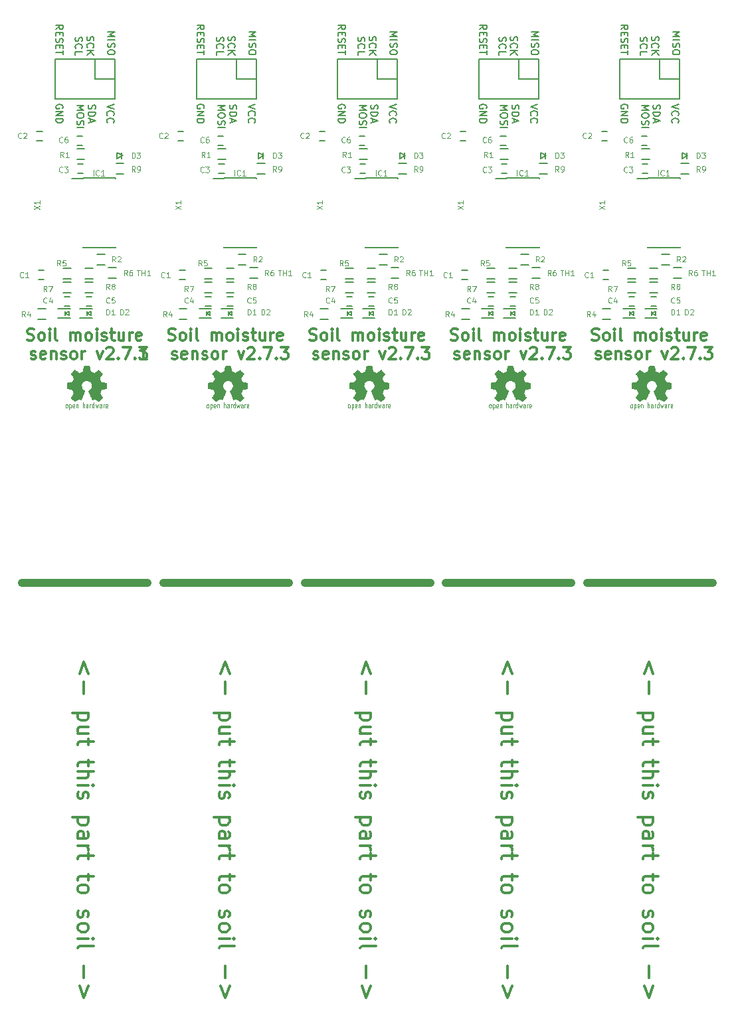
<source format=gbr>
G04 #@! TF.FileFunction,Legend,Top*
%FSLAX46Y46*%
G04 Gerber Fmt 4.6, Leading zero omitted, Abs format (unit mm)*
G04 Created by KiCad (PCBNEW 0.201510251816+6278~30~ubuntu14.04.1-product) date Mon 26 Oct 2015 05:58:35 PM EET*
%MOMM*%
G01*
G04 APERTURE LIST*
%ADD10C,0.100000*%
%ADD11C,0.300000*%
%ADD12C,1.000000*%
%ADD13C,0.200000*%
%ADD14C,0.150000*%
%ADD15C,0.075000*%
%ADD16C,0.002540*%
%ADD17C,0.110000*%
%ADD18C,4.000000*%
%ADD19R,0.800000X0.800000*%
%ADD20R,1.500000X5.500000*%
%ADD21R,0.600000X0.700000*%
%ADD22R,1.727200X1.727200*%
%ADD23C,1.727200*%
%ADD24R,0.800000X0.750000*%
%ADD25R,0.500000X0.900000*%
%ADD26R,1.500000X0.600000*%
G04 APERTURE END LIST*
D10*
D11*
X86642857Y-69007143D02*
X86857143Y-69078571D01*
X87214286Y-69078571D01*
X87357143Y-69007143D01*
X87428572Y-68935714D01*
X87500000Y-68792857D01*
X87500000Y-68650000D01*
X87428572Y-68507143D01*
X87357143Y-68435714D01*
X87214286Y-68364286D01*
X86928572Y-68292857D01*
X86785714Y-68221429D01*
X86714286Y-68150000D01*
X86642857Y-68007143D01*
X86642857Y-67864286D01*
X86714286Y-67721429D01*
X86785714Y-67650000D01*
X86928572Y-67578571D01*
X87285714Y-67578571D01*
X87500000Y-67650000D01*
X88357143Y-69078571D02*
X88214285Y-69007143D01*
X88142857Y-68935714D01*
X88071428Y-68792857D01*
X88071428Y-68364286D01*
X88142857Y-68221429D01*
X88214285Y-68150000D01*
X88357143Y-68078571D01*
X88571428Y-68078571D01*
X88714285Y-68150000D01*
X88785714Y-68221429D01*
X88857143Y-68364286D01*
X88857143Y-68792857D01*
X88785714Y-68935714D01*
X88714285Y-69007143D01*
X88571428Y-69078571D01*
X88357143Y-69078571D01*
X89500000Y-69078571D02*
X89500000Y-68078571D01*
X89500000Y-67578571D02*
X89428571Y-67650000D01*
X89500000Y-67721429D01*
X89571428Y-67650000D01*
X89500000Y-67578571D01*
X89500000Y-67721429D01*
X90428572Y-69078571D02*
X90285714Y-69007143D01*
X90214286Y-68864286D01*
X90214286Y-67578571D01*
X92142857Y-69078571D02*
X92142857Y-68078571D01*
X92142857Y-68221429D02*
X92214285Y-68150000D01*
X92357143Y-68078571D01*
X92571428Y-68078571D01*
X92714285Y-68150000D01*
X92785714Y-68292857D01*
X92785714Y-69078571D01*
X92785714Y-68292857D02*
X92857143Y-68150000D01*
X93000000Y-68078571D01*
X93214285Y-68078571D01*
X93357143Y-68150000D01*
X93428571Y-68292857D01*
X93428571Y-69078571D01*
X94357143Y-69078571D02*
X94214285Y-69007143D01*
X94142857Y-68935714D01*
X94071428Y-68792857D01*
X94071428Y-68364286D01*
X94142857Y-68221429D01*
X94214285Y-68150000D01*
X94357143Y-68078571D01*
X94571428Y-68078571D01*
X94714285Y-68150000D01*
X94785714Y-68221429D01*
X94857143Y-68364286D01*
X94857143Y-68792857D01*
X94785714Y-68935714D01*
X94714285Y-69007143D01*
X94571428Y-69078571D01*
X94357143Y-69078571D01*
X95500000Y-69078571D02*
X95500000Y-68078571D01*
X95500000Y-67578571D02*
X95428571Y-67650000D01*
X95500000Y-67721429D01*
X95571428Y-67650000D01*
X95500000Y-67578571D01*
X95500000Y-67721429D01*
X96142857Y-69007143D02*
X96285714Y-69078571D01*
X96571429Y-69078571D01*
X96714286Y-69007143D01*
X96785714Y-68864286D01*
X96785714Y-68792857D01*
X96714286Y-68650000D01*
X96571429Y-68578571D01*
X96357143Y-68578571D01*
X96214286Y-68507143D01*
X96142857Y-68364286D01*
X96142857Y-68292857D01*
X96214286Y-68150000D01*
X96357143Y-68078571D01*
X96571429Y-68078571D01*
X96714286Y-68150000D01*
X97214286Y-68078571D02*
X97785715Y-68078571D01*
X97428572Y-67578571D02*
X97428572Y-68864286D01*
X97500000Y-69007143D01*
X97642858Y-69078571D01*
X97785715Y-69078571D01*
X98928572Y-68078571D02*
X98928572Y-69078571D01*
X98285715Y-68078571D02*
X98285715Y-68864286D01*
X98357143Y-69007143D01*
X98500001Y-69078571D01*
X98714286Y-69078571D01*
X98857143Y-69007143D01*
X98928572Y-68935714D01*
X99642858Y-69078571D02*
X99642858Y-68078571D01*
X99642858Y-68364286D02*
X99714286Y-68221429D01*
X99785715Y-68150000D01*
X99928572Y-68078571D01*
X100071429Y-68078571D01*
X101142857Y-69007143D02*
X101000000Y-69078571D01*
X100714286Y-69078571D01*
X100571429Y-69007143D01*
X100500000Y-68864286D01*
X100500000Y-68292857D01*
X100571429Y-68150000D01*
X100714286Y-68078571D01*
X101000000Y-68078571D01*
X101142857Y-68150000D01*
X101214286Y-68292857D01*
X101214286Y-68435714D01*
X100500000Y-68578571D01*
X87107143Y-71407143D02*
X87250000Y-71478571D01*
X87535715Y-71478571D01*
X87678572Y-71407143D01*
X87750000Y-71264286D01*
X87750000Y-71192857D01*
X87678572Y-71050000D01*
X87535715Y-70978571D01*
X87321429Y-70978571D01*
X87178572Y-70907143D01*
X87107143Y-70764286D01*
X87107143Y-70692857D01*
X87178572Y-70550000D01*
X87321429Y-70478571D01*
X87535715Y-70478571D01*
X87678572Y-70550000D01*
X88964286Y-71407143D02*
X88821429Y-71478571D01*
X88535715Y-71478571D01*
X88392858Y-71407143D01*
X88321429Y-71264286D01*
X88321429Y-70692857D01*
X88392858Y-70550000D01*
X88535715Y-70478571D01*
X88821429Y-70478571D01*
X88964286Y-70550000D01*
X89035715Y-70692857D01*
X89035715Y-70835714D01*
X88321429Y-70978571D01*
X89678572Y-70478571D02*
X89678572Y-71478571D01*
X89678572Y-70621429D02*
X89750000Y-70550000D01*
X89892858Y-70478571D01*
X90107143Y-70478571D01*
X90250000Y-70550000D01*
X90321429Y-70692857D01*
X90321429Y-71478571D01*
X90964286Y-71407143D02*
X91107143Y-71478571D01*
X91392858Y-71478571D01*
X91535715Y-71407143D01*
X91607143Y-71264286D01*
X91607143Y-71192857D01*
X91535715Y-71050000D01*
X91392858Y-70978571D01*
X91178572Y-70978571D01*
X91035715Y-70907143D01*
X90964286Y-70764286D01*
X90964286Y-70692857D01*
X91035715Y-70550000D01*
X91178572Y-70478571D01*
X91392858Y-70478571D01*
X91535715Y-70550000D01*
X92464287Y-71478571D02*
X92321429Y-71407143D01*
X92250001Y-71335714D01*
X92178572Y-71192857D01*
X92178572Y-70764286D01*
X92250001Y-70621429D01*
X92321429Y-70550000D01*
X92464287Y-70478571D01*
X92678572Y-70478571D01*
X92821429Y-70550000D01*
X92892858Y-70621429D01*
X92964287Y-70764286D01*
X92964287Y-71192857D01*
X92892858Y-71335714D01*
X92821429Y-71407143D01*
X92678572Y-71478571D01*
X92464287Y-71478571D01*
X93607144Y-71478571D02*
X93607144Y-70478571D01*
X93607144Y-70764286D02*
X93678572Y-70621429D01*
X93750001Y-70550000D01*
X93892858Y-70478571D01*
X94035715Y-70478571D01*
X95535715Y-70478571D02*
X95892858Y-71478571D01*
X96250000Y-70478571D01*
X96750000Y-70121429D02*
X96821429Y-70050000D01*
X96964286Y-69978571D01*
X97321429Y-69978571D01*
X97464286Y-70050000D01*
X97535715Y-70121429D01*
X97607143Y-70264286D01*
X97607143Y-70407143D01*
X97535715Y-70621429D01*
X96678572Y-71478571D01*
X97607143Y-71478571D01*
X98250000Y-71335714D02*
X98321428Y-71407143D01*
X98250000Y-71478571D01*
X98178571Y-71407143D01*
X98250000Y-71335714D01*
X98250000Y-71478571D01*
X98821429Y-69978571D02*
X99821429Y-69978571D01*
X99178572Y-71478571D01*
X100392857Y-71335714D02*
X100464285Y-71407143D01*
X100392857Y-71478571D01*
X100321428Y-71407143D01*
X100392857Y-71335714D01*
X100392857Y-71478571D01*
X101892857Y-71478571D02*
X101035714Y-71478571D01*
X101464286Y-71478571D02*
X101464286Y-69978571D01*
X101321429Y-70192857D01*
X101178571Y-70335714D01*
X101035714Y-70407143D01*
X94428571Y-111642856D02*
X93857143Y-110119046D01*
X93285714Y-111642856D01*
X93857143Y-112595236D02*
X93857143Y-114119046D01*
X94428571Y-116595236D02*
X92428571Y-116595236D01*
X94333333Y-116595236D02*
X94428571Y-116785713D01*
X94428571Y-117166665D01*
X94333333Y-117357141D01*
X94238095Y-117452379D01*
X94047619Y-117547617D01*
X93476190Y-117547617D01*
X93285714Y-117452379D01*
X93190476Y-117357141D01*
X93095238Y-117166665D01*
X93095238Y-116785713D01*
X93190476Y-116595236D01*
X94428571Y-119261903D02*
X93095238Y-119261903D01*
X94428571Y-118404760D02*
X93380952Y-118404760D01*
X93190476Y-118499999D01*
X93095238Y-118690475D01*
X93095238Y-118976189D01*
X93190476Y-119166665D01*
X93285714Y-119261903D01*
X94428571Y-119928570D02*
X94428571Y-120690475D01*
X95095238Y-120214284D02*
X93380952Y-120214284D01*
X93190476Y-120309523D01*
X93095238Y-120499999D01*
X93095238Y-120690475D01*
X94428571Y-122595237D02*
X94428571Y-123357142D01*
X95095238Y-122880951D02*
X93380952Y-122880951D01*
X93190476Y-122976190D01*
X93095238Y-123166666D01*
X93095238Y-123357142D01*
X93095238Y-124023808D02*
X95095238Y-124023808D01*
X93095238Y-124880951D02*
X94142857Y-124880951D01*
X94333333Y-124785713D01*
X94428571Y-124595237D01*
X94428571Y-124309523D01*
X94333333Y-124119047D01*
X94238095Y-124023808D01*
X93095238Y-125833332D02*
X94428571Y-125833332D01*
X95095238Y-125833332D02*
X95000000Y-125738094D01*
X94904762Y-125833332D01*
X95000000Y-125928571D01*
X95095238Y-125833332D01*
X94904762Y-125833332D01*
X93190476Y-126690475D02*
X93095238Y-126880952D01*
X93095238Y-127261904D01*
X93190476Y-127452380D01*
X93380952Y-127547618D01*
X93476190Y-127547618D01*
X93666667Y-127452380D01*
X93761905Y-127261904D01*
X93761905Y-126976190D01*
X93857143Y-126785713D01*
X94047619Y-126690475D01*
X94142857Y-126690475D01*
X94333333Y-126785713D01*
X94428571Y-126976190D01*
X94428571Y-127261904D01*
X94333333Y-127452380D01*
X94428571Y-129928571D02*
X92428571Y-129928571D01*
X94333333Y-129928571D02*
X94428571Y-130119048D01*
X94428571Y-130500000D01*
X94333333Y-130690476D01*
X94238095Y-130785714D01*
X94047619Y-130880952D01*
X93476190Y-130880952D01*
X93285714Y-130785714D01*
X93190476Y-130690476D01*
X93095238Y-130500000D01*
X93095238Y-130119048D01*
X93190476Y-129928571D01*
X93095238Y-132595238D02*
X94142857Y-132595238D01*
X94333333Y-132500000D01*
X94428571Y-132309524D01*
X94428571Y-131928572D01*
X94333333Y-131738095D01*
X93190476Y-132595238D02*
X93095238Y-132404762D01*
X93095238Y-131928572D01*
X93190476Y-131738095D01*
X93380952Y-131642857D01*
X93571429Y-131642857D01*
X93761905Y-131738095D01*
X93857143Y-131928572D01*
X93857143Y-132404762D01*
X93952381Y-132595238D01*
X93095238Y-133547619D02*
X94428571Y-133547619D01*
X94047619Y-133547619D02*
X94238095Y-133642858D01*
X94333333Y-133738096D01*
X94428571Y-133928572D01*
X94428571Y-134119048D01*
X94428571Y-134500000D02*
X94428571Y-135261905D01*
X95095238Y-134785714D02*
X93380952Y-134785714D01*
X93190476Y-134880953D01*
X93095238Y-135071429D01*
X93095238Y-135261905D01*
X94428571Y-137166667D02*
X94428571Y-137928572D01*
X95095238Y-137452381D02*
X93380952Y-137452381D01*
X93190476Y-137547620D01*
X93095238Y-137738096D01*
X93095238Y-137928572D01*
X93095238Y-138880953D02*
X93190476Y-138690477D01*
X93285714Y-138595238D01*
X93476190Y-138500000D01*
X94047619Y-138500000D01*
X94238095Y-138595238D01*
X94333333Y-138690477D01*
X94428571Y-138880953D01*
X94428571Y-139166667D01*
X94333333Y-139357143D01*
X94238095Y-139452381D01*
X94047619Y-139547619D01*
X93476190Y-139547619D01*
X93285714Y-139452381D01*
X93190476Y-139357143D01*
X93095238Y-139166667D01*
X93095238Y-138880953D01*
X93190476Y-141833334D02*
X93095238Y-142023811D01*
X93095238Y-142404763D01*
X93190476Y-142595239D01*
X93380952Y-142690477D01*
X93476190Y-142690477D01*
X93666667Y-142595239D01*
X93761905Y-142404763D01*
X93761905Y-142119049D01*
X93857143Y-141928572D01*
X94047619Y-141833334D01*
X94142857Y-141833334D01*
X94333333Y-141928572D01*
X94428571Y-142119049D01*
X94428571Y-142404763D01*
X94333333Y-142595239D01*
X93095238Y-143833335D02*
X93190476Y-143642859D01*
X93285714Y-143547620D01*
X93476190Y-143452382D01*
X94047619Y-143452382D01*
X94238095Y-143547620D01*
X94333333Y-143642859D01*
X94428571Y-143833335D01*
X94428571Y-144119049D01*
X94333333Y-144309525D01*
X94238095Y-144404763D01*
X94047619Y-144500001D01*
X93476190Y-144500001D01*
X93285714Y-144404763D01*
X93190476Y-144309525D01*
X93095238Y-144119049D01*
X93095238Y-143833335D01*
X93095238Y-145357144D02*
X94428571Y-145357144D01*
X95095238Y-145357144D02*
X95000000Y-145261906D01*
X94904762Y-145357144D01*
X95000000Y-145452383D01*
X95095238Y-145357144D01*
X94904762Y-145357144D01*
X93095238Y-146595240D02*
X93190476Y-146404764D01*
X93380952Y-146309525D01*
X95095238Y-146309525D01*
X93857143Y-148880954D02*
X93857143Y-150404764D01*
X94428571Y-151357144D02*
X93857143Y-152880954D01*
X93285714Y-151357144D01*
D12*
X86000000Y-100000000D02*
X102000000Y-100000000D01*
D13*
X91150000Y-39485714D02*
X91192857Y-39400000D01*
X91192857Y-39271429D01*
X91150000Y-39142857D01*
X91064286Y-39057143D01*
X90978571Y-39014286D01*
X90807143Y-38971429D01*
X90678571Y-38971429D01*
X90507143Y-39014286D01*
X90421429Y-39057143D01*
X90335714Y-39142857D01*
X90292857Y-39271429D01*
X90292857Y-39357143D01*
X90335714Y-39485714D01*
X90378571Y-39528571D01*
X90678571Y-39528571D01*
X90678571Y-39357143D01*
X90292857Y-39914286D02*
X91192857Y-39914286D01*
X90292857Y-40428571D01*
X91192857Y-40428571D01*
X90292857Y-40857143D02*
X91192857Y-40857143D01*
X91192857Y-41071428D01*
X91150000Y-41200000D01*
X91064286Y-41285714D01*
X90978571Y-41328571D01*
X90807143Y-41371428D01*
X90678571Y-41371428D01*
X90507143Y-41328571D01*
X90421429Y-41285714D01*
X90335714Y-41200000D01*
X90292857Y-41071428D01*
X90292857Y-40857143D01*
X94465714Y-39071429D02*
X94422857Y-39200000D01*
X94422857Y-39414286D01*
X94465714Y-39500000D01*
X94508571Y-39542857D01*
X94594286Y-39585714D01*
X94680000Y-39585714D01*
X94765714Y-39542857D01*
X94808571Y-39500000D01*
X94851429Y-39414286D01*
X94894286Y-39242857D01*
X94937143Y-39157143D01*
X94980000Y-39114286D01*
X95065714Y-39071429D01*
X95151429Y-39071429D01*
X95237143Y-39114286D01*
X95280000Y-39157143D01*
X95322857Y-39242857D01*
X95322857Y-39457143D01*
X95280000Y-39585714D01*
X94422857Y-39971429D02*
X95322857Y-39971429D01*
X95322857Y-40185714D01*
X95280000Y-40314286D01*
X95194286Y-40400000D01*
X95108571Y-40442857D01*
X94937143Y-40485714D01*
X94808571Y-40485714D01*
X94637143Y-40442857D01*
X94551429Y-40400000D01*
X94465714Y-40314286D01*
X94422857Y-40185714D01*
X94422857Y-39971429D01*
X94680000Y-40828572D02*
X94680000Y-41257143D01*
X94422857Y-40742857D02*
X95322857Y-41042857D01*
X94422857Y-41342857D01*
X92962857Y-39114286D02*
X93862857Y-39114286D01*
X93220000Y-39414286D01*
X93862857Y-39714286D01*
X92962857Y-39714286D01*
X93862857Y-40314285D02*
X93862857Y-40485714D01*
X93820000Y-40571428D01*
X93734286Y-40657142D01*
X93562857Y-40700000D01*
X93262857Y-40700000D01*
X93091429Y-40657142D01*
X93005714Y-40571428D01*
X92962857Y-40485714D01*
X92962857Y-40314285D01*
X93005714Y-40228571D01*
X93091429Y-40142857D01*
X93262857Y-40100000D01*
X93562857Y-40100000D01*
X93734286Y-40142857D01*
X93820000Y-40228571D01*
X93862857Y-40314285D01*
X93005714Y-41042857D02*
X92962857Y-41171428D01*
X92962857Y-41385714D01*
X93005714Y-41471428D01*
X93048571Y-41514285D01*
X93134286Y-41557142D01*
X93220000Y-41557142D01*
X93305714Y-41514285D01*
X93348571Y-41471428D01*
X93391429Y-41385714D01*
X93434286Y-41214285D01*
X93477143Y-41128571D01*
X93520000Y-41085714D01*
X93605714Y-41042857D01*
X93691429Y-41042857D01*
X93777143Y-41085714D01*
X93820000Y-41128571D01*
X93862857Y-41214285D01*
X93862857Y-41428571D01*
X93820000Y-41557142D01*
X92962857Y-41942857D02*
X93862857Y-41942857D01*
X97692857Y-38985714D02*
X96792857Y-39285714D01*
X97692857Y-39585714D01*
X96878571Y-40400000D02*
X96835714Y-40357143D01*
X96792857Y-40228572D01*
X96792857Y-40142858D01*
X96835714Y-40014286D01*
X96921429Y-39928572D01*
X97007143Y-39885715D01*
X97178571Y-39842858D01*
X97307143Y-39842858D01*
X97478571Y-39885715D01*
X97564286Y-39928572D01*
X97650000Y-40014286D01*
X97692857Y-40142858D01*
X97692857Y-40228572D01*
X97650000Y-40357143D01*
X97607143Y-40400000D01*
X96878571Y-41300000D02*
X96835714Y-41257143D01*
X96792857Y-41128572D01*
X96792857Y-41042858D01*
X96835714Y-40914286D01*
X96921429Y-40828572D01*
X97007143Y-40785715D01*
X97178571Y-40742858D01*
X97307143Y-40742858D01*
X97478571Y-40785715D01*
X97564286Y-40828572D01*
X97650000Y-40914286D01*
X97692857Y-41042858D01*
X97692857Y-41128572D01*
X97650000Y-41257143D01*
X97607143Y-41300000D01*
X90292857Y-29392857D02*
X90721429Y-29092857D01*
X90292857Y-28878572D02*
X91192857Y-28878572D01*
X91192857Y-29221429D01*
X91150000Y-29307143D01*
X91107143Y-29350000D01*
X91021429Y-29392857D01*
X90892857Y-29392857D01*
X90807143Y-29350000D01*
X90764286Y-29307143D01*
X90721429Y-29221429D01*
X90721429Y-28878572D01*
X90764286Y-29778572D02*
X90764286Y-30078572D01*
X90292857Y-30207143D02*
X90292857Y-29778572D01*
X91192857Y-29778572D01*
X91192857Y-30207143D01*
X90335714Y-30550001D02*
X90292857Y-30678572D01*
X90292857Y-30892858D01*
X90335714Y-30978572D01*
X90378571Y-31021429D01*
X90464286Y-31064286D01*
X90550000Y-31064286D01*
X90635714Y-31021429D01*
X90678571Y-30978572D01*
X90721429Y-30892858D01*
X90764286Y-30721429D01*
X90807143Y-30635715D01*
X90850000Y-30592858D01*
X90935714Y-30550001D01*
X91021429Y-30550001D01*
X91107143Y-30592858D01*
X91150000Y-30635715D01*
X91192857Y-30721429D01*
X91192857Y-30935715D01*
X91150000Y-31064286D01*
X90764286Y-31450001D02*
X90764286Y-31750001D01*
X90292857Y-31878572D02*
X90292857Y-31450001D01*
X91192857Y-31450001D01*
X91192857Y-31878572D01*
X91192857Y-32135715D02*
X91192857Y-32650001D01*
X90292857Y-32392858D02*
X91192857Y-32392858D01*
X94265714Y-30342858D02*
X94222857Y-30471429D01*
X94222857Y-30685715D01*
X94265714Y-30771429D01*
X94308571Y-30814286D01*
X94394286Y-30857143D01*
X94480000Y-30857143D01*
X94565714Y-30814286D01*
X94608571Y-30771429D01*
X94651429Y-30685715D01*
X94694286Y-30514286D01*
X94737143Y-30428572D01*
X94780000Y-30385715D01*
X94865714Y-30342858D01*
X94951429Y-30342858D01*
X95037143Y-30385715D01*
X95080000Y-30428572D01*
X95122857Y-30514286D01*
X95122857Y-30728572D01*
X95080000Y-30857143D01*
X94308571Y-31757143D02*
X94265714Y-31714286D01*
X94222857Y-31585715D01*
X94222857Y-31500001D01*
X94265714Y-31371429D01*
X94351429Y-31285715D01*
X94437143Y-31242858D01*
X94608571Y-31200001D01*
X94737143Y-31200001D01*
X94908571Y-31242858D01*
X94994286Y-31285715D01*
X95080000Y-31371429D01*
X95122857Y-31500001D01*
X95122857Y-31585715D01*
X95080000Y-31714286D01*
X95037143Y-31757143D01*
X94222857Y-32142858D02*
X95122857Y-32142858D01*
X94222857Y-32657143D02*
X94737143Y-32271429D01*
X95122857Y-32657143D02*
X94608571Y-32142858D01*
X92805714Y-30428572D02*
X92762857Y-30557143D01*
X92762857Y-30771429D01*
X92805714Y-30857143D01*
X92848571Y-30900000D01*
X92934286Y-30942857D01*
X93020000Y-30942857D01*
X93105714Y-30900000D01*
X93148571Y-30857143D01*
X93191429Y-30771429D01*
X93234286Y-30600000D01*
X93277143Y-30514286D01*
X93320000Y-30471429D01*
X93405714Y-30428572D01*
X93491429Y-30428572D01*
X93577143Y-30471429D01*
X93620000Y-30514286D01*
X93662857Y-30600000D01*
X93662857Y-30814286D01*
X93620000Y-30942857D01*
X92848571Y-31842857D02*
X92805714Y-31800000D01*
X92762857Y-31671429D01*
X92762857Y-31585715D01*
X92805714Y-31457143D01*
X92891429Y-31371429D01*
X92977143Y-31328572D01*
X93148571Y-31285715D01*
X93277143Y-31285715D01*
X93448571Y-31328572D01*
X93534286Y-31371429D01*
X93620000Y-31457143D01*
X93662857Y-31585715D01*
X93662857Y-31671429D01*
X93620000Y-31800000D01*
X93577143Y-31842857D01*
X92762857Y-32657143D02*
X92762857Y-32228572D01*
X93662857Y-32228572D01*
X96892857Y-29757144D02*
X97792857Y-29757144D01*
X97150000Y-30057144D01*
X97792857Y-30357144D01*
X96892857Y-30357144D01*
X96892857Y-30785715D02*
X97792857Y-30785715D01*
X96935714Y-31171429D02*
X96892857Y-31300000D01*
X96892857Y-31514286D01*
X96935714Y-31600000D01*
X96978571Y-31642857D01*
X97064286Y-31685714D01*
X97150000Y-31685714D01*
X97235714Y-31642857D01*
X97278571Y-31600000D01*
X97321429Y-31514286D01*
X97364286Y-31342857D01*
X97407143Y-31257143D01*
X97450000Y-31214286D01*
X97535714Y-31171429D01*
X97621429Y-31171429D01*
X97707143Y-31214286D01*
X97750000Y-31257143D01*
X97792857Y-31342857D01*
X97792857Y-31557143D01*
X97750000Y-31685714D01*
X97792857Y-32242857D02*
X97792857Y-32414286D01*
X97750000Y-32500000D01*
X97664286Y-32585714D01*
X97492857Y-32628572D01*
X97192857Y-32628572D01*
X97021429Y-32585714D01*
X96935714Y-32500000D01*
X96892857Y-32414286D01*
X96892857Y-32242857D01*
X96935714Y-32157143D01*
X97021429Y-32071429D01*
X97192857Y-32028572D01*
X97492857Y-32028572D01*
X97664286Y-32071429D01*
X97750000Y-32157143D01*
X97792857Y-32242857D01*
D11*
X86642857Y-69007143D02*
X86857143Y-69078571D01*
X87214286Y-69078571D01*
X87357143Y-69007143D01*
X87428572Y-68935714D01*
X87500000Y-68792857D01*
X87500000Y-68650000D01*
X87428572Y-68507143D01*
X87357143Y-68435714D01*
X87214286Y-68364286D01*
X86928572Y-68292857D01*
X86785714Y-68221429D01*
X86714286Y-68150000D01*
X86642857Y-68007143D01*
X86642857Y-67864286D01*
X86714286Y-67721429D01*
X86785714Y-67650000D01*
X86928572Y-67578571D01*
X87285714Y-67578571D01*
X87500000Y-67650000D01*
X88357143Y-69078571D02*
X88214285Y-69007143D01*
X88142857Y-68935714D01*
X88071428Y-68792857D01*
X88071428Y-68364286D01*
X88142857Y-68221429D01*
X88214285Y-68150000D01*
X88357143Y-68078571D01*
X88571428Y-68078571D01*
X88714285Y-68150000D01*
X88785714Y-68221429D01*
X88857143Y-68364286D01*
X88857143Y-68792857D01*
X88785714Y-68935714D01*
X88714285Y-69007143D01*
X88571428Y-69078571D01*
X88357143Y-69078571D01*
X89500000Y-69078571D02*
X89500000Y-68078571D01*
X89500000Y-67578571D02*
X89428571Y-67650000D01*
X89500000Y-67721429D01*
X89571428Y-67650000D01*
X89500000Y-67578571D01*
X89500000Y-67721429D01*
X90428572Y-69078571D02*
X90285714Y-69007143D01*
X90214286Y-68864286D01*
X90214286Y-67578571D01*
X92142857Y-69078571D02*
X92142857Y-68078571D01*
X92142857Y-68221429D02*
X92214285Y-68150000D01*
X92357143Y-68078571D01*
X92571428Y-68078571D01*
X92714285Y-68150000D01*
X92785714Y-68292857D01*
X92785714Y-69078571D01*
X92785714Y-68292857D02*
X92857143Y-68150000D01*
X93000000Y-68078571D01*
X93214285Y-68078571D01*
X93357143Y-68150000D01*
X93428571Y-68292857D01*
X93428571Y-69078571D01*
X94357143Y-69078571D02*
X94214285Y-69007143D01*
X94142857Y-68935714D01*
X94071428Y-68792857D01*
X94071428Y-68364286D01*
X94142857Y-68221429D01*
X94214285Y-68150000D01*
X94357143Y-68078571D01*
X94571428Y-68078571D01*
X94714285Y-68150000D01*
X94785714Y-68221429D01*
X94857143Y-68364286D01*
X94857143Y-68792857D01*
X94785714Y-68935714D01*
X94714285Y-69007143D01*
X94571428Y-69078571D01*
X94357143Y-69078571D01*
X95500000Y-69078571D02*
X95500000Y-68078571D01*
X95500000Y-67578571D02*
X95428571Y-67650000D01*
X95500000Y-67721429D01*
X95571428Y-67650000D01*
X95500000Y-67578571D01*
X95500000Y-67721429D01*
X96142857Y-69007143D02*
X96285714Y-69078571D01*
X96571429Y-69078571D01*
X96714286Y-69007143D01*
X96785714Y-68864286D01*
X96785714Y-68792857D01*
X96714286Y-68650000D01*
X96571429Y-68578571D01*
X96357143Y-68578571D01*
X96214286Y-68507143D01*
X96142857Y-68364286D01*
X96142857Y-68292857D01*
X96214286Y-68150000D01*
X96357143Y-68078571D01*
X96571429Y-68078571D01*
X96714286Y-68150000D01*
X97214286Y-68078571D02*
X97785715Y-68078571D01*
X97428572Y-67578571D02*
X97428572Y-68864286D01*
X97500000Y-69007143D01*
X97642858Y-69078571D01*
X97785715Y-69078571D01*
X98928572Y-68078571D02*
X98928572Y-69078571D01*
X98285715Y-68078571D02*
X98285715Y-68864286D01*
X98357143Y-69007143D01*
X98500001Y-69078571D01*
X98714286Y-69078571D01*
X98857143Y-69007143D01*
X98928572Y-68935714D01*
X99642858Y-69078571D02*
X99642858Y-68078571D01*
X99642858Y-68364286D02*
X99714286Y-68221429D01*
X99785715Y-68150000D01*
X99928572Y-68078571D01*
X100071429Y-68078571D01*
X101142857Y-69007143D02*
X101000000Y-69078571D01*
X100714286Y-69078571D01*
X100571429Y-69007143D01*
X100500000Y-68864286D01*
X100500000Y-68292857D01*
X100571429Y-68150000D01*
X100714286Y-68078571D01*
X101000000Y-68078571D01*
X101142857Y-68150000D01*
X101214286Y-68292857D01*
X101214286Y-68435714D01*
X100500000Y-68578571D01*
X87107143Y-71407143D02*
X87250000Y-71478571D01*
X87535715Y-71478571D01*
X87678572Y-71407143D01*
X87750000Y-71264286D01*
X87750000Y-71192857D01*
X87678572Y-71050000D01*
X87535715Y-70978571D01*
X87321429Y-70978571D01*
X87178572Y-70907143D01*
X87107143Y-70764286D01*
X87107143Y-70692857D01*
X87178572Y-70550000D01*
X87321429Y-70478571D01*
X87535715Y-70478571D01*
X87678572Y-70550000D01*
X88964286Y-71407143D02*
X88821429Y-71478571D01*
X88535715Y-71478571D01*
X88392858Y-71407143D01*
X88321429Y-71264286D01*
X88321429Y-70692857D01*
X88392858Y-70550000D01*
X88535715Y-70478571D01*
X88821429Y-70478571D01*
X88964286Y-70550000D01*
X89035715Y-70692857D01*
X89035715Y-70835714D01*
X88321429Y-70978571D01*
X89678572Y-70478571D02*
X89678572Y-71478571D01*
X89678572Y-70621429D02*
X89750000Y-70550000D01*
X89892858Y-70478571D01*
X90107143Y-70478571D01*
X90250000Y-70550000D01*
X90321429Y-70692857D01*
X90321429Y-71478571D01*
X90964286Y-71407143D02*
X91107143Y-71478571D01*
X91392858Y-71478571D01*
X91535715Y-71407143D01*
X91607143Y-71264286D01*
X91607143Y-71192857D01*
X91535715Y-71050000D01*
X91392858Y-70978571D01*
X91178572Y-70978571D01*
X91035715Y-70907143D01*
X90964286Y-70764286D01*
X90964286Y-70692857D01*
X91035715Y-70550000D01*
X91178572Y-70478571D01*
X91392858Y-70478571D01*
X91535715Y-70550000D01*
X92464287Y-71478571D02*
X92321429Y-71407143D01*
X92250001Y-71335714D01*
X92178572Y-71192857D01*
X92178572Y-70764286D01*
X92250001Y-70621429D01*
X92321429Y-70550000D01*
X92464287Y-70478571D01*
X92678572Y-70478571D01*
X92821429Y-70550000D01*
X92892858Y-70621429D01*
X92964287Y-70764286D01*
X92964287Y-71192857D01*
X92892858Y-71335714D01*
X92821429Y-71407143D01*
X92678572Y-71478571D01*
X92464287Y-71478571D01*
X93607144Y-71478571D02*
X93607144Y-70478571D01*
X93607144Y-70764286D02*
X93678572Y-70621429D01*
X93750001Y-70550000D01*
X93892858Y-70478571D01*
X94035715Y-70478571D01*
X95535715Y-70478571D02*
X95892858Y-71478571D01*
X96250000Y-70478571D01*
X96750000Y-70121429D02*
X96821429Y-70050000D01*
X96964286Y-69978571D01*
X97321429Y-69978571D01*
X97464286Y-70050000D01*
X97535715Y-70121429D01*
X97607143Y-70264286D01*
X97607143Y-70407143D01*
X97535715Y-70621429D01*
X96678572Y-71478571D01*
X97607143Y-71478571D01*
X98250000Y-71335714D02*
X98321428Y-71407143D01*
X98250000Y-71478571D01*
X98178571Y-71407143D01*
X98250000Y-71335714D01*
X98250000Y-71478571D01*
X98821429Y-69978571D02*
X99821429Y-69978571D01*
X99178572Y-71478571D01*
X100392857Y-71335714D02*
X100464285Y-71407143D01*
X100392857Y-71478571D01*
X100321428Y-71407143D01*
X100392857Y-71335714D01*
X100392857Y-71478571D01*
X100964286Y-69978571D02*
X101892857Y-69978571D01*
X101392857Y-70550000D01*
X101607143Y-70550000D01*
X101750000Y-70621429D01*
X101821429Y-70692857D01*
X101892857Y-70835714D01*
X101892857Y-71192857D01*
X101821429Y-71335714D01*
X101750000Y-71407143D01*
X101607143Y-71478571D01*
X101178571Y-71478571D01*
X101035714Y-71407143D01*
X100964286Y-71335714D01*
X112428571Y-111642856D02*
X111857143Y-110119046D01*
X111285714Y-111642856D01*
X111857143Y-112595236D02*
X111857143Y-114119046D01*
X112428571Y-116595236D02*
X110428571Y-116595236D01*
X112333333Y-116595236D02*
X112428571Y-116785713D01*
X112428571Y-117166665D01*
X112333333Y-117357141D01*
X112238095Y-117452379D01*
X112047619Y-117547617D01*
X111476190Y-117547617D01*
X111285714Y-117452379D01*
X111190476Y-117357141D01*
X111095238Y-117166665D01*
X111095238Y-116785713D01*
X111190476Y-116595236D01*
X112428571Y-119261903D02*
X111095238Y-119261903D01*
X112428571Y-118404760D02*
X111380952Y-118404760D01*
X111190476Y-118499999D01*
X111095238Y-118690475D01*
X111095238Y-118976189D01*
X111190476Y-119166665D01*
X111285714Y-119261903D01*
X112428571Y-119928570D02*
X112428571Y-120690475D01*
X113095238Y-120214284D02*
X111380952Y-120214284D01*
X111190476Y-120309523D01*
X111095238Y-120499999D01*
X111095238Y-120690475D01*
X112428571Y-122595237D02*
X112428571Y-123357142D01*
X113095238Y-122880951D02*
X111380952Y-122880951D01*
X111190476Y-122976190D01*
X111095238Y-123166666D01*
X111095238Y-123357142D01*
X111095238Y-124023808D02*
X113095238Y-124023808D01*
X111095238Y-124880951D02*
X112142857Y-124880951D01*
X112333333Y-124785713D01*
X112428571Y-124595237D01*
X112428571Y-124309523D01*
X112333333Y-124119047D01*
X112238095Y-124023808D01*
X111095238Y-125833332D02*
X112428571Y-125833332D01*
X113095238Y-125833332D02*
X113000000Y-125738094D01*
X112904762Y-125833332D01*
X113000000Y-125928571D01*
X113095238Y-125833332D01*
X112904762Y-125833332D01*
X111190476Y-126690475D02*
X111095238Y-126880952D01*
X111095238Y-127261904D01*
X111190476Y-127452380D01*
X111380952Y-127547618D01*
X111476190Y-127547618D01*
X111666667Y-127452380D01*
X111761905Y-127261904D01*
X111761905Y-126976190D01*
X111857143Y-126785713D01*
X112047619Y-126690475D01*
X112142857Y-126690475D01*
X112333333Y-126785713D01*
X112428571Y-126976190D01*
X112428571Y-127261904D01*
X112333333Y-127452380D01*
X112428571Y-129928571D02*
X110428571Y-129928571D01*
X112333333Y-129928571D02*
X112428571Y-130119048D01*
X112428571Y-130500000D01*
X112333333Y-130690476D01*
X112238095Y-130785714D01*
X112047619Y-130880952D01*
X111476190Y-130880952D01*
X111285714Y-130785714D01*
X111190476Y-130690476D01*
X111095238Y-130500000D01*
X111095238Y-130119048D01*
X111190476Y-129928571D01*
X111095238Y-132595238D02*
X112142857Y-132595238D01*
X112333333Y-132500000D01*
X112428571Y-132309524D01*
X112428571Y-131928572D01*
X112333333Y-131738095D01*
X111190476Y-132595238D02*
X111095238Y-132404762D01*
X111095238Y-131928572D01*
X111190476Y-131738095D01*
X111380952Y-131642857D01*
X111571429Y-131642857D01*
X111761905Y-131738095D01*
X111857143Y-131928572D01*
X111857143Y-132404762D01*
X111952381Y-132595238D01*
X111095238Y-133547619D02*
X112428571Y-133547619D01*
X112047619Y-133547619D02*
X112238095Y-133642858D01*
X112333333Y-133738096D01*
X112428571Y-133928572D01*
X112428571Y-134119048D01*
X112428571Y-134500000D02*
X112428571Y-135261905D01*
X113095238Y-134785714D02*
X111380952Y-134785714D01*
X111190476Y-134880953D01*
X111095238Y-135071429D01*
X111095238Y-135261905D01*
X112428571Y-137166667D02*
X112428571Y-137928572D01*
X113095238Y-137452381D02*
X111380952Y-137452381D01*
X111190476Y-137547620D01*
X111095238Y-137738096D01*
X111095238Y-137928572D01*
X111095238Y-138880953D02*
X111190476Y-138690477D01*
X111285714Y-138595238D01*
X111476190Y-138500000D01*
X112047619Y-138500000D01*
X112238095Y-138595238D01*
X112333333Y-138690477D01*
X112428571Y-138880953D01*
X112428571Y-139166667D01*
X112333333Y-139357143D01*
X112238095Y-139452381D01*
X112047619Y-139547619D01*
X111476190Y-139547619D01*
X111285714Y-139452381D01*
X111190476Y-139357143D01*
X111095238Y-139166667D01*
X111095238Y-138880953D01*
X111190476Y-141833334D02*
X111095238Y-142023811D01*
X111095238Y-142404763D01*
X111190476Y-142595239D01*
X111380952Y-142690477D01*
X111476190Y-142690477D01*
X111666667Y-142595239D01*
X111761905Y-142404763D01*
X111761905Y-142119049D01*
X111857143Y-141928572D01*
X112047619Y-141833334D01*
X112142857Y-141833334D01*
X112333333Y-141928572D01*
X112428571Y-142119049D01*
X112428571Y-142404763D01*
X112333333Y-142595239D01*
X111095238Y-143833335D02*
X111190476Y-143642859D01*
X111285714Y-143547620D01*
X111476190Y-143452382D01*
X112047619Y-143452382D01*
X112238095Y-143547620D01*
X112333333Y-143642859D01*
X112428571Y-143833335D01*
X112428571Y-144119049D01*
X112333333Y-144309525D01*
X112238095Y-144404763D01*
X112047619Y-144500001D01*
X111476190Y-144500001D01*
X111285714Y-144404763D01*
X111190476Y-144309525D01*
X111095238Y-144119049D01*
X111095238Y-143833335D01*
X111095238Y-145357144D02*
X112428571Y-145357144D01*
X113095238Y-145357144D02*
X113000000Y-145261906D01*
X112904762Y-145357144D01*
X113000000Y-145452383D01*
X113095238Y-145357144D01*
X112904762Y-145357144D01*
X111095238Y-146595240D02*
X111190476Y-146404764D01*
X111380952Y-146309525D01*
X113095238Y-146309525D01*
X111857143Y-148880954D02*
X111857143Y-150404764D01*
X112428571Y-151357144D02*
X111857143Y-152880954D01*
X111285714Y-151357144D01*
D12*
X104000000Y-100000000D02*
X120000000Y-100000000D01*
D13*
X109150000Y-39485714D02*
X109192857Y-39400000D01*
X109192857Y-39271429D01*
X109150000Y-39142857D01*
X109064286Y-39057143D01*
X108978571Y-39014286D01*
X108807143Y-38971429D01*
X108678571Y-38971429D01*
X108507143Y-39014286D01*
X108421429Y-39057143D01*
X108335714Y-39142857D01*
X108292857Y-39271429D01*
X108292857Y-39357143D01*
X108335714Y-39485714D01*
X108378571Y-39528571D01*
X108678571Y-39528571D01*
X108678571Y-39357143D01*
X108292857Y-39914286D02*
X109192857Y-39914286D01*
X108292857Y-40428571D01*
X109192857Y-40428571D01*
X108292857Y-40857143D02*
X109192857Y-40857143D01*
X109192857Y-41071428D01*
X109150000Y-41200000D01*
X109064286Y-41285714D01*
X108978571Y-41328571D01*
X108807143Y-41371428D01*
X108678571Y-41371428D01*
X108507143Y-41328571D01*
X108421429Y-41285714D01*
X108335714Y-41200000D01*
X108292857Y-41071428D01*
X108292857Y-40857143D01*
X112465714Y-39071429D02*
X112422857Y-39200000D01*
X112422857Y-39414286D01*
X112465714Y-39500000D01*
X112508571Y-39542857D01*
X112594286Y-39585714D01*
X112680000Y-39585714D01*
X112765714Y-39542857D01*
X112808571Y-39500000D01*
X112851429Y-39414286D01*
X112894286Y-39242857D01*
X112937143Y-39157143D01*
X112980000Y-39114286D01*
X113065714Y-39071429D01*
X113151429Y-39071429D01*
X113237143Y-39114286D01*
X113280000Y-39157143D01*
X113322857Y-39242857D01*
X113322857Y-39457143D01*
X113280000Y-39585714D01*
X112422857Y-39971429D02*
X113322857Y-39971429D01*
X113322857Y-40185714D01*
X113280000Y-40314286D01*
X113194286Y-40400000D01*
X113108571Y-40442857D01*
X112937143Y-40485714D01*
X112808571Y-40485714D01*
X112637143Y-40442857D01*
X112551429Y-40400000D01*
X112465714Y-40314286D01*
X112422857Y-40185714D01*
X112422857Y-39971429D01*
X112680000Y-40828572D02*
X112680000Y-41257143D01*
X112422857Y-40742857D02*
X113322857Y-41042857D01*
X112422857Y-41342857D01*
X110962857Y-39114286D02*
X111862857Y-39114286D01*
X111220000Y-39414286D01*
X111862857Y-39714286D01*
X110962857Y-39714286D01*
X111862857Y-40314285D02*
X111862857Y-40485714D01*
X111820000Y-40571428D01*
X111734286Y-40657142D01*
X111562857Y-40700000D01*
X111262857Y-40700000D01*
X111091429Y-40657142D01*
X111005714Y-40571428D01*
X110962857Y-40485714D01*
X110962857Y-40314285D01*
X111005714Y-40228571D01*
X111091429Y-40142857D01*
X111262857Y-40100000D01*
X111562857Y-40100000D01*
X111734286Y-40142857D01*
X111820000Y-40228571D01*
X111862857Y-40314285D01*
X111005714Y-41042857D02*
X110962857Y-41171428D01*
X110962857Y-41385714D01*
X111005714Y-41471428D01*
X111048571Y-41514285D01*
X111134286Y-41557142D01*
X111220000Y-41557142D01*
X111305714Y-41514285D01*
X111348571Y-41471428D01*
X111391429Y-41385714D01*
X111434286Y-41214285D01*
X111477143Y-41128571D01*
X111520000Y-41085714D01*
X111605714Y-41042857D01*
X111691429Y-41042857D01*
X111777143Y-41085714D01*
X111820000Y-41128571D01*
X111862857Y-41214285D01*
X111862857Y-41428571D01*
X111820000Y-41557142D01*
X110962857Y-41942857D02*
X111862857Y-41942857D01*
X115692857Y-38985714D02*
X114792857Y-39285714D01*
X115692857Y-39585714D01*
X114878571Y-40400000D02*
X114835714Y-40357143D01*
X114792857Y-40228572D01*
X114792857Y-40142858D01*
X114835714Y-40014286D01*
X114921429Y-39928572D01*
X115007143Y-39885715D01*
X115178571Y-39842858D01*
X115307143Y-39842858D01*
X115478571Y-39885715D01*
X115564286Y-39928572D01*
X115650000Y-40014286D01*
X115692857Y-40142858D01*
X115692857Y-40228572D01*
X115650000Y-40357143D01*
X115607143Y-40400000D01*
X114878571Y-41300000D02*
X114835714Y-41257143D01*
X114792857Y-41128572D01*
X114792857Y-41042858D01*
X114835714Y-40914286D01*
X114921429Y-40828572D01*
X115007143Y-40785715D01*
X115178571Y-40742858D01*
X115307143Y-40742858D01*
X115478571Y-40785715D01*
X115564286Y-40828572D01*
X115650000Y-40914286D01*
X115692857Y-41042858D01*
X115692857Y-41128572D01*
X115650000Y-41257143D01*
X115607143Y-41300000D01*
X108292857Y-29392857D02*
X108721429Y-29092857D01*
X108292857Y-28878572D02*
X109192857Y-28878572D01*
X109192857Y-29221429D01*
X109150000Y-29307143D01*
X109107143Y-29350000D01*
X109021429Y-29392857D01*
X108892857Y-29392857D01*
X108807143Y-29350000D01*
X108764286Y-29307143D01*
X108721429Y-29221429D01*
X108721429Y-28878572D01*
X108764286Y-29778572D02*
X108764286Y-30078572D01*
X108292857Y-30207143D02*
X108292857Y-29778572D01*
X109192857Y-29778572D01*
X109192857Y-30207143D01*
X108335714Y-30550001D02*
X108292857Y-30678572D01*
X108292857Y-30892858D01*
X108335714Y-30978572D01*
X108378571Y-31021429D01*
X108464286Y-31064286D01*
X108550000Y-31064286D01*
X108635714Y-31021429D01*
X108678571Y-30978572D01*
X108721429Y-30892858D01*
X108764286Y-30721429D01*
X108807143Y-30635715D01*
X108850000Y-30592858D01*
X108935714Y-30550001D01*
X109021429Y-30550001D01*
X109107143Y-30592858D01*
X109150000Y-30635715D01*
X109192857Y-30721429D01*
X109192857Y-30935715D01*
X109150000Y-31064286D01*
X108764286Y-31450001D02*
X108764286Y-31750001D01*
X108292857Y-31878572D02*
X108292857Y-31450001D01*
X109192857Y-31450001D01*
X109192857Y-31878572D01*
X109192857Y-32135715D02*
X109192857Y-32650001D01*
X108292857Y-32392858D02*
X109192857Y-32392858D01*
X112265714Y-30342858D02*
X112222857Y-30471429D01*
X112222857Y-30685715D01*
X112265714Y-30771429D01*
X112308571Y-30814286D01*
X112394286Y-30857143D01*
X112480000Y-30857143D01*
X112565714Y-30814286D01*
X112608571Y-30771429D01*
X112651429Y-30685715D01*
X112694286Y-30514286D01*
X112737143Y-30428572D01*
X112780000Y-30385715D01*
X112865714Y-30342858D01*
X112951429Y-30342858D01*
X113037143Y-30385715D01*
X113080000Y-30428572D01*
X113122857Y-30514286D01*
X113122857Y-30728572D01*
X113080000Y-30857143D01*
X112308571Y-31757143D02*
X112265714Y-31714286D01*
X112222857Y-31585715D01*
X112222857Y-31500001D01*
X112265714Y-31371429D01*
X112351429Y-31285715D01*
X112437143Y-31242858D01*
X112608571Y-31200001D01*
X112737143Y-31200001D01*
X112908571Y-31242858D01*
X112994286Y-31285715D01*
X113080000Y-31371429D01*
X113122857Y-31500001D01*
X113122857Y-31585715D01*
X113080000Y-31714286D01*
X113037143Y-31757143D01*
X112222857Y-32142858D02*
X113122857Y-32142858D01*
X112222857Y-32657143D02*
X112737143Y-32271429D01*
X113122857Y-32657143D02*
X112608571Y-32142858D01*
X110805714Y-30428572D02*
X110762857Y-30557143D01*
X110762857Y-30771429D01*
X110805714Y-30857143D01*
X110848571Y-30900000D01*
X110934286Y-30942857D01*
X111020000Y-30942857D01*
X111105714Y-30900000D01*
X111148571Y-30857143D01*
X111191429Y-30771429D01*
X111234286Y-30600000D01*
X111277143Y-30514286D01*
X111320000Y-30471429D01*
X111405714Y-30428572D01*
X111491429Y-30428572D01*
X111577143Y-30471429D01*
X111620000Y-30514286D01*
X111662857Y-30600000D01*
X111662857Y-30814286D01*
X111620000Y-30942857D01*
X110848571Y-31842857D02*
X110805714Y-31800000D01*
X110762857Y-31671429D01*
X110762857Y-31585715D01*
X110805714Y-31457143D01*
X110891429Y-31371429D01*
X110977143Y-31328572D01*
X111148571Y-31285715D01*
X111277143Y-31285715D01*
X111448571Y-31328572D01*
X111534286Y-31371429D01*
X111620000Y-31457143D01*
X111662857Y-31585715D01*
X111662857Y-31671429D01*
X111620000Y-31800000D01*
X111577143Y-31842857D01*
X110762857Y-32657143D02*
X110762857Y-32228572D01*
X111662857Y-32228572D01*
X114892857Y-29757144D02*
X115792857Y-29757144D01*
X115150000Y-30057144D01*
X115792857Y-30357144D01*
X114892857Y-30357144D01*
X114892857Y-30785715D02*
X115792857Y-30785715D01*
X114935714Y-31171429D02*
X114892857Y-31300000D01*
X114892857Y-31514286D01*
X114935714Y-31600000D01*
X114978571Y-31642857D01*
X115064286Y-31685714D01*
X115150000Y-31685714D01*
X115235714Y-31642857D01*
X115278571Y-31600000D01*
X115321429Y-31514286D01*
X115364286Y-31342857D01*
X115407143Y-31257143D01*
X115450000Y-31214286D01*
X115535714Y-31171429D01*
X115621429Y-31171429D01*
X115707143Y-31214286D01*
X115750000Y-31257143D01*
X115792857Y-31342857D01*
X115792857Y-31557143D01*
X115750000Y-31685714D01*
X115792857Y-32242857D02*
X115792857Y-32414286D01*
X115750000Y-32500000D01*
X115664286Y-32585714D01*
X115492857Y-32628572D01*
X115192857Y-32628572D01*
X115021429Y-32585714D01*
X114935714Y-32500000D01*
X114892857Y-32414286D01*
X114892857Y-32242857D01*
X114935714Y-32157143D01*
X115021429Y-32071429D01*
X115192857Y-32028572D01*
X115492857Y-32028572D01*
X115664286Y-32071429D01*
X115750000Y-32157143D01*
X115792857Y-32242857D01*
D11*
X104642857Y-69007143D02*
X104857143Y-69078571D01*
X105214286Y-69078571D01*
X105357143Y-69007143D01*
X105428572Y-68935714D01*
X105500000Y-68792857D01*
X105500000Y-68650000D01*
X105428572Y-68507143D01*
X105357143Y-68435714D01*
X105214286Y-68364286D01*
X104928572Y-68292857D01*
X104785714Y-68221429D01*
X104714286Y-68150000D01*
X104642857Y-68007143D01*
X104642857Y-67864286D01*
X104714286Y-67721429D01*
X104785714Y-67650000D01*
X104928572Y-67578571D01*
X105285714Y-67578571D01*
X105500000Y-67650000D01*
X106357143Y-69078571D02*
X106214285Y-69007143D01*
X106142857Y-68935714D01*
X106071428Y-68792857D01*
X106071428Y-68364286D01*
X106142857Y-68221429D01*
X106214285Y-68150000D01*
X106357143Y-68078571D01*
X106571428Y-68078571D01*
X106714285Y-68150000D01*
X106785714Y-68221429D01*
X106857143Y-68364286D01*
X106857143Y-68792857D01*
X106785714Y-68935714D01*
X106714285Y-69007143D01*
X106571428Y-69078571D01*
X106357143Y-69078571D01*
X107500000Y-69078571D02*
X107500000Y-68078571D01*
X107500000Y-67578571D02*
X107428571Y-67650000D01*
X107500000Y-67721429D01*
X107571428Y-67650000D01*
X107500000Y-67578571D01*
X107500000Y-67721429D01*
X108428572Y-69078571D02*
X108285714Y-69007143D01*
X108214286Y-68864286D01*
X108214286Y-67578571D01*
X110142857Y-69078571D02*
X110142857Y-68078571D01*
X110142857Y-68221429D02*
X110214285Y-68150000D01*
X110357143Y-68078571D01*
X110571428Y-68078571D01*
X110714285Y-68150000D01*
X110785714Y-68292857D01*
X110785714Y-69078571D01*
X110785714Y-68292857D02*
X110857143Y-68150000D01*
X111000000Y-68078571D01*
X111214285Y-68078571D01*
X111357143Y-68150000D01*
X111428571Y-68292857D01*
X111428571Y-69078571D01*
X112357143Y-69078571D02*
X112214285Y-69007143D01*
X112142857Y-68935714D01*
X112071428Y-68792857D01*
X112071428Y-68364286D01*
X112142857Y-68221429D01*
X112214285Y-68150000D01*
X112357143Y-68078571D01*
X112571428Y-68078571D01*
X112714285Y-68150000D01*
X112785714Y-68221429D01*
X112857143Y-68364286D01*
X112857143Y-68792857D01*
X112785714Y-68935714D01*
X112714285Y-69007143D01*
X112571428Y-69078571D01*
X112357143Y-69078571D01*
X113500000Y-69078571D02*
X113500000Y-68078571D01*
X113500000Y-67578571D02*
X113428571Y-67650000D01*
X113500000Y-67721429D01*
X113571428Y-67650000D01*
X113500000Y-67578571D01*
X113500000Y-67721429D01*
X114142857Y-69007143D02*
X114285714Y-69078571D01*
X114571429Y-69078571D01*
X114714286Y-69007143D01*
X114785714Y-68864286D01*
X114785714Y-68792857D01*
X114714286Y-68650000D01*
X114571429Y-68578571D01*
X114357143Y-68578571D01*
X114214286Y-68507143D01*
X114142857Y-68364286D01*
X114142857Y-68292857D01*
X114214286Y-68150000D01*
X114357143Y-68078571D01*
X114571429Y-68078571D01*
X114714286Y-68150000D01*
X115214286Y-68078571D02*
X115785715Y-68078571D01*
X115428572Y-67578571D02*
X115428572Y-68864286D01*
X115500000Y-69007143D01*
X115642858Y-69078571D01*
X115785715Y-69078571D01*
X116928572Y-68078571D02*
X116928572Y-69078571D01*
X116285715Y-68078571D02*
X116285715Y-68864286D01*
X116357143Y-69007143D01*
X116500001Y-69078571D01*
X116714286Y-69078571D01*
X116857143Y-69007143D01*
X116928572Y-68935714D01*
X117642858Y-69078571D02*
X117642858Y-68078571D01*
X117642858Y-68364286D02*
X117714286Y-68221429D01*
X117785715Y-68150000D01*
X117928572Y-68078571D01*
X118071429Y-68078571D01*
X119142857Y-69007143D02*
X119000000Y-69078571D01*
X118714286Y-69078571D01*
X118571429Y-69007143D01*
X118500000Y-68864286D01*
X118500000Y-68292857D01*
X118571429Y-68150000D01*
X118714286Y-68078571D01*
X119000000Y-68078571D01*
X119142857Y-68150000D01*
X119214286Y-68292857D01*
X119214286Y-68435714D01*
X118500000Y-68578571D01*
X105107143Y-71407143D02*
X105250000Y-71478571D01*
X105535715Y-71478571D01*
X105678572Y-71407143D01*
X105750000Y-71264286D01*
X105750000Y-71192857D01*
X105678572Y-71050000D01*
X105535715Y-70978571D01*
X105321429Y-70978571D01*
X105178572Y-70907143D01*
X105107143Y-70764286D01*
X105107143Y-70692857D01*
X105178572Y-70550000D01*
X105321429Y-70478571D01*
X105535715Y-70478571D01*
X105678572Y-70550000D01*
X106964286Y-71407143D02*
X106821429Y-71478571D01*
X106535715Y-71478571D01*
X106392858Y-71407143D01*
X106321429Y-71264286D01*
X106321429Y-70692857D01*
X106392858Y-70550000D01*
X106535715Y-70478571D01*
X106821429Y-70478571D01*
X106964286Y-70550000D01*
X107035715Y-70692857D01*
X107035715Y-70835714D01*
X106321429Y-70978571D01*
X107678572Y-70478571D02*
X107678572Y-71478571D01*
X107678572Y-70621429D02*
X107750000Y-70550000D01*
X107892858Y-70478571D01*
X108107143Y-70478571D01*
X108250000Y-70550000D01*
X108321429Y-70692857D01*
X108321429Y-71478571D01*
X108964286Y-71407143D02*
X109107143Y-71478571D01*
X109392858Y-71478571D01*
X109535715Y-71407143D01*
X109607143Y-71264286D01*
X109607143Y-71192857D01*
X109535715Y-71050000D01*
X109392858Y-70978571D01*
X109178572Y-70978571D01*
X109035715Y-70907143D01*
X108964286Y-70764286D01*
X108964286Y-70692857D01*
X109035715Y-70550000D01*
X109178572Y-70478571D01*
X109392858Y-70478571D01*
X109535715Y-70550000D01*
X110464287Y-71478571D02*
X110321429Y-71407143D01*
X110250001Y-71335714D01*
X110178572Y-71192857D01*
X110178572Y-70764286D01*
X110250001Y-70621429D01*
X110321429Y-70550000D01*
X110464287Y-70478571D01*
X110678572Y-70478571D01*
X110821429Y-70550000D01*
X110892858Y-70621429D01*
X110964287Y-70764286D01*
X110964287Y-71192857D01*
X110892858Y-71335714D01*
X110821429Y-71407143D01*
X110678572Y-71478571D01*
X110464287Y-71478571D01*
X111607144Y-71478571D02*
X111607144Y-70478571D01*
X111607144Y-70764286D02*
X111678572Y-70621429D01*
X111750001Y-70550000D01*
X111892858Y-70478571D01*
X112035715Y-70478571D01*
X113535715Y-70478571D02*
X113892858Y-71478571D01*
X114250000Y-70478571D01*
X114750000Y-70121429D02*
X114821429Y-70050000D01*
X114964286Y-69978571D01*
X115321429Y-69978571D01*
X115464286Y-70050000D01*
X115535715Y-70121429D01*
X115607143Y-70264286D01*
X115607143Y-70407143D01*
X115535715Y-70621429D01*
X114678572Y-71478571D01*
X115607143Y-71478571D01*
X116250000Y-71335714D02*
X116321428Y-71407143D01*
X116250000Y-71478571D01*
X116178571Y-71407143D01*
X116250000Y-71335714D01*
X116250000Y-71478571D01*
X116821429Y-69978571D02*
X117821429Y-69978571D01*
X117178572Y-71478571D01*
X118392857Y-71335714D02*
X118464285Y-71407143D01*
X118392857Y-71478571D01*
X118321428Y-71407143D01*
X118392857Y-71335714D01*
X118392857Y-71478571D01*
X118964286Y-69978571D02*
X119892857Y-69978571D01*
X119392857Y-70550000D01*
X119607143Y-70550000D01*
X119750000Y-70621429D01*
X119821429Y-70692857D01*
X119892857Y-70835714D01*
X119892857Y-71192857D01*
X119821429Y-71335714D01*
X119750000Y-71407143D01*
X119607143Y-71478571D01*
X119178571Y-71478571D01*
X119035714Y-71407143D01*
X118964286Y-71335714D01*
X130428571Y-111642856D02*
X129857143Y-110119046D01*
X129285714Y-111642856D01*
X129857143Y-112595236D02*
X129857143Y-114119046D01*
X130428571Y-116595236D02*
X128428571Y-116595236D01*
X130333333Y-116595236D02*
X130428571Y-116785713D01*
X130428571Y-117166665D01*
X130333333Y-117357141D01*
X130238095Y-117452379D01*
X130047619Y-117547617D01*
X129476190Y-117547617D01*
X129285714Y-117452379D01*
X129190476Y-117357141D01*
X129095238Y-117166665D01*
X129095238Y-116785713D01*
X129190476Y-116595236D01*
X130428571Y-119261903D02*
X129095238Y-119261903D01*
X130428571Y-118404760D02*
X129380952Y-118404760D01*
X129190476Y-118499999D01*
X129095238Y-118690475D01*
X129095238Y-118976189D01*
X129190476Y-119166665D01*
X129285714Y-119261903D01*
X130428571Y-119928570D02*
X130428571Y-120690475D01*
X131095238Y-120214284D02*
X129380952Y-120214284D01*
X129190476Y-120309523D01*
X129095238Y-120499999D01*
X129095238Y-120690475D01*
X130428571Y-122595237D02*
X130428571Y-123357142D01*
X131095238Y-122880951D02*
X129380952Y-122880951D01*
X129190476Y-122976190D01*
X129095238Y-123166666D01*
X129095238Y-123357142D01*
X129095238Y-124023808D02*
X131095238Y-124023808D01*
X129095238Y-124880951D02*
X130142857Y-124880951D01*
X130333333Y-124785713D01*
X130428571Y-124595237D01*
X130428571Y-124309523D01*
X130333333Y-124119047D01*
X130238095Y-124023808D01*
X129095238Y-125833332D02*
X130428571Y-125833332D01*
X131095238Y-125833332D02*
X131000000Y-125738094D01*
X130904762Y-125833332D01*
X131000000Y-125928571D01*
X131095238Y-125833332D01*
X130904762Y-125833332D01*
X129190476Y-126690475D02*
X129095238Y-126880952D01*
X129095238Y-127261904D01*
X129190476Y-127452380D01*
X129380952Y-127547618D01*
X129476190Y-127547618D01*
X129666667Y-127452380D01*
X129761905Y-127261904D01*
X129761905Y-126976190D01*
X129857143Y-126785713D01*
X130047619Y-126690475D01*
X130142857Y-126690475D01*
X130333333Y-126785713D01*
X130428571Y-126976190D01*
X130428571Y-127261904D01*
X130333333Y-127452380D01*
X130428571Y-129928571D02*
X128428571Y-129928571D01*
X130333333Y-129928571D02*
X130428571Y-130119048D01*
X130428571Y-130500000D01*
X130333333Y-130690476D01*
X130238095Y-130785714D01*
X130047619Y-130880952D01*
X129476190Y-130880952D01*
X129285714Y-130785714D01*
X129190476Y-130690476D01*
X129095238Y-130500000D01*
X129095238Y-130119048D01*
X129190476Y-129928571D01*
X129095238Y-132595238D02*
X130142857Y-132595238D01*
X130333333Y-132500000D01*
X130428571Y-132309524D01*
X130428571Y-131928572D01*
X130333333Y-131738095D01*
X129190476Y-132595238D02*
X129095238Y-132404762D01*
X129095238Y-131928572D01*
X129190476Y-131738095D01*
X129380952Y-131642857D01*
X129571429Y-131642857D01*
X129761905Y-131738095D01*
X129857143Y-131928572D01*
X129857143Y-132404762D01*
X129952381Y-132595238D01*
X129095238Y-133547619D02*
X130428571Y-133547619D01*
X130047619Y-133547619D02*
X130238095Y-133642858D01*
X130333333Y-133738096D01*
X130428571Y-133928572D01*
X130428571Y-134119048D01*
X130428571Y-134500000D02*
X130428571Y-135261905D01*
X131095238Y-134785714D02*
X129380952Y-134785714D01*
X129190476Y-134880953D01*
X129095238Y-135071429D01*
X129095238Y-135261905D01*
X130428571Y-137166667D02*
X130428571Y-137928572D01*
X131095238Y-137452381D02*
X129380952Y-137452381D01*
X129190476Y-137547620D01*
X129095238Y-137738096D01*
X129095238Y-137928572D01*
X129095238Y-138880953D02*
X129190476Y-138690477D01*
X129285714Y-138595238D01*
X129476190Y-138500000D01*
X130047619Y-138500000D01*
X130238095Y-138595238D01*
X130333333Y-138690477D01*
X130428571Y-138880953D01*
X130428571Y-139166667D01*
X130333333Y-139357143D01*
X130238095Y-139452381D01*
X130047619Y-139547619D01*
X129476190Y-139547619D01*
X129285714Y-139452381D01*
X129190476Y-139357143D01*
X129095238Y-139166667D01*
X129095238Y-138880953D01*
X129190476Y-141833334D02*
X129095238Y-142023811D01*
X129095238Y-142404763D01*
X129190476Y-142595239D01*
X129380952Y-142690477D01*
X129476190Y-142690477D01*
X129666667Y-142595239D01*
X129761905Y-142404763D01*
X129761905Y-142119049D01*
X129857143Y-141928572D01*
X130047619Y-141833334D01*
X130142857Y-141833334D01*
X130333333Y-141928572D01*
X130428571Y-142119049D01*
X130428571Y-142404763D01*
X130333333Y-142595239D01*
X129095238Y-143833335D02*
X129190476Y-143642859D01*
X129285714Y-143547620D01*
X129476190Y-143452382D01*
X130047619Y-143452382D01*
X130238095Y-143547620D01*
X130333333Y-143642859D01*
X130428571Y-143833335D01*
X130428571Y-144119049D01*
X130333333Y-144309525D01*
X130238095Y-144404763D01*
X130047619Y-144500001D01*
X129476190Y-144500001D01*
X129285714Y-144404763D01*
X129190476Y-144309525D01*
X129095238Y-144119049D01*
X129095238Y-143833335D01*
X129095238Y-145357144D02*
X130428571Y-145357144D01*
X131095238Y-145357144D02*
X131000000Y-145261906D01*
X130904762Y-145357144D01*
X131000000Y-145452383D01*
X131095238Y-145357144D01*
X130904762Y-145357144D01*
X129095238Y-146595240D02*
X129190476Y-146404764D01*
X129380952Y-146309525D01*
X131095238Y-146309525D01*
X129857143Y-148880954D02*
X129857143Y-150404764D01*
X130428571Y-151357144D02*
X129857143Y-152880954D01*
X129285714Y-151357144D01*
D12*
X122000000Y-100000000D02*
X138000000Y-100000000D01*
D13*
X127150000Y-39485714D02*
X127192857Y-39400000D01*
X127192857Y-39271429D01*
X127150000Y-39142857D01*
X127064286Y-39057143D01*
X126978571Y-39014286D01*
X126807143Y-38971429D01*
X126678571Y-38971429D01*
X126507143Y-39014286D01*
X126421429Y-39057143D01*
X126335714Y-39142857D01*
X126292857Y-39271429D01*
X126292857Y-39357143D01*
X126335714Y-39485714D01*
X126378571Y-39528571D01*
X126678571Y-39528571D01*
X126678571Y-39357143D01*
X126292857Y-39914286D02*
X127192857Y-39914286D01*
X126292857Y-40428571D01*
X127192857Y-40428571D01*
X126292857Y-40857143D02*
X127192857Y-40857143D01*
X127192857Y-41071428D01*
X127150000Y-41200000D01*
X127064286Y-41285714D01*
X126978571Y-41328571D01*
X126807143Y-41371428D01*
X126678571Y-41371428D01*
X126507143Y-41328571D01*
X126421429Y-41285714D01*
X126335714Y-41200000D01*
X126292857Y-41071428D01*
X126292857Y-40857143D01*
X130465714Y-39071429D02*
X130422857Y-39200000D01*
X130422857Y-39414286D01*
X130465714Y-39500000D01*
X130508571Y-39542857D01*
X130594286Y-39585714D01*
X130680000Y-39585714D01*
X130765714Y-39542857D01*
X130808571Y-39500000D01*
X130851429Y-39414286D01*
X130894286Y-39242857D01*
X130937143Y-39157143D01*
X130980000Y-39114286D01*
X131065714Y-39071429D01*
X131151429Y-39071429D01*
X131237143Y-39114286D01*
X131280000Y-39157143D01*
X131322857Y-39242857D01*
X131322857Y-39457143D01*
X131280000Y-39585714D01*
X130422857Y-39971429D02*
X131322857Y-39971429D01*
X131322857Y-40185714D01*
X131280000Y-40314286D01*
X131194286Y-40400000D01*
X131108571Y-40442857D01*
X130937143Y-40485714D01*
X130808571Y-40485714D01*
X130637143Y-40442857D01*
X130551429Y-40400000D01*
X130465714Y-40314286D01*
X130422857Y-40185714D01*
X130422857Y-39971429D01*
X130680000Y-40828572D02*
X130680000Y-41257143D01*
X130422857Y-40742857D02*
X131322857Y-41042857D01*
X130422857Y-41342857D01*
X128962857Y-39114286D02*
X129862857Y-39114286D01*
X129220000Y-39414286D01*
X129862857Y-39714286D01*
X128962857Y-39714286D01*
X129862857Y-40314285D02*
X129862857Y-40485714D01*
X129820000Y-40571428D01*
X129734286Y-40657142D01*
X129562857Y-40700000D01*
X129262857Y-40700000D01*
X129091429Y-40657142D01*
X129005714Y-40571428D01*
X128962857Y-40485714D01*
X128962857Y-40314285D01*
X129005714Y-40228571D01*
X129091429Y-40142857D01*
X129262857Y-40100000D01*
X129562857Y-40100000D01*
X129734286Y-40142857D01*
X129820000Y-40228571D01*
X129862857Y-40314285D01*
X129005714Y-41042857D02*
X128962857Y-41171428D01*
X128962857Y-41385714D01*
X129005714Y-41471428D01*
X129048571Y-41514285D01*
X129134286Y-41557142D01*
X129220000Y-41557142D01*
X129305714Y-41514285D01*
X129348571Y-41471428D01*
X129391429Y-41385714D01*
X129434286Y-41214285D01*
X129477143Y-41128571D01*
X129520000Y-41085714D01*
X129605714Y-41042857D01*
X129691429Y-41042857D01*
X129777143Y-41085714D01*
X129820000Y-41128571D01*
X129862857Y-41214285D01*
X129862857Y-41428571D01*
X129820000Y-41557142D01*
X128962857Y-41942857D02*
X129862857Y-41942857D01*
X133692857Y-38985714D02*
X132792857Y-39285714D01*
X133692857Y-39585714D01*
X132878571Y-40400000D02*
X132835714Y-40357143D01*
X132792857Y-40228572D01*
X132792857Y-40142858D01*
X132835714Y-40014286D01*
X132921429Y-39928572D01*
X133007143Y-39885715D01*
X133178571Y-39842858D01*
X133307143Y-39842858D01*
X133478571Y-39885715D01*
X133564286Y-39928572D01*
X133650000Y-40014286D01*
X133692857Y-40142858D01*
X133692857Y-40228572D01*
X133650000Y-40357143D01*
X133607143Y-40400000D01*
X132878571Y-41300000D02*
X132835714Y-41257143D01*
X132792857Y-41128572D01*
X132792857Y-41042858D01*
X132835714Y-40914286D01*
X132921429Y-40828572D01*
X133007143Y-40785715D01*
X133178571Y-40742858D01*
X133307143Y-40742858D01*
X133478571Y-40785715D01*
X133564286Y-40828572D01*
X133650000Y-40914286D01*
X133692857Y-41042858D01*
X133692857Y-41128572D01*
X133650000Y-41257143D01*
X133607143Y-41300000D01*
X126292857Y-29392857D02*
X126721429Y-29092857D01*
X126292857Y-28878572D02*
X127192857Y-28878572D01*
X127192857Y-29221429D01*
X127150000Y-29307143D01*
X127107143Y-29350000D01*
X127021429Y-29392857D01*
X126892857Y-29392857D01*
X126807143Y-29350000D01*
X126764286Y-29307143D01*
X126721429Y-29221429D01*
X126721429Y-28878572D01*
X126764286Y-29778572D02*
X126764286Y-30078572D01*
X126292857Y-30207143D02*
X126292857Y-29778572D01*
X127192857Y-29778572D01*
X127192857Y-30207143D01*
X126335714Y-30550001D02*
X126292857Y-30678572D01*
X126292857Y-30892858D01*
X126335714Y-30978572D01*
X126378571Y-31021429D01*
X126464286Y-31064286D01*
X126550000Y-31064286D01*
X126635714Y-31021429D01*
X126678571Y-30978572D01*
X126721429Y-30892858D01*
X126764286Y-30721429D01*
X126807143Y-30635715D01*
X126850000Y-30592858D01*
X126935714Y-30550001D01*
X127021429Y-30550001D01*
X127107143Y-30592858D01*
X127150000Y-30635715D01*
X127192857Y-30721429D01*
X127192857Y-30935715D01*
X127150000Y-31064286D01*
X126764286Y-31450001D02*
X126764286Y-31750001D01*
X126292857Y-31878572D02*
X126292857Y-31450001D01*
X127192857Y-31450001D01*
X127192857Y-31878572D01*
X127192857Y-32135715D02*
X127192857Y-32650001D01*
X126292857Y-32392858D02*
X127192857Y-32392858D01*
X130265714Y-30342858D02*
X130222857Y-30471429D01*
X130222857Y-30685715D01*
X130265714Y-30771429D01*
X130308571Y-30814286D01*
X130394286Y-30857143D01*
X130480000Y-30857143D01*
X130565714Y-30814286D01*
X130608571Y-30771429D01*
X130651429Y-30685715D01*
X130694286Y-30514286D01*
X130737143Y-30428572D01*
X130780000Y-30385715D01*
X130865714Y-30342858D01*
X130951429Y-30342858D01*
X131037143Y-30385715D01*
X131080000Y-30428572D01*
X131122857Y-30514286D01*
X131122857Y-30728572D01*
X131080000Y-30857143D01*
X130308571Y-31757143D02*
X130265714Y-31714286D01*
X130222857Y-31585715D01*
X130222857Y-31500001D01*
X130265714Y-31371429D01*
X130351429Y-31285715D01*
X130437143Y-31242858D01*
X130608571Y-31200001D01*
X130737143Y-31200001D01*
X130908571Y-31242858D01*
X130994286Y-31285715D01*
X131080000Y-31371429D01*
X131122857Y-31500001D01*
X131122857Y-31585715D01*
X131080000Y-31714286D01*
X131037143Y-31757143D01*
X130222857Y-32142858D02*
X131122857Y-32142858D01*
X130222857Y-32657143D02*
X130737143Y-32271429D01*
X131122857Y-32657143D02*
X130608571Y-32142858D01*
X128805714Y-30428572D02*
X128762857Y-30557143D01*
X128762857Y-30771429D01*
X128805714Y-30857143D01*
X128848571Y-30900000D01*
X128934286Y-30942857D01*
X129020000Y-30942857D01*
X129105714Y-30900000D01*
X129148571Y-30857143D01*
X129191429Y-30771429D01*
X129234286Y-30600000D01*
X129277143Y-30514286D01*
X129320000Y-30471429D01*
X129405714Y-30428572D01*
X129491429Y-30428572D01*
X129577143Y-30471429D01*
X129620000Y-30514286D01*
X129662857Y-30600000D01*
X129662857Y-30814286D01*
X129620000Y-30942857D01*
X128848571Y-31842857D02*
X128805714Y-31800000D01*
X128762857Y-31671429D01*
X128762857Y-31585715D01*
X128805714Y-31457143D01*
X128891429Y-31371429D01*
X128977143Y-31328572D01*
X129148571Y-31285715D01*
X129277143Y-31285715D01*
X129448571Y-31328572D01*
X129534286Y-31371429D01*
X129620000Y-31457143D01*
X129662857Y-31585715D01*
X129662857Y-31671429D01*
X129620000Y-31800000D01*
X129577143Y-31842857D01*
X128762857Y-32657143D02*
X128762857Y-32228572D01*
X129662857Y-32228572D01*
X132892857Y-29757144D02*
X133792857Y-29757144D01*
X133150000Y-30057144D01*
X133792857Y-30357144D01*
X132892857Y-30357144D01*
X132892857Y-30785715D02*
X133792857Y-30785715D01*
X132935714Y-31171429D02*
X132892857Y-31300000D01*
X132892857Y-31514286D01*
X132935714Y-31600000D01*
X132978571Y-31642857D01*
X133064286Y-31685714D01*
X133150000Y-31685714D01*
X133235714Y-31642857D01*
X133278571Y-31600000D01*
X133321429Y-31514286D01*
X133364286Y-31342857D01*
X133407143Y-31257143D01*
X133450000Y-31214286D01*
X133535714Y-31171429D01*
X133621429Y-31171429D01*
X133707143Y-31214286D01*
X133750000Y-31257143D01*
X133792857Y-31342857D01*
X133792857Y-31557143D01*
X133750000Y-31685714D01*
X133792857Y-32242857D02*
X133792857Y-32414286D01*
X133750000Y-32500000D01*
X133664286Y-32585714D01*
X133492857Y-32628572D01*
X133192857Y-32628572D01*
X133021429Y-32585714D01*
X132935714Y-32500000D01*
X132892857Y-32414286D01*
X132892857Y-32242857D01*
X132935714Y-32157143D01*
X133021429Y-32071429D01*
X133192857Y-32028572D01*
X133492857Y-32028572D01*
X133664286Y-32071429D01*
X133750000Y-32157143D01*
X133792857Y-32242857D01*
D11*
X122642857Y-69007143D02*
X122857143Y-69078571D01*
X123214286Y-69078571D01*
X123357143Y-69007143D01*
X123428572Y-68935714D01*
X123500000Y-68792857D01*
X123500000Y-68650000D01*
X123428572Y-68507143D01*
X123357143Y-68435714D01*
X123214286Y-68364286D01*
X122928572Y-68292857D01*
X122785714Y-68221429D01*
X122714286Y-68150000D01*
X122642857Y-68007143D01*
X122642857Y-67864286D01*
X122714286Y-67721429D01*
X122785714Y-67650000D01*
X122928572Y-67578571D01*
X123285714Y-67578571D01*
X123500000Y-67650000D01*
X124357143Y-69078571D02*
X124214285Y-69007143D01*
X124142857Y-68935714D01*
X124071428Y-68792857D01*
X124071428Y-68364286D01*
X124142857Y-68221429D01*
X124214285Y-68150000D01*
X124357143Y-68078571D01*
X124571428Y-68078571D01*
X124714285Y-68150000D01*
X124785714Y-68221429D01*
X124857143Y-68364286D01*
X124857143Y-68792857D01*
X124785714Y-68935714D01*
X124714285Y-69007143D01*
X124571428Y-69078571D01*
X124357143Y-69078571D01*
X125500000Y-69078571D02*
X125500000Y-68078571D01*
X125500000Y-67578571D02*
X125428571Y-67650000D01*
X125500000Y-67721429D01*
X125571428Y-67650000D01*
X125500000Y-67578571D01*
X125500000Y-67721429D01*
X126428572Y-69078571D02*
X126285714Y-69007143D01*
X126214286Y-68864286D01*
X126214286Y-67578571D01*
X128142857Y-69078571D02*
X128142857Y-68078571D01*
X128142857Y-68221429D02*
X128214285Y-68150000D01*
X128357143Y-68078571D01*
X128571428Y-68078571D01*
X128714285Y-68150000D01*
X128785714Y-68292857D01*
X128785714Y-69078571D01*
X128785714Y-68292857D02*
X128857143Y-68150000D01*
X129000000Y-68078571D01*
X129214285Y-68078571D01*
X129357143Y-68150000D01*
X129428571Y-68292857D01*
X129428571Y-69078571D01*
X130357143Y-69078571D02*
X130214285Y-69007143D01*
X130142857Y-68935714D01*
X130071428Y-68792857D01*
X130071428Y-68364286D01*
X130142857Y-68221429D01*
X130214285Y-68150000D01*
X130357143Y-68078571D01*
X130571428Y-68078571D01*
X130714285Y-68150000D01*
X130785714Y-68221429D01*
X130857143Y-68364286D01*
X130857143Y-68792857D01*
X130785714Y-68935714D01*
X130714285Y-69007143D01*
X130571428Y-69078571D01*
X130357143Y-69078571D01*
X131500000Y-69078571D02*
X131500000Y-68078571D01*
X131500000Y-67578571D02*
X131428571Y-67650000D01*
X131500000Y-67721429D01*
X131571428Y-67650000D01*
X131500000Y-67578571D01*
X131500000Y-67721429D01*
X132142857Y-69007143D02*
X132285714Y-69078571D01*
X132571429Y-69078571D01*
X132714286Y-69007143D01*
X132785714Y-68864286D01*
X132785714Y-68792857D01*
X132714286Y-68650000D01*
X132571429Y-68578571D01*
X132357143Y-68578571D01*
X132214286Y-68507143D01*
X132142857Y-68364286D01*
X132142857Y-68292857D01*
X132214286Y-68150000D01*
X132357143Y-68078571D01*
X132571429Y-68078571D01*
X132714286Y-68150000D01*
X133214286Y-68078571D02*
X133785715Y-68078571D01*
X133428572Y-67578571D02*
X133428572Y-68864286D01*
X133500000Y-69007143D01*
X133642858Y-69078571D01*
X133785715Y-69078571D01*
X134928572Y-68078571D02*
X134928572Y-69078571D01*
X134285715Y-68078571D02*
X134285715Y-68864286D01*
X134357143Y-69007143D01*
X134500001Y-69078571D01*
X134714286Y-69078571D01*
X134857143Y-69007143D01*
X134928572Y-68935714D01*
X135642858Y-69078571D02*
X135642858Y-68078571D01*
X135642858Y-68364286D02*
X135714286Y-68221429D01*
X135785715Y-68150000D01*
X135928572Y-68078571D01*
X136071429Y-68078571D01*
X137142857Y-69007143D02*
X137000000Y-69078571D01*
X136714286Y-69078571D01*
X136571429Y-69007143D01*
X136500000Y-68864286D01*
X136500000Y-68292857D01*
X136571429Y-68150000D01*
X136714286Y-68078571D01*
X137000000Y-68078571D01*
X137142857Y-68150000D01*
X137214286Y-68292857D01*
X137214286Y-68435714D01*
X136500000Y-68578571D01*
X123107143Y-71407143D02*
X123250000Y-71478571D01*
X123535715Y-71478571D01*
X123678572Y-71407143D01*
X123750000Y-71264286D01*
X123750000Y-71192857D01*
X123678572Y-71050000D01*
X123535715Y-70978571D01*
X123321429Y-70978571D01*
X123178572Y-70907143D01*
X123107143Y-70764286D01*
X123107143Y-70692857D01*
X123178572Y-70550000D01*
X123321429Y-70478571D01*
X123535715Y-70478571D01*
X123678572Y-70550000D01*
X124964286Y-71407143D02*
X124821429Y-71478571D01*
X124535715Y-71478571D01*
X124392858Y-71407143D01*
X124321429Y-71264286D01*
X124321429Y-70692857D01*
X124392858Y-70550000D01*
X124535715Y-70478571D01*
X124821429Y-70478571D01*
X124964286Y-70550000D01*
X125035715Y-70692857D01*
X125035715Y-70835714D01*
X124321429Y-70978571D01*
X125678572Y-70478571D02*
X125678572Y-71478571D01*
X125678572Y-70621429D02*
X125750000Y-70550000D01*
X125892858Y-70478571D01*
X126107143Y-70478571D01*
X126250000Y-70550000D01*
X126321429Y-70692857D01*
X126321429Y-71478571D01*
X126964286Y-71407143D02*
X127107143Y-71478571D01*
X127392858Y-71478571D01*
X127535715Y-71407143D01*
X127607143Y-71264286D01*
X127607143Y-71192857D01*
X127535715Y-71050000D01*
X127392858Y-70978571D01*
X127178572Y-70978571D01*
X127035715Y-70907143D01*
X126964286Y-70764286D01*
X126964286Y-70692857D01*
X127035715Y-70550000D01*
X127178572Y-70478571D01*
X127392858Y-70478571D01*
X127535715Y-70550000D01*
X128464287Y-71478571D02*
X128321429Y-71407143D01*
X128250001Y-71335714D01*
X128178572Y-71192857D01*
X128178572Y-70764286D01*
X128250001Y-70621429D01*
X128321429Y-70550000D01*
X128464287Y-70478571D01*
X128678572Y-70478571D01*
X128821429Y-70550000D01*
X128892858Y-70621429D01*
X128964287Y-70764286D01*
X128964287Y-71192857D01*
X128892858Y-71335714D01*
X128821429Y-71407143D01*
X128678572Y-71478571D01*
X128464287Y-71478571D01*
X129607144Y-71478571D02*
X129607144Y-70478571D01*
X129607144Y-70764286D02*
X129678572Y-70621429D01*
X129750001Y-70550000D01*
X129892858Y-70478571D01*
X130035715Y-70478571D01*
X131535715Y-70478571D02*
X131892858Y-71478571D01*
X132250000Y-70478571D01*
X132750000Y-70121429D02*
X132821429Y-70050000D01*
X132964286Y-69978571D01*
X133321429Y-69978571D01*
X133464286Y-70050000D01*
X133535715Y-70121429D01*
X133607143Y-70264286D01*
X133607143Y-70407143D01*
X133535715Y-70621429D01*
X132678572Y-71478571D01*
X133607143Y-71478571D01*
X134250000Y-71335714D02*
X134321428Y-71407143D01*
X134250000Y-71478571D01*
X134178571Y-71407143D01*
X134250000Y-71335714D01*
X134250000Y-71478571D01*
X134821429Y-69978571D02*
X135821429Y-69978571D01*
X135178572Y-71478571D01*
X136392857Y-71335714D02*
X136464285Y-71407143D01*
X136392857Y-71478571D01*
X136321428Y-71407143D01*
X136392857Y-71335714D01*
X136392857Y-71478571D01*
X136964286Y-69978571D02*
X137892857Y-69978571D01*
X137392857Y-70550000D01*
X137607143Y-70550000D01*
X137750000Y-70621429D01*
X137821429Y-70692857D01*
X137892857Y-70835714D01*
X137892857Y-71192857D01*
X137821429Y-71335714D01*
X137750000Y-71407143D01*
X137607143Y-71478571D01*
X137178571Y-71478571D01*
X137035714Y-71407143D01*
X136964286Y-71335714D01*
X148428571Y-111642856D02*
X147857143Y-110119046D01*
X147285714Y-111642856D01*
X147857143Y-112595236D02*
X147857143Y-114119046D01*
X148428571Y-116595236D02*
X146428571Y-116595236D01*
X148333333Y-116595236D02*
X148428571Y-116785713D01*
X148428571Y-117166665D01*
X148333333Y-117357141D01*
X148238095Y-117452379D01*
X148047619Y-117547617D01*
X147476190Y-117547617D01*
X147285714Y-117452379D01*
X147190476Y-117357141D01*
X147095238Y-117166665D01*
X147095238Y-116785713D01*
X147190476Y-116595236D01*
X148428571Y-119261903D02*
X147095238Y-119261903D01*
X148428571Y-118404760D02*
X147380952Y-118404760D01*
X147190476Y-118499999D01*
X147095238Y-118690475D01*
X147095238Y-118976189D01*
X147190476Y-119166665D01*
X147285714Y-119261903D01*
X148428571Y-119928570D02*
X148428571Y-120690475D01*
X149095238Y-120214284D02*
X147380952Y-120214284D01*
X147190476Y-120309523D01*
X147095238Y-120499999D01*
X147095238Y-120690475D01*
X148428571Y-122595237D02*
X148428571Y-123357142D01*
X149095238Y-122880951D02*
X147380952Y-122880951D01*
X147190476Y-122976190D01*
X147095238Y-123166666D01*
X147095238Y-123357142D01*
X147095238Y-124023808D02*
X149095238Y-124023808D01*
X147095238Y-124880951D02*
X148142857Y-124880951D01*
X148333333Y-124785713D01*
X148428571Y-124595237D01*
X148428571Y-124309523D01*
X148333333Y-124119047D01*
X148238095Y-124023808D01*
X147095238Y-125833332D02*
X148428571Y-125833332D01*
X149095238Y-125833332D02*
X149000000Y-125738094D01*
X148904762Y-125833332D01*
X149000000Y-125928571D01*
X149095238Y-125833332D01*
X148904762Y-125833332D01*
X147190476Y-126690475D02*
X147095238Y-126880952D01*
X147095238Y-127261904D01*
X147190476Y-127452380D01*
X147380952Y-127547618D01*
X147476190Y-127547618D01*
X147666667Y-127452380D01*
X147761905Y-127261904D01*
X147761905Y-126976190D01*
X147857143Y-126785713D01*
X148047619Y-126690475D01*
X148142857Y-126690475D01*
X148333333Y-126785713D01*
X148428571Y-126976190D01*
X148428571Y-127261904D01*
X148333333Y-127452380D01*
X148428571Y-129928571D02*
X146428571Y-129928571D01*
X148333333Y-129928571D02*
X148428571Y-130119048D01*
X148428571Y-130500000D01*
X148333333Y-130690476D01*
X148238095Y-130785714D01*
X148047619Y-130880952D01*
X147476190Y-130880952D01*
X147285714Y-130785714D01*
X147190476Y-130690476D01*
X147095238Y-130500000D01*
X147095238Y-130119048D01*
X147190476Y-129928571D01*
X147095238Y-132595238D02*
X148142857Y-132595238D01*
X148333333Y-132500000D01*
X148428571Y-132309524D01*
X148428571Y-131928572D01*
X148333333Y-131738095D01*
X147190476Y-132595238D02*
X147095238Y-132404762D01*
X147095238Y-131928572D01*
X147190476Y-131738095D01*
X147380952Y-131642857D01*
X147571429Y-131642857D01*
X147761905Y-131738095D01*
X147857143Y-131928572D01*
X147857143Y-132404762D01*
X147952381Y-132595238D01*
X147095238Y-133547619D02*
X148428571Y-133547619D01*
X148047619Y-133547619D02*
X148238095Y-133642858D01*
X148333333Y-133738096D01*
X148428571Y-133928572D01*
X148428571Y-134119048D01*
X148428571Y-134500000D02*
X148428571Y-135261905D01*
X149095238Y-134785714D02*
X147380952Y-134785714D01*
X147190476Y-134880953D01*
X147095238Y-135071429D01*
X147095238Y-135261905D01*
X148428571Y-137166667D02*
X148428571Y-137928572D01*
X149095238Y-137452381D02*
X147380952Y-137452381D01*
X147190476Y-137547620D01*
X147095238Y-137738096D01*
X147095238Y-137928572D01*
X147095238Y-138880953D02*
X147190476Y-138690477D01*
X147285714Y-138595238D01*
X147476190Y-138500000D01*
X148047619Y-138500000D01*
X148238095Y-138595238D01*
X148333333Y-138690477D01*
X148428571Y-138880953D01*
X148428571Y-139166667D01*
X148333333Y-139357143D01*
X148238095Y-139452381D01*
X148047619Y-139547619D01*
X147476190Y-139547619D01*
X147285714Y-139452381D01*
X147190476Y-139357143D01*
X147095238Y-139166667D01*
X147095238Y-138880953D01*
X147190476Y-141833334D02*
X147095238Y-142023811D01*
X147095238Y-142404763D01*
X147190476Y-142595239D01*
X147380952Y-142690477D01*
X147476190Y-142690477D01*
X147666667Y-142595239D01*
X147761905Y-142404763D01*
X147761905Y-142119049D01*
X147857143Y-141928572D01*
X148047619Y-141833334D01*
X148142857Y-141833334D01*
X148333333Y-141928572D01*
X148428571Y-142119049D01*
X148428571Y-142404763D01*
X148333333Y-142595239D01*
X147095238Y-143833335D02*
X147190476Y-143642859D01*
X147285714Y-143547620D01*
X147476190Y-143452382D01*
X148047619Y-143452382D01*
X148238095Y-143547620D01*
X148333333Y-143642859D01*
X148428571Y-143833335D01*
X148428571Y-144119049D01*
X148333333Y-144309525D01*
X148238095Y-144404763D01*
X148047619Y-144500001D01*
X147476190Y-144500001D01*
X147285714Y-144404763D01*
X147190476Y-144309525D01*
X147095238Y-144119049D01*
X147095238Y-143833335D01*
X147095238Y-145357144D02*
X148428571Y-145357144D01*
X149095238Y-145357144D02*
X149000000Y-145261906D01*
X148904762Y-145357144D01*
X149000000Y-145452383D01*
X149095238Y-145357144D01*
X148904762Y-145357144D01*
X147095238Y-146595240D02*
X147190476Y-146404764D01*
X147380952Y-146309525D01*
X149095238Y-146309525D01*
X147857143Y-148880954D02*
X147857143Y-150404764D01*
X148428571Y-151357144D02*
X147857143Y-152880954D01*
X147285714Y-151357144D01*
D12*
X140000000Y-100000000D02*
X156000000Y-100000000D01*
D13*
X145150000Y-39485714D02*
X145192857Y-39400000D01*
X145192857Y-39271429D01*
X145150000Y-39142857D01*
X145064286Y-39057143D01*
X144978571Y-39014286D01*
X144807143Y-38971429D01*
X144678571Y-38971429D01*
X144507143Y-39014286D01*
X144421429Y-39057143D01*
X144335714Y-39142857D01*
X144292857Y-39271429D01*
X144292857Y-39357143D01*
X144335714Y-39485714D01*
X144378571Y-39528571D01*
X144678571Y-39528571D01*
X144678571Y-39357143D01*
X144292857Y-39914286D02*
X145192857Y-39914286D01*
X144292857Y-40428571D01*
X145192857Y-40428571D01*
X144292857Y-40857143D02*
X145192857Y-40857143D01*
X145192857Y-41071428D01*
X145150000Y-41200000D01*
X145064286Y-41285714D01*
X144978571Y-41328571D01*
X144807143Y-41371428D01*
X144678571Y-41371428D01*
X144507143Y-41328571D01*
X144421429Y-41285714D01*
X144335714Y-41200000D01*
X144292857Y-41071428D01*
X144292857Y-40857143D01*
X148465714Y-39071429D02*
X148422857Y-39200000D01*
X148422857Y-39414286D01*
X148465714Y-39500000D01*
X148508571Y-39542857D01*
X148594286Y-39585714D01*
X148680000Y-39585714D01*
X148765714Y-39542857D01*
X148808571Y-39500000D01*
X148851429Y-39414286D01*
X148894286Y-39242857D01*
X148937143Y-39157143D01*
X148980000Y-39114286D01*
X149065714Y-39071429D01*
X149151429Y-39071429D01*
X149237143Y-39114286D01*
X149280000Y-39157143D01*
X149322857Y-39242857D01*
X149322857Y-39457143D01*
X149280000Y-39585714D01*
X148422857Y-39971429D02*
X149322857Y-39971429D01*
X149322857Y-40185714D01*
X149280000Y-40314286D01*
X149194286Y-40400000D01*
X149108571Y-40442857D01*
X148937143Y-40485714D01*
X148808571Y-40485714D01*
X148637143Y-40442857D01*
X148551429Y-40400000D01*
X148465714Y-40314286D01*
X148422857Y-40185714D01*
X148422857Y-39971429D01*
X148680000Y-40828572D02*
X148680000Y-41257143D01*
X148422857Y-40742857D02*
X149322857Y-41042857D01*
X148422857Y-41342857D01*
X146962857Y-39114286D02*
X147862857Y-39114286D01*
X147220000Y-39414286D01*
X147862857Y-39714286D01*
X146962857Y-39714286D01*
X147862857Y-40314285D02*
X147862857Y-40485714D01*
X147820000Y-40571428D01*
X147734286Y-40657142D01*
X147562857Y-40700000D01*
X147262857Y-40700000D01*
X147091429Y-40657142D01*
X147005714Y-40571428D01*
X146962857Y-40485714D01*
X146962857Y-40314285D01*
X147005714Y-40228571D01*
X147091429Y-40142857D01*
X147262857Y-40100000D01*
X147562857Y-40100000D01*
X147734286Y-40142857D01*
X147820000Y-40228571D01*
X147862857Y-40314285D01*
X147005714Y-41042857D02*
X146962857Y-41171428D01*
X146962857Y-41385714D01*
X147005714Y-41471428D01*
X147048571Y-41514285D01*
X147134286Y-41557142D01*
X147220000Y-41557142D01*
X147305714Y-41514285D01*
X147348571Y-41471428D01*
X147391429Y-41385714D01*
X147434286Y-41214285D01*
X147477143Y-41128571D01*
X147520000Y-41085714D01*
X147605714Y-41042857D01*
X147691429Y-41042857D01*
X147777143Y-41085714D01*
X147820000Y-41128571D01*
X147862857Y-41214285D01*
X147862857Y-41428571D01*
X147820000Y-41557142D01*
X146962857Y-41942857D02*
X147862857Y-41942857D01*
X151692857Y-38985714D02*
X150792857Y-39285714D01*
X151692857Y-39585714D01*
X150878571Y-40400000D02*
X150835714Y-40357143D01*
X150792857Y-40228572D01*
X150792857Y-40142858D01*
X150835714Y-40014286D01*
X150921429Y-39928572D01*
X151007143Y-39885715D01*
X151178571Y-39842858D01*
X151307143Y-39842858D01*
X151478571Y-39885715D01*
X151564286Y-39928572D01*
X151650000Y-40014286D01*
X151692857Y-40142858D01*
X151692857Y-40228572D01*
X151650000Y-40357143D01*
X151607143Y-40400000D01*
X150878571Y-41300000D02*
X150835714Y-41257143D01*
X150792857Y-41128572D01*
X150792857Y-41042858D01*
X150835714Y-40914286D01*
X150921429Y-40828572D01*
X151007143Y-40785715D01*
X151178571Y-40742858D01*
X151307143Y-40742858D01*
X151478571Y-40785715D01*
X151564286Y-40828572D01*
X151650000Y-40914286D01*
X151692857Y-41042858D01*
X151692857Y-41128572D01*
X151650000Y-41257143D01*
X151607143Y-41300000D01*
X144292857Y-29392857D02*
X144721429Y-29092857D01*
X144292857Y-28878572D02*
X145192857Y-28878572D01*
X145192857Y-29221429D01*
X145150000Y-29307143D01*
X145107143Y-29350000D01*
X145021429Y-29392857D01*
X144892857Y-29392857D01*
X144807143Y-29350000D01*
X144764286Y-29307143D01*
X144721429Y-29221429D01*
X144721429Y-28878572D01*
X144764286Y-29778572D02*
X144764286Y-30078572D01*
X144292857Y-30207143D02*
X144292857Y-29778572D01*
X145192857Y-29778572D01*
X145192857Y-30207143D01*
X144335714Y-30550001D02*
X144292857Y-30678572D01*
X144292857Y-30892858D01*
X144335714Y-30978572D01*
X144378571Y-31021429D01*
X144464286Y-31064286D01*
X144550000Y-31064286D01*
X144635714Y-31021429D01*
X144678571Y-30978572D01*
X144721429Y-30892858D01*
X144764286Y-30721429D01*
X144807143Y-30635715D01*
X144850000Y-30592858D01*
X144935714Y-30550001D01*
X145021429Y-30550001D01*
X145107143Y-30592858D01*
X145150000Y-30635715D01*
X145192857Y-30721429D01*
X145192857Y-30935715D01*
X145150000Y-31064286D01*
X144764286Y-31450001D02*
X144764286Y-31750001D01*
X144292857Y-31878572D02*
X144292857Y-31450001D01*
X145192857Y-31450001D01*
X145192857Y-31878572D01*
X145192857Y-32135715D02*
X145192857Y-32650001D01*
X144292857Y-32392858D02*
X145192857Y-32392858D01*
X148265714Y-30342858D02*
X148222857Y-30471429D01*
X148222857Y-30685715D01*
X148265714Y-30771429D01*
X148308571Y-30814286D01*
X148394286Y-30857143D01*
X148480000Y-30857143D01*
X148565714Y-30814286D01*
X148608571Y-30771429D01*
X148651429Y-30685715D01*
X148694286Y-30514286D01*
X148737143Y-30428572D01*
X148780000Y-30385715D01*
X148865714Y-30342858D01*
X148951429Y-30342858D01*
X149037143Y-30385715D01*
X149080000Y-30428572D01*
X149122857Y-30514286D01*
X149122857Y-30728572D01*
X149080000Y-30857143D01*
X148308571Y-31757143D02*
X148265714Y-31714286D01*
X148222857Y-31585715D01*
X148222857Y-31500001D01*
X148265714Y-31371429D01*
X148351429Y-31285715D01*
X148437143Y-31242858D01*
X148608571Y-31200001D01*
X148737143Y-31200001D01*
X148908571Y-31242858D01*
X148994286Y-31285715D01*
X149080000Y-31371429D01*
X149122857Y-31500001D01*
X149122857Y-31585715D01*
X149080000Y-31714286D01*
X149037143Y-31757143D01*
X148222857Y-32142858D02*
X149122857Y-32142858D01*
X148222857Y-32657143D02*
X148737143Y-32271429D01*
X149122857Y-32657143D02*
X148608571Y-32142858D01*
X146805714Y-30428572D02*
X146762857Y-30557143D01*
X146762857Y-30771429D01*
X146805714Y-30857143D01*
X146848571Y-30900000D01*
X146934286Y-30942857D01*
X147020000Y-30942857D01*
X147105714Y-30900000D01*
X147148571Y-30857143D01*
X147191429Y-30771429D01*
X147234286Y-30600000D01*
X147277143Y-30514286D01*
X147320000Y-30471429D01*
X147405714Y-30428572D01*
X147491429Y-30428572D01*
X147577143Y-30471429D01*
X147620000Y-30514286D01*
X147662857Y-30600000D01*
X147662857Y-30814286D01*
X147620000Y-30942857D01*
X146848571Y-31842857D02*
X146805714Y-31800000D01*
X146762857Y-31671429D01*
X146762857Y-31585715D01*
X146805714Y-31457143D01*
X146891429Y-31371429D01*
X146977143Y-31328572D01*
X147148571Y-31285715D01*
X147277143Y-31285715D01*
X147448571Y-31328572D01*
X147534286Y-31371429D01*
X147620000Y-31457143D01*
X147662857Y-31585715D01*
X147662857Y-31671429D01*
X147620000Y-31800000D01*
X147577143Y-31842857D01*
X146762857Y-32657143D02*
X146762857Y-32228572D01*
X147662857Y-32228572D01*
X150892857Y-29757144D02*
X151792857Y-29757144D01*
X151150000Y-30057144D01*
X151792857Y-30357144D01*
X150892857Y-30357144D01*
X150892857Y-30785715D02*
X151792857Y-30785715D01*
X150935714Y-31171429D02*
X150892857Y-31300000D01*
X150892857Y-31514286D01*
X150935714Y-31600000D01*
X150978571Y-31642857D01*
X151064286Y-31685714D01*
X151150000Y-31685714D01*
X151235714Y-31642857D01*
X151278571Y-31600000D01*
X151321429Y-31514286D01*
X151364286Y-31342857D01*
X151407143Y-31257143D01*
X151450000Y-31214286D01*
X151535714Y-31171429D01*
X151621429Y-31171429D01*
X151707143Y-31214286D01*
X151750000Y-31257143D01*
X151792857Y-31342857D01*
X151792857Y-31557143D01*
X151750000Y-31685714D01*
X151792857Y-32242857D02*
X151792857Y-32414286D01*
X151750000Y-32500000D01*
X151664286Y-32585714D01*
X151492857Y-32628572D01*
X151192857Y-32628572D01*
X151021429Y-32585714D01*
X150935714Y-32500000D01*
X150892857Y-32414286D01*
X150892857Y-32242857D01*
X150935714Y-32157143D01*
X151021429Y-32071429D01*
X151192857Y-32028572D01*
X151492857Y-32028572D01*
X151664286Y-32071429D01*
X151750000Y-32157143D01*
X151792857Y-32242857D01*
D11*
X140642857Y-69007143D02*
X140857143Y-69078571D01*
X141214286Y-69078571D01*
X141357143Y-69007143D01*
X141428572Y-68935714D01*
X141500000Y-68792857D01*
X141500000Y-68650000D01*
X141428572Y-68507143D01*
X141357143Y-68435714D01*
X141214286Y-68364286D01*
X140928572Y-68292857D01*
X140785714Y-68221429D01*
X140714286Y-68150000D01*
X140642857Y-68007143D01*
X140642857Y-67864286D01*
X140714286Y-67721429D01*
X140785714Y-67650000D01*
X140928572Y-67578571D01*
X141285714Y-67578571D01*
X141500000Y-67650000D01*
X142357143Y-69078571D02*
X142214285Y-69007143D01*
X142142857Y-68935714D01*
X142071428Y-68792857D01*
X142071428Y-68364286D01*
X142142857Y-68221429D01*
X142214285Y-68150000D01*
X142357143Y-68078571D01*
X142571428Y-68078571D01*
X142714285Y-68150000D01*
X142785714Y-68221429D01*
X142857143Y-68364286D01*
X142857143Y-68792857D01*
X142785714Y-68935714D01*
X142714285Y-69007143D01*
X142571428Y-69078571D01*
X142357143Y-69078571D01*
X143500000Y-69078571D02*
X143500000Y-68078571D01*
X143500000Y-67578571D02*
X143428571Y-67650000D01*
X143500000Y-67721429D01*
X143571428Y-67650000D01*
X143500000Y-67578571D01*
X143500000Y-67721429D01*
X144428572Y-69078571D02*
X144285714Y-69007143D01*
X144214286Y-68864286D01*
X144214286Y-67578571D01*
X146142857Y-69078571D02*
X146142857Y-68078571D01*
X146142857Y-68221429D02*
X146214285Y-68150000D01*
X146357143Y-68078571D01*
X146571428Y-68078571D01*
X146714285Y-68150000D01*
X146785714Y-68292857D01*
X146785714Y-69078571D01*
X146785714Y-68292857D02*
X146857143Y-68150000D01*
X147000000Y-68078571D01*
X147214285Y-68078571D01*
X147357143Y-68150000D01*
X147428571Y-68292857D01*
X147428571Y-69078571D01*
X148357143Y-69078571D02*
X148214285Y-69007143D01*
X148142857Y-68935714D01*
X148071428Y-68792857D01*
X148071428Y-68364286D01*
X148142857Y-68221429D01*
X148214285Y-68150000D01*
X148357143Y-68078571D01*
X148571428Y-68078571D01*
X148714285Y-68150000D01*
X148785714Y-68221429D01*
X148857143Y-68364286D01*
X148857143Y-68792857D01*
X148785714Y-68935714D01*
X148714285Y-69007143D01*
X148571428Y-69078571D01*
X148357143Y-69078571D01*
X149500000Y-69078571D02*
X149500000Y-68078571D01*
X149500000Y-67578571D02*
X149428571Y-67650000D01*
X149500000Y-67721429D01*
X149571428Y-67650000D01*
X149500000Y-67578571D01*
X149500000Y-67721429D01*
X150142857Y-69007143D02*
X150285714Y-69078571D01*
X150571429Y-69078571D01*
X150714286Y-69007143D01*
X150785714Y-68864286D01*
X150785714Y-68792857D01*
X150714286Y-68650000D01*
X150571429Y-68578571D01*
X150357143Y-68578571D01*
X150214286Y-68507143D01*
X150142857Y-68364286D01*
X150142857Y-68292857D01*
X150214286Y-68150000D01*
X150357143Y-68078571D01*
X150571429Y-68078571D01*
X150714286Y-68150000D01*
X151214286Y-68078571D02*
X151785715Y-68078571D01*
X151428572Y-67578571D02*
X151428572Y-68864286D01*
X151500000Y-69007143D01*
X151642858Y-69078571D01*
X151785715Y-69078571D01*
X152928572Y-68078571D02*
X152928572Y-69078571D01*
X152285715Y-68078571D02*
X152285715Y-68864286D01*
X152357143Y-69007143D01*
X152500001Y-69078571D01*
X152714286Y-69078571D01*
X152857143Y-69007143D01*
X152928572Y-68935714D01*
X153642858Y-69078571D02*
X153642858Y-68078571D01*
X153642858Y-68364286D02*
X153714286Y-68221429D01*
X153785715Y-68150000D01*
X153928572Y-68078571D01*
X154071429Y-68078571D01*
X155142857Y-69007143D02*
X155000000Y-69078571D01*
X154714286Y-69078571D01*
X154571429Y-69007143D01*
X154500000Y-68864286D01*
X154500000Y-68292857D01*
X154571429Y-68150000D01*
X154714286Y-68078571D01*
X155000000Y-68078571D01*
X155142857Y-68150000D01*
X155214286Y-68292857D01*
X155214286Y-68435714D01*
X154500000Y-68578571D01*
X141107143Y-71407143D02*
X141250000Y-71478571D01*
X141535715Y-71478571D01*
X141678572Y-71407143D01*
X141750000Y-71264286D01*
X141750000Y-71192857D01*
X141678572Y-71050000D01*
X141535715Y-70978571D01*
X141321429Y-70978571D01*
X141178572Y-70907143D01*
X141107143Y-70764286D01*
X141107143Y-70692857D01*
X141178572Y-70550000D01*
X141321429Y-70478571D01*
X141535715Y-70478571D01*
X141678572Y-70550000D01*
X142964286Y-71407143D02*
X142821429Y-71478571D01*
X142535715Y-71478571D01*
X142392858Y-71407143D01*
X142321429Y-71264286D01*
X142321429Y-70692857D01*
X142392858Y-70550000D01*
X142535715Y-70478571D01*
X142821429Y-70478571D01*
X142964286Y-70550000D01*
X143035715Y-70692857D01*
X143035715Y-70835714D01*
X142321429Y-70978571D01*
X143678572Y-70478571D02*
X143678572Y-71478571D01*
X143678572Y-70621429D02*
X143750000Y-70550000D01*
X143892858Y-70478571D01*
X144107143Y-70478571D01*
X144250000Y-70550000D01*
X144321429Y-70692857D01*
X144321429Y-71478571D01*
X144964286Y-71407143D02*
X145107143Y-71478571D01*
X145392858Y-71478571D01*
X145535715Y-71407143D01*
X145607143Y-71264286D01*
X145607143Y-71192857D01*
X145535715Y-71050000D01*
X145392858Y-70978571D01*
X145178572Y-70978571D01*
X145035715Y-70907143D01*
X144964286Y-70764286D01*
X144964286Y-70692857D01*
X145035715Y-70550000D01*
X145178572Y-70478571D01*
X145392858Y-70478571D01*
X145535715Y-70550000D01*
X146464287Y-71478571D02*
X146321429Y-71407143D01*
X146250001Y-71335714D01*
X146178572Y-71192857D01*
X146178572Y-70764286D01*
X146250001Y-70621429D01*
X146321429Y-70550000D01*
X146464287Y-70478571D01*
X146678572Y-70478571D01*
X146821429Y-70550000D01*
X146892858Y-70621429D01*
X146964287Y-70764286D01*
X146964287Y-71192857D01*
X146892858Y-71335714D01*
X146821429Y-71407143D01*
X146678572Y-71478571D01*
X146464287Y-71478571D01*
X147607144Y-71478571D02*
X147607144Y-70478571D01*
X147607144Y-70764286D02*
X147678572Y-70621429D01*
X147750001Y-70550000D01*
X147892858Y-70478571D01*
X148035715Y-70478571D01*
X149535715Y-70478571D02*
X149892858Y-71478571D01*
X150250000Y-70478571D01*
X150750000Y-70121429D02*
X150821429Y-70050000D01*
X150964286Y-69978571D01*
X151321429Y-69978571D01*
X151464286Y-70050000D01*
X151535715Y-70121429D01*
X151607143Y-70264286D01*
X151607143Y-70407143D01*
X151535715Y-70621429D01*
X150678572Y-71478571D01*
X151607143Y-71478571D01*
X152250000Y-71335714D02*
X152321428Y-71407143D01*
X152250000Y-71478571D01*
X152178571Y-71407143D01*
X152250000Y-71335714D01*
X152250000Y-71478571D01*
X152821429Y-69978571D02*
X153821429Y-69978571D01*
X153178572Y-71478571D01*
X154392857Y-71335714D02*
X154464285Y-71407143D01*
X154392857Y-71478571D01*
X154321428Y-71407143D01*
X154392857Y-71335714D01*
X154392857Y-71478571D01*
X154964286Y-69978571D02*
X155892857Y-69978571D01*
X155392857Y-70550000D01*
X155607143Y-70550000D01*
X155750000Y-70621429D01*
X155821429Y-70692857D01*
X155892857Y-70835714D01*
X155892857Y-71192857D01*
X155821429Y-71335714D01*
X155750000Y-71407143D01*
X155607143Y-71478571D01*
X155178571Y-71478571D01*
X155035714Y-71407143D01*
X154964286Y-71335714D01*
X166428571Y-111642856D02*
X165857143Y-110119046D01*
X165285714Y-111642856D01*
X165857143Y-112595236D02*
X165857143Y-114119046D01*
X166428571Y-116595236D02*
X164428571Y-116595236D01*
X166333333Y-116595236D02*
X166428571Y-116785713D01*
X166428571Y-117166665D01*
X166333333Y-117357141D01*
X166238095Y-117452379D01*
X166047619Y-117547617D01*
X165476190Y-117547617D01*
X165285714Y-117452379D01*
X165190476Y-117357141D01*
X165095238Y-117166665D01*
X165095238Y-116785713D01*
X165190476Y-116595236D01*
X166428571Y-119261903D02*
X165095238Y-119261903D01*
X166428571Y-118404760D02*
X165380952Y-118404760D01*
X165190476Y-118499999D01*
X165095238Y-118690475D01*
X165095238Y-118976189D01*
X165190476Y-119166665D01*
X165285714Y-119261903D01*
X166428571Y-119928570D02*
X166428571Y-120690475D01*
X167095238Y-120214284D02*
X165380952Y-120214284D01*
X165190476Y-120309523D01*
X165095238Y-120499999D01*
X165095238Y-120690475D01*
X166428571Y-122595237D02*
X166428571Y-123357142D01*
X167095238Y-122880951D02*
X165380952Y-122880951D01*
X165190476Y-122976190D01*
X165095238Y-123166666D01*
X165095238Y-123357142D01*
X165095238Y-124023808D02*
X167095238Y-124023808D01*
X165095238Y-124880951D02*
X166142857Y-124880951D01*
X166333333Y-124785713D01*
X166428571Y-124595237D01*
X166428571Y-124309523D01*
X166333333Y-124119047D01*
X166238095Y-124023808D01*
X165095238Y-125833332D02*
X166428571Y-125833332D01*
X167095238Y-125833332D02*
X167000000Y-125738094D01*
X166904762Y-125833332D01*
X167000000Y-125928571D01*
X167095238Y-125833332D01*
X166904762Y-125833332D01*
X165190476Y-126690475D02*
X165095238Y-126880952D01*
X165095238Y-127261904D01*
X165190476Y-127452380D01*
X165380952Y-127547618D01*
X165476190Y-127547618D01*
X165666667Y-127452380D01*
X165761905Y-127261904D01*
X165761905Y-126976190D01*
X165857143Y-126785713D01*
X166047619Y-126690475D01*
X166142857Y-126690475D01*
X166333333Y-126785713D01*
X166428571Y-126976190D01*
X166428571Y-127261904D01*
X166333333Y-127452380D01*
X166428571Y-129928571D02*
X164428571Y-129928571D01*
X166333333Y-129928571D02*
X166428571Y-130119048D01*
X166428571Y-130500000D01*
X166333333Y-130690476D01*
X166238095Y-130785714D01*
X166047619Y-130880952D01*
X165476190Y-130880952D01*
X165285714Y-130785714D01*
X165190476Y-130690476D01*
X165095238Y-130500000D01*
X165095238Y-130119048D01*
X165190476Y-129928571D01*
X165095238Y-132595238D02*
X166142857Y-132595238D01*
X166333333Y-132500000D01*
X166428571Y-132309524D01*
X166428571Y-131928572D01*
X166333333Y-131738095D01*
X165190476Y-132595238D02*
X165095238Y-132404762D01*
X165095238Y-131928572D01*
X165190476Y-131738095D01*
X165380952Y-131642857D01*
X165571429Y-131642857D01*
X165761905Y-131738095D01*
X165857143Y-131928572D01*
X165857143Y-132404762D01*
X165952381Y-132595238D01*
X165095238Y-133547619D02*
X166428571Y-133547619D01*
X166047619Y-133547619D02*
X166238095Y-133642858D01*
X166333333Y-133738096D01*
X166428571Y-133928572D01*
X166428571Y-134119048D01*
X166428571Y-134500000D02*
X166428571Y-135261905D01*
X167095238Y-134785714D02*
X165380952Y-134785714D01*
X165190476Y-134880953D01*
X165095238Y-135071429D01*
X165095238Y-135261905D01*
X166428571Y-137166667D02*
X166428571Y-137928572D01*
X167095238Y-137452381D02*
X165380952Y-137452381D01*
X165190476Y-137547620D01*
X165095238Y-137738096D01*
X165095238Y-137928572D01*
X165095238Y-138880953D02*
X165190476Y-138690477D01*
X165285714Y-138595238D01*
X165476190Y-138500000D01*
X166047619Y-138500000D01*
X166238095Y-138595238D01*
X166333333Y-138690477D01*
X166428571Y-138880953D01*
X166428571Y-139166667D01*
X166333333Y-139357143D01*
X166238095Y-139452381D01*
X166047619Y-139547619D01*
X165476190Y-139547619D01*
X165285714Y-139452381D01*
X165190476Y-139357143D01*
X165095238Y-139166667D01*
X165095238Y-138880953D01*
X165190476Y-141833334D02*
X165095238Y-142023811D01*
X165095238Y-142404763D01*
X165190476Y-142595239D01*
X165380952Y-142690477D01*
X165476190Y-142690477D01*
X165666667Y-142595239D01*
X165761905Y-142404763D01*
X165761905Y-142119049D01*
X165857143Y-141928572D01*
X166047619Y-141833334D01*
X166142857Y-141833334D01*
X166333333Y-141928572D01*
X166428571Y-142119049D01*
X166428571Y-142404763D01*
X166333333Y-142595239D01*
X165095238Y-143833335D02*
X165190476Y-143642859D01*
X165285714Y-143547620D01*
X165476190Y-143452382D01*
X166047619Y-143452382D01*
X166238095Y-143547620D01*
X166333333Y-143642859D01*
X166428571Y-143833335D01*
X166428571Y-144119049D01*
X166333333Y-144309525D01*
X166238095Y-144404763D01*
X166047619Y-144500001D01*
X165476190Y-144500001D01*
X165285714Y-144404763D01*
X165190476Y-144309525D01*
X165095238Y-144119049D01*
X165095238Y-143833335D01*
X165095238Y-145357144D02*
X166428571Y-145357144D01*
X167095238Y-145357144D02*
X167000000Y-145261906D01*
X166904762Y-145357144D01*
X167000000Y-145452383D01*
X167095238Y-145357144D01*
X166904762Y-145357144D01*
X165095238Y-146595240D02*
X165190476Y-146404764D01*
X165380952Y-146309525D01*
X167095238Y-146309525D01*
X165857143Y-148880954D02*
X165857143Y-150404764D01*
X166428571Y-151357144D02*
X165857143Y-152880954D01*
X165285714Y-151357144D01*
D12*
X158000000Y-100000000D02*
X174000000Y-100000000D01*
D13*
X163150000Y-39485714D02*
X163192857Y-39400000D01*
X163192857Y-39271429D01*
X163150000Y-39142857D01*
X163064286Y-39057143D01*
X162978571Y-39014286D01*
X162807143Y-38971429D01*
X162678571Y-38971429D01*
X162507143Y-39014286D01*
X162421429Y-39057143D01*
X162335714Y-39142857D01*
X162292857Y-39271429D01*
X162292857Y-39357143D01*
X162335714Y-39485714D01*
X162378571Y-39528571D01*
X162678571Y-39528571D01*
X162678571Y-39357143D01*
X162292857Y-39914286D02*
X163192857Y-39914286D01*
X162292857Y-40428571D01*
X163192857Y-40428571D01*
X162292857Y-40857143D02*
X163192857Y-40857143D01*
X163192857Y-41071428D01*
X163150000Y-41200000D01*
X163064286Y-41285714D01*
X162978571Y-41328571D01*
X162807143Y-41371428D01*
X162678571Y-41371428D01*
X162507143Y-41328571D01*
X162421429Y-41285714D01*
X162335714Y-41200000D01*
X162292857Y-41071428D01*
X162292857Y-40857143D01*
X166465714Y-39071429D02*
X166422857Y-39200000D01*
X166422857Y-39414286D01*
X166465714Y-39500000D01*
X166508571Y-39542857D01*
X166594286Y-39585714D01*
X166680000Y-39585714D01*
X166765714Y-39542857D01*
X166808571Y-39500000D01*
X166851429Y-39414286D01*
X166894286Y-39242857D01*
X166937143Y-39157143D01*
X166980000Y-39114286D01*
X167065714Y-39071429D01*
X167151429Y-39071429D01*
X167237143Y-39114286D01*
X167280000Y-39157143D01*
X167322857Y-39242857D01*
X167322857Y-39457143D01*
X167280000Y-39585714D01*
X166422857Y-39971429D02*
X167322857Y-39971429D01*
X167322857Y-40185714D01*
X167280000Y-40314286D01*
X167194286Y-40400000D01*
X167108571Y-40442857D01*
X166937143Y-40485714D01*
X166808571Y-40485714D01*
X166637143Y-40442857D01*
X166551429Y-40400000D01*
X166465714Y-40314286D01*
X166422857Y-40185714D01*
X166422857Y-39971429D01*
X166680000Y-40828572D02*
X166680000Y-41257143D01*
X166422857Y-40742857D02*
X167322857Y-41042857D01*
X166422857Y-41342857D01*
X164962857Y-39114286D02*
X165862857Y-39114286D01*
X165220000Y-39414286D01*
X165862857Y-39714286D01*
X164962857Y-39714286D01*
X165862857Y-40314285D02*
X165862857Y-40485714D01*
X165820000Y-40571428D01*
X165734286Y-40657142D01*
X165562857Y-40700000D01*
X165262857Y-40700000D01*
X165091429Y-40657142D01*
X165005714Y-40571428D01*
X164962857Y-40485714D01*
X164962857Y-40314285D01*
X165005714Y-40228571D01*
X165091429Y-40142857D01*
X165262857Y-40100000D01*
X165562857Y-40100000D01*
X165734286Y-40142857D01*
X165820000Y-40228571D01*
X165862857Y-40314285D01*
X165005714Y-41042857D02*
X164962857Y-41171428D01*
X164962857Y-41385714D01*
X165005714Y-41471428D01*
X165048571Y-41514285D01*
X165134286Y-41557142D01*
X165220000Y-41557142D01*
X165305714Y-41514285D01*
X165348571Y-41471428D01*
X165391429Y-41385714D01*
X165434286Y-41214285D01*
X165477143Y-41128571D01*
X165520000Y-41085714D01*
X165605714Y-41042857D01*
X165691429Y-41042857D01*
X165777143Y-41085714D01*
X165820000Y-41128571D01*
X165862857Y-41214285D01*
X165862857Y-41428571D01*
X165820000Y-41557142D01*
X164962857Y-41942857D02*
X165862857Y-41942857D01*
X169692857Y-38985714D02*
X168792857Y-39285714D01*
X169692857Y-39585714D01*
X168878571Y-40400000D02*
X168835714Y-40357143D01*
X168792857Y-40228572D01*
X168792857Y-40142858D01*
X168835714Y-40014286D01*
X168921429Y-39928572D01*
X169007143Y-39885715D01*
X169178571Y-39842858D01*
X169307143Y-39842858D01*
X169478571Y-39885715D01*
X169564286Y-39928572D01*
X169650000Y-40014286D01*
X169692857Y-40142858D01*
X169692857Y-40228572D01*
X169650000Y-40357143D01*
X169607143Y-40400000D01*
X168878571Y-41300000D02*
X168835714Y-41257143D01*
X168792857Y-41128572D01*
X168792857Y-41042858D01*
X168835714Y-40914286D01*
X168921429Y-40828572D01*
X169007143Y-40785715D01*
X169178571Y-40742858D01*
X169307143Y-40742858D01*
X169478571Y-40785715D01*
X169564286Y-40828572D01*
X169650000Y-40914286D01*
X169692857Y-41042858D01*
X169692857Y-41128572D01*
X169650000Y-41257143D01*
X169607143Y-41300000D01*
X162292857Y-29392857D02*
X162721429Y-29092857D01*
X162292857Y-28878572D02*
X163192857Y-28878572D01*
X163192857Y-29221429D01*
X163150000Y-29307143D01*
X163107143Y-29350000D01*
X163021429Y-29392857D01*
X162892857Y-29392857D01*
X162807143Y-29350000D01*
X162764286Y-29307143D01*
X162721429Y-29221429D01*
X162721429Y-28878572D01*
X162764286Y-29778572D02*
X162764286Y-30078572D01*
X162292857Y-30207143D02*
X162292857Y-29778572D01*
X163192857Y-29778572D01*
X163192857Y-30207143D01*
X162335714Y-30550001D02*
X162292857Y-30678572D01*
X162292857Y-30892858D01*
X162335714Y-30978572D01*
X162378571Y-31021429D01*
X162464286Y-31064286D01*
X162550000Y-31064286D01*
X162635714Y-31021429D01*
X162678571Y-30978572D01*
X162721429Y-30892858D01*
X162764286Y-30721429D01*
X162807143Y-30635715D01*
X162850000Y-30592858D01*
X162935714Y-30550001D01*
X163021429Y-30550001D01*
X163107143Y-30592858D01*
X163150000Y-30635715D01*
X163192857Y-30721429D01*
X163192857Y-30935715D01*
X163150000Y-31064286D01*
X162764286Y-31450001D02*
X162764286Y-31750001D01*
X162292857Y-31878572D02*
X162292857Y-31450001D01*
X163192857Y-31450001D01*
X163192857Y-31878572D01*
X163192857Y-32135715D02*
X163192857Y-32650001D01*
X162292857Y-32392858D02*
X163192857Y-32392858D01*
X166265714Y-30342858D02*
X166222857Y-30471429D01*
X166222857Y-30685715D01*
X166265714Y-30771429D01*
X166308571Y-30814286D01*
X166394286Y-30857143D01*
X166480000Y-30857143D01*
X166565714Y-30814286D01*
X166608571Y-30771429D01*
X166651429Y-30685715D01*
X166694286Y-30514286D01*
X166737143Y-30428572D01*
X166780000Y-30385715D01*
X166865714Y-30342858D01*
X166951429Y-30342858D01*
X167037143Y-30385715D01*
X167080000Y-30428572D01*
X167122857Y-30514286D01*
X167122857Y-30728572D01*
X167080000Y-30857143D01*
X166308571Y-31757143D02*
X166265714Y-31714286D01*
X166222857Y-31585715D01*
X166222857Y-31500001D01*
X166265714Y-31371429D01*
X166351429Y-31285715D01*
X166437143Y-31242858D01*
X166608571Y-31200001D01*
X166737143Y-31200001D01*
X166908571Y-31242858D01*
X166994286Y-31285715D01*
X167080000Y-31371429D01*
X167122857Y-31500001D01*
X167122857Y-31585715D01*
X167080000Y-31714286D01*
X167037143Y-31757143D01*
X166222857Y-32142858D02*
X167122857Y-32142858D01*
X166222857Y-32657143D02*
X166737143Y-32271429D01*
X167122857Y-32657143D02*
X166608571Y-32142858D01*
X164805714Y-30428572D02*
X164762857Y-30557143D01*
X164762857Y-30771429D01*
X164805714Y-30857143D01*
X164848571Y-30900000D01*
X164934286Y-30942857D01*
X165020000Y-30942857D01*
X165105714Y-30900000D01*
X165148571Y-30857143D01*
X165191429Y-30771429D01*
X165234286Y-30600000D01*
X165277143Y-30514286D01*
X165320000Y-30471429D01*
X165405714Y-30428572D01*
X165491429Y-30428572D01*
X165577143Y-30471429D01*
X165620000Y-30514286D01*
X165662857Y-30600000D01*
X165662857Y-30814286D01*
X165620000Y-30942857D01*
X164848571Y-31842857D02*
X164805714Y-31800000D01*
X164762857Y-31671429D01*
X164762857Y-31585715D01*
X164805714Y-31457143D01*
X164891429Y-31371429D01*
X164977143Y-31328572D01*
X165148571Y-31285715D01*
X165277143Y-31285715D01*
X165448571Y-31328572D01*
X165534286Y-31371429D01*
X165620000Y-31457143D01*
X165662857Y-31585715D01*
X165662857Y-31671429D01*
X165620000Y-31800000D01*
X165577143Y-31842857D01*
X164762857Y-32657143D02*
X164762857Y-32228572D01*
X165662857Y-32228572D01*
X168892857Y-29757144D02*
X169792857Y-29757144D01*
X169150000Y-30057144D01*
X169792857Y-30357144D01*
X168892857Y-30357144D01*
X168892857Y-30785715D02*
X169792857Y-30785715D01*
X168935714Y-31171429D02*
X168892857Y-31300000D01*
X168892857Y-31514286D01*
X168935714Y-31600000D01*
X168978571Y-31642857D01*
X169064286Y-31685714D01*
X169150000Y-31685714D01*
X169235714Y-31642857D01*
X169278571Y-31600000D01*
X169321429Y-31514286D01*
X169364286Y-31342857D01*
X169407143Y-31257143D01*
X169450000Y-31214286D01*
X169535714Y-31171429D01*
X169621429Y-31171429D01*
X169707143Y-31214286D01*
X169750000Y-31257143D01*
X169792857Y-31342857D01*
X169792857Y-31557143D01*
X169750000Y-31685714D01*
X169792857Y-32242857D02*
X169792857Y-32414286D01*
X169750000Y-32500000D01*
X169664286Y-32585714D01*
X169492857Y-32628572D01*
X169192857Y-32628572D01*
X169021429Y-32585714D01*
X168935714Y-32500000D01*
X168892857Y-32414286D01*
X168892857Y-32242857D01*
X168935714Y-32157143D01*
X169021429Y-32071429D01*
X169192857Y-32028572D01*
X169492857Y-32028572D01*
X169664286Y-32071429D01*
X169750000Y-32157143D01*
X169792857Y-32242857D01*
D11*
X158642857Y-69007143D02*
X158857143Y-69078571D01*
X159214286Y-69078571D01*
X159357143Y-69007143D01*
X159428572Y-68935714D01*
X159500000Y-68792857D01*
X159500000Y-68650000D01*
X159428572Y-68507143D01*
X159357143Y-68435714D01*
X159214286Y-68364286D01*
X158928572Y-68292857D01*
X158785714Y-68221429D01*
X158714286Y-68150000D01*
X158642857Y-68007143D01*
X158642857Y-67864286D01*
X158714286Y-67721429D01*
X158785714Y-67650000D01*
X158928572Y-67578571D01*
X159285714Y-67578571D01*
X159500000Y-67650000D01*
X160357143Y-69078571D02*
X160214285Y-69007143D01*
X160142857Y-68935714D01*
X160071428Y-68792857D01*
X160071428Y-68364286D01*
X160142857Y-68221429D01*
X160214285Y-68150000D01*
X160357143Y-68078571D01*
X160571428Y-68078571D01*
X160714285Y-68150000D01*
X160785714Y-68221429D01*
X160857143Y-68364286D01*
X160857143Y-68792857D01*
X160785714Y-68935714D01*
X160714285Y-69007143D01*
X160571428Y-69078571D01*
X160357143Y-69078571D01*
X161500000Y-69078571D02*
X161500000Y-68078571D01*
X161500000Y-67578571D02*
X161428571Y-67650000D01*
X161500000Y-67721429D01*
X161571428Y-67650000D01*
X161500000Y-67578571D01*
X161500000Y-67721429D01*
X162428572Y-69078571D02*
X162285714Y-69007143D01*
X162214286Y-68864286D01*
X162214286Y-67578571D01*
X164142857Y-69078571D02*
X164142857Y-68078571D01*
X164142857Y-68221429D02*
X164214285Y-68150000D01*
X164357143Y-68078571D01*
X164571428Y-68078571D01*
X164714285Y-68150000D01*
X164785714Y-68292857D01*
X164785714Y-69078571D01*
X164785714Y-68292857D02*
X164857143Y-68150000D01*
X165000000Y-68078571D01*
X165214285Y-68078571D01*
X165357143Y-68150000D01*
X165428571Y-68292857D01*
X165428571Y-69078571D01*
X166357143Y-69078571D02*
X166214285Y-69007143D01*
X166142857Y-68935714D01*
X166071428Y-68792857D01*
X166071428Y-68364286D01*
X166142857Y-68221429D01*
X166214285Y-68150000D01*
X166357143Y-68078571D01*
X166571428Y-68078571D01*
X166714285Y-68150000D01*
X166785714Y-68221429D01*
X166857143Y-68364286D01*
X166857143Y-68792857D01*
X166785714Y-68935714D01*
X166714285Y-69007143D01*
X166571428Y-69078571D01*
X166357143Y-69078571D01*
X167500000Y-69078571D02*
X167500000Y-68078571D01*
X167500000Y-67578571D02*
X167428571Y-67650000D01*
X167500000Y-67721429D01*
X167571428Y-67650000D01*
X167500000Y-67578571D01*
X167500000Y-67721429D01*
X168142857Y-69007143D02*
X168285714Y-69078571D01*
X168571429Y-69078571D01*
X168714286Y-69007143D01*
X168785714Y-68864286D01*
X168785714Y-68792857D01*
X168714286Y-68650000D01*
X168571429Y-68578571D01*
X168357143Y-68578571D01*
X168214286Y-68507143D01*
X168142857Y-68364286D01*
X168142857Y-68292857D01*
X168214286Y-68150000D01*
X168357143Y-68078571D01*
X168571429Y-68078571D01*
X168714286Y-68150000D01*
X169214286Y-68078571D02*
X169785715Y-68078571D01*
X169428572Y-67578571D02*
X169428572Y-68864286D01*
X169500000Y-69007143D01*
X169642858Y-69078571D01*
X169785715Y-69078571D01*
X170928572Y-68078571D02*
X170928572Y-69078571D01*
X170285715Y-68078571D02*
X170285715Y-68864286D01*
X170357143Y-69007143D01*
X170500001Y-69078571D01*
X170714286Y-69078571D01*
X170857143Y-69007143D01*
X170928572Y-68935714D01*
X171642858Y-69078571D02*
X171642858Y-68078571D01*
X171642858Y-68364286D02*
X171714286Y-68221429D01*
X171785715Y-68150000D01*
X171928572Y-68078571D01*
X172071429Y-68078571D01*
X173142857Y-69007143D02*
X173000000Y-69078571D01*
X172714286Y-69078571D01*
X172571429Y-69007143D01*
X172500000Y-68864286D01*
X172500000Y-68292857D01*
X172571429Y-68150000D01*
X172714286Y-68078571D01*
X173000000Y-68078571D01*
X173142857Y-68150000D01*
X173214286Y-68292857D01*
X173214286Y-68435714D01*
X172500000Y-68578571D01*
X159107143Y-71407143D02*
X159250000Y-71478571D01*
X159535715Y-71478571D01*
X159678572Y-71407143D01*
X159750000Y-71264286D01*
X159750000Y-71192857D01*
X159678572Y-71050000D01*
X159535715Y-70978571D01*
X159321429Y-70978571D01*
X159178572Y-70907143D01*
X159107143Y-70764286D01*
X159107143Y-70692857D01*
X159178572Y-70550000D01*
X159321429Y-70478571D01*
X159535715Y-70478571D01*
X159678572Y-70550000D01*
X160964286Y-71407143D02*
X160821429Y-71478571D01*
X160535715Y-71478571D01*
X160392858Y-71407143D01*
X160321429Y-71264286D01*
X160321429Y-70692857D01*
X160392858Y-70550000D01*
X160535715Y-70478571D01*
X160821429Y-70478571D01*
X160964286Y-70550000D01*
X161035715Y-70692857D01*
X161035715Y-70835714D01*
X160321429Y-70978571D01*
X161678572Y-70478571D02*
X161678572Y-71478571D01*
X161678572Y-70621429D02*
X161750000Y-70550000D01*
X161892858Y-70478571D01*
X162107143Y-70478571D01*
X162250000Y-70550000D01*
X162321429Y-70692857D01*
X162321429Y-71478571D01*
X162964286Y-71407143D02*
X163107143Y-71478571D01*
X163392858Y-71478571D01*
X163535715Y-71407143D01*
X163607143Y-71264286D01*
X163607143Y-71192857D01*
X163535715Y-71050000D01*
X163392858Y-70978571D01*
X163178572Y-70978571D01*
X163035715Y-70907143D01*
X162964286Y-70764286D01*
X162964286Y-70692857D01*
X163035715Y-70550000D01*
X163178572Y-70478571D01*
X163392858Y-70478571D01*
X163535715Y-70550000D01*
X164464287Y-71478571D02*
X164321429Y-71407143D01*
X164250001Y-71335714D01*
X164178572Y-71192857D01*
X164178572Y-70764286D01*
X164250001Y-70621429D01*
X164321429Y-70550000D01*
X164464287Y-70478571D01*
X164678572Y-70478571D01*
X164821429Y-70550000D01*
X164892858Y-70621429D01*
X164964287Y-70764286D01*
X164964287Y-71192857D01*
X164892858Y-71335714D01*
X164821429Y-71407143D01*
X164678572Y-71478571D01*
X164464287Y-71478571D01*
X165607144Y-71478571D02*
X165607144Y-70478571D01*
X165607144Y-70764286D02*
X165678572Y-70621429D01*
X165750001Y-70550000D01*
X165892858Y-70478571D01*
X166035715Y-70478571D01*
X167535715Y-70478571D02*
X167892858Y-71478571D01*
X168250000Y-70478571D01*
X168750000Y-70121429D02*
X168821429Y-70050000D01*
X168964286Y-69978571D01*
X169321429Y-69978571D01*
X169464286Y-70050000D01*
X169535715Y-70121429D01*
X169607143Y-70264286D01*
X169607143Y-70407143D01*
X169535715Y-70621429D01*
X168678572Y-71478571D01*
X169607143Y-71478571D01*
X170250000Y-71335714D02*
X170321428Y-71407143D01*
X170250000Y-71478571D01*
X170178571Y-71407143D01*
X170250000Y-71335714D01*
X170250000Y-71478571D01*
X170821429Y-69978571D02*
X171821429Y-69978571D01*
X171178572Y-71478571D01*
X172392857Y-71335714D02*
X172464285Y-71407143D01*
X172392857Y-71478571D01*
X172321428Y-71407143D01*
X172392857Y-71335714D01*
X172392857Y-71478571D01*
X172964286Y-69978571D02*
X173892857Y-69978571D01*
X173392857Y-70550000D01*
X173607143Y-70550000D01*
X173750000Y-70621429D01*
X173821429Y-70692857D01*
X173892857Y-70835714D01*
X173892857Y-71192857D01*
X173821429Y-71335714D01*
X173750000Y-71407143D01*
X173607143Y-71478571D01*
X173178571Y-71478571D01*
X173035714Y-71407143D01*
X172964286Y-71335714D01*
D14*
X98700000Y-45900000D02*
X98700000Y-45100000D01*
X98100000Y-45900000D02*
X98800000Y-45500000D01*
X98100000Y-45100000D02*
X98100000Y-45900000D01*
X98800000Y-45500000D02*
X98100000Y-45100000D01*
X94254000Y-65892000D02*
X94254000Y-65392000D01*
X94754000Y-65892000D02*
X94754000Y-65392000D01*
X94754000Y-65392000D02*
X94254000Y-65642000D01*
X94254000Y-65642000D02*
X94754000Y-65892000D01*
X94904000Y-65042000D02*
X93354000Y-65042000D01*
X94904000Y-66242000D02*
X93354000Y-66242000D01*
X91460000Y-65892000D02*
X91460000Y-65392000D01*
X91960000Y-65892000D02*
X91460000Y-65642000D01*
X91460000Y-65642000D02*
X91960000Y-65392000D01*
X91960000Y-65392000D02*
X91960000Y-65892000D01*
X92110000Y-65042000D02*
X90560000Y-65042000D01*
X92110000Y-66242000D02*
X90560000Y-66242000D01*
X97810000Y-35730000D02*
X95270000Y-35730000D01*
X95270000Y-35730000D02*
X95270000Y-33190000D01*
X97810000Y-33190000D02*
X90190000Y-33190000D01*
X90190000Y-33190000D02*
X90190000Y-38270000D01*
X90190000Y-38270000D02*
X95270000Y-38270000D01*
X97810000Y-33190000D02*
X97810000Y-35730000D01*
X97810000Y-38270000D02*
X97810000Y-35730000D01*
X95270000Y-38270000D02*
X97810000Y-38270000D01*
X88050000Y-60100000D02*
X88750000Y-60100000D01*
X88750000Y-61300000D02*
X88050000Y-61300000D01*
X87850000Y-42400000D02*
X88550000Y-42400000D01*
X88550000Y-43600000D02*
X87850000Y-43600000D01*
X93050000Y-46600000D02*
X93750000Y-46600000D01*
X93750000Y-47800000D02*
X93050000Y-47800000D01*
X92060000Y-64718000D02*
X91360000Y-64718000D01*
X91360000Y-63518000D02*
X92060000Y-63518000D01*
X94154000Y-63518000D02*
X94854000Y-63518000D01*
X94854000Y-64718000D02*
X94154000Y-64718000D01*
X93650000Y-44200000D02*
X92950000Y-44200000D01*
X92950000Y-43000000D02*
X93650000Y-43000000D01*
X92950000Y-44625000D02*
X93950000Y-44625000D01*
X93950000Y-45975000D02*
X92950000Y-45975000D01*
X96528000Y-59459000D02*
X95528000Y-59459000D01*
X95528000Y-58109000D02*
X96528000Y-58109000D01*
X89000000Y-66425000D02*
X88000000Y-66425000D01*
X88000000Y-65075000D02*
X89000000Y-65075000D01*
X91210000Y-59887000D02*
X92210000Y-59887000D01*
X92210000Y-61237000D02*
X91210000Y-61237000D01*
X95004000Y-61237000D02*
X94004000Y-61237000D01*
X94004000Y-59887000D02*
X95004000Y-59887000D01*
X92210000Y-63015000D02*
X91210000Y-63015000D01*
X91210000Y-61665000D02*
X92210000Y-61665000D01*
X94004000Y-61665000D02*
X95004000Y-61665000D01*
X95004000Y-63015000D02*
X94004000Y-63015000D01*
X97950000Y-46525000D02*
X98950000Y-46525000D01*
X98950000Y-47875000D02*
X97950000Y-47875000D01*
X98000000Y-61175000D02*
X97000000Y-61175000D01*
X97000000Y-59825000D02*
X98000000Y-59825000D01*
D15*
X96360000Y-77220000D02*
X96360000Y-77680000D01*
X96450000Y-77220000D02*
X96500000Y-77220000D01*
X96400000Y-77250000D02*
X96450000Y-77220000D01*
X96380000Y-77270000D02*
X96400000Y-77250000D01*
X96360000Y-77340000D02*
X96380000Y-77270000D01*
X96800000Y-77680000D02*
X96850000Y-77650000D01*
X96700000Y-77680000D02*
X96800000Y-77680000D01*
X96660000Y-77650000D02*
X96700000Y-77680000D01*
X96640000Y-77580000D02*
X96660000Y-77650000D01*
X96640000Y-77310000D02*
X96640000Y-77580000D01*
X96670000Y-77250000D02*
X96640000Y-77310000D01*
X96710000Y-77220000D02*
X96670000Y-77250000D01*
X96810000Y-77220000D02*
X96710000Y-77220000D01*
X96850000Y-77260000D02*
X96810000Y-77220000D01*
X96870000Y-77330000D02*
X96850000Y-77260000D01*
X96870000Y-77450000D02*
X96870000Y-77330000D01*
X96870000Y-77450000D02*
X96640000Y-77450000D01*
X96120000Y-77310000D02*
X96120000Y-77680000D01*
X96090000Y-77250000D02*
X96120000Y-77310000D01*
X96050000Y-77220000D02*
X96090000Y-77250000D01*
X95950000Y-77220000D02*
X96050000Y-77220000D01*
X95900000Y-77250000D02*
X95950000Y-77220000D01*
X95960000Y-77410000D02*
X95910000Y-77440000D01*
X96080000Y-77410000D02*
X95960000Y-77410000D01*
X96120000Y-77380000D02*
X96080000Y-77410000D01*
X96070000Y-77680000D02*
X96120000Y-77640000D01*
X95950000Y-77680000D02*
X96070000Y-77680000D01*
X95900000Y-77640000D02*
X95950000Y-77680000D01*
X95880000Y-77580000D02*
X95900000Y-77640000D01*
X95880000Y-77510000D02*
X95880000Y-77580000D01*
X95910000Y-77440000D02*
X95880000Y-77510000D01*
X95330000Y-77220000D02*
X95430000Y-77680000D01*
X95430000Y-77680000D02*
X95520000Y-77340000D01*
X95520000Y-77340000D02*
X95620000Y-77680000D01*
X95620000Y-77680000D02*
X95720000Y-77220000D01*
X95140000Y-77650000D02*
X95100000Y-77680000D01*
X95100000Y-77680000D02*
X94990000Y-77680000D01*
X94990000Y-77680000D02*
X94950000Y-77650000D01*
X94950000Y-77650000D02*
X94930000Y-77620000D01*
X94930000Y-77620000D02*
X94900000Y-77550000D01*
X94900000Y-77550000D02*
X94900000Y-77350000D01*
X94900000Y-77350000D02*
X94930000Y-77280000D01*
X94930000Y-77280000D02*
X94950000Y-77250000D01*
X94950000Y-77250000D02*
X95010000Y-77210000D01*
X95010000Y-77210000D02*
X95080000Y-77210000D01*
X95080000Y-77210000D02*
X95140000Y-77250000D01*
X95140000Y-76980000D02*
X95140000Y-77680000D01*
X94620000Y-77340000D02*
X94640000Y-77270000D01*
X94640000Y-77270000D02*
X94660000Y-77250000D01*
X94660000Y-77250000D02*
X94710000Y-77220000D01*
X94710000Y-77220000D02*
X94760000Y-77220000D01*
X94620000Y-77220000D02*
X94620000Y-77680000D01*
X94170000Y-77440000D02*
X94140000Y-77510000D01*
X94140000Y-77510000D02*
X94140000Y-77580000D01*
X94140000Y-77580000D02*
X94160000Y-77640000D01*
X94160000Y-77640000D02*
X94210000Y-77680000D01*
X94210000Y-77680000D02*
X94330000Y-77680000D01*
X94330000Y-77680000D02*
X94380000Y-77640000D01*
X94380000Y-77380000D02*
X94340000Y-77410000D01*
X94340000Y-77410000D02*
X94220000Y-77410000D01*
X94220000Y-77410000D02*
X94170000Y-77440000D01*
X94160000Y-77250000D02*
X94210000Y-77220000D01*
X94210000Y-77220000D02*
X94310000Y-77220000D01*
X94310000Y-77220000D02*
X94350000Y-77250000D01*
X94350000Y-77250000D02*
X94380000Y-77310000D01*
X94380000Y-77310000D02*
X94380000Y-77680000D01*
X93710000Y-77290000D02*
X93730000Y-77250000D01*
X93730000Y-77250000D02*
X93780000Y-77220000D01*
X93780000Y-77220000D02*
X93860000Y-77220000D01*
X93860000Y-77220000D02*
X93900000Y-77250000D01*
X93900000Y-77250000D02*
X93920000Y-77310000D01*
X93920000Y-77310000D02*
X93920000Y-77680000D01*
X93710000Y-76980000D02*
X93710000Y-77680000D01*
X92660000Y-77450000D02*
X92430000Y-77450000D01*
X92880000Y-77280000D02*
X92900000Y-77250000D01*
X92900000Y-77250000D02*
X92940000Y-77220000D01*
X92940000Y-77220000D02*
X93030000Y-77220000D01*
X93030000Y-77220000D02*
X93070000Y-77250000D01*
X93070000Y-77250000D02*
X93090000Y-77310000D01*
X93090000Y-77310000D02*
X93090000Y-77680000D01*
X92880000Y-77220000D02*
X92880000Y-77680000D01*
X92660000Y-77450000D02*
X92660000Y-77330000D01*
X92660000Y-77330000D02*
X92640000Y-77260000D01*
X92640000Y-77260000D02*
X92600000Y-77220000D01*
X92600000Y-77220000D02*
X92500000Y-77220000D01*
X92500000Y-77220000D02*
X92460000Y-77250000D01*
X92460000Y-77250000D02*
X92430000Y-77310000D01*
X92430000Y-77310000D02*
X92430000Y-77580000D01*
X92430000Y-77580000D02*
X92450000Y-77650000D01*
X92450000Y-77650000D02*
X92490000Y-77680000D01*
X92490000Y-77680000D02*
X92590000Y-77680000D01*
X92590000Y-77680000D02*
X92640000Y-77650000D01*
X92000000Y-77250000D02*
X92040000Y-77220000D01*
X92040000Y-77220000D02*
X92140000Y-77220000D01*
X92140000Y-77220000D02*
X92180000Y-77250000D01*
X92180000Y-77250000D02*
X92210000Y-77280000D01*
X92210000Y-77280000D02*
X92230000Y-77340000D01*
X92230000Y-77340000D02*
X92230000Y-77560000D01*
X92230000Y-77560000D02*
X92210000Y-77620000D01*
X92210000Y-77620000D02*
X92190000Y-77650000D01*
X92190000Y-77650000D02*
X92150000Y-77680000D01*
X92150000Y-77680000D02*
X92050000Y-77680000D01*
X92050000Y-77680000D02*
X92000000Y-77650000D01*
X92000000Y-77920000D02*
X92000000Y-77220000D01*
X91690000Y-77220000D02*
X91610000Y-77220000D01*
X91610000Y-77220000D02*
X91570000Y-77250000D01*
X91570000Y-77250000D02*
X91550000Y-77280000D01*
X91550000Y-77280000D02*
X91520000Y-77350000D01*
X91610000Y-77680000D02*
X91690000Y-77680000D01*
X91690000Y-77680000D02*
X91740000Y-77650000D01*
X91740000Y-77650000D02*
X91760000Y-77620000D01*
X91760000Y-77620000D02*
X91780000Y-77550000D01*
X91780000Y-77550000D02*
X91780000Y-77350000D01*
X91780000Y-77350000D02*
X91760000Y-77290000D01*
X91760000Y-77290000D02*
X91740000Y-77260000D01*
X91740000Y-77260000D02*
X91690000Y-77220000D01*
X91520000Y-77350000D02*
X91520000Y-77550000D01*
X91520000Y-77550000D02*
X91540000Y-77610000D01*
X91540000Y-77610000D02*
X91560000Y-77640000D01*
X91560000Y-77640000D02*
X91610000Y-77680000D01*
D16*
G36*
X92686160Y-76845360D02*
X92711560Y-76830120D01*
X92769980Y-76794560D01*
X92853800Y-76738680D01*
X92952860Y-76672640D01*
X93051920Y-76606600D01*
X93133200Y-76553260D01*
X93189080Y-76515160D01*
X93214480Y-76502460D01*
X93227180Y-76507540D01*
X93272900Y-76530400D01*
X93341480Y-76565960D01*
X93382120Y-76586280D01*
X93443080Y-76611680D01*
X93476100Y-76619300D01*
X93481180Y-76609140D01*
X93504040Y-76560880D01*
X93539600Y-76479600D01*
X93585320Y-76370380D01*
X93641200Y-76243380D01*
X93697080Y-76108760D01*
X93755500Y-75969060D01*
X93811380Y-75834440D01*
X93859640Y-75715060D01*
X93900280Y-75618540D01*
X93925680Y-75549960D01*
X93935840Y-75522020D01*
X93933300Y-75514400D01*
X93900280Y-75483920D01*
X93846940Y-75443280D01*
X93727560Y-75346760D01*
X93610720Y-75201980D01*
X93539600Y-75036880D01*
X93516740Y-74851460D01*
X93537060Y-74681280D01*
X93603100Y-74518720D01*
X93717400Y-74371400D01*
X93857100Y-74262180D01*
X94019660Y-74193600D01*
X94200000Y-74170740D01*
X94372720Y-74191060D01*
X94540360Y-74257100D01*
X94687680Y-74368860D01*
X94751180Y-74439980D01*
X94837540Y-74589840D01*
X94885800Y-74747320D01*
X94890880Y-74787960D01*
X94883260Y-74963220D01*
X94832460Y-75133400D01*
X94738480Y-75283260D01*
X94608940Y-75407720D01*
X94593700Y-75417880D01*
X94535280Y-75463600D01*
X94494640Y-75494080D01*
X94464160Y-75519480D01*
X94687680Y-76057960D01*
X94723240Y-76141780D01*
X94784200Y-76289100D01*
X94837540Y-76416100D01*
X94880720Y-76517700D01*
X94911200Y-76583740D01*
X94923900Y-76611680D01*
X94923900Y-76614220D01*
X94944220Y-76616760D01*
X94984860Y-76601520D01*
X95061060Y-76565960D01*
X95109320Y-76540560D01*
X95167740Y-76512620D01*
X95193140Y-76502460D01*
X95216000Y-76515160D01*
X95269340Y-76550720D01*
X95350620Y-76604060D01*
X95447140Y-76667560D01*
X95538580Y-76731060D01*
X95622400Y-76786940D01*
X95683360Y-76825040D01*
X95713840Y-76842820D01*
X95718920Y-76842820D01*
X95744320Y-76827580D01*
X95792580Y-76786940D01*
X95866240Y-76718360D01*
X95970380Y-76614220D01*
X95985620Y-76598980D01*
X96071980Y-76512620D01*
X96140560Y-76438960D01*
X96186280Y-76388160D01*
X96204060Y-76365300D01*
X96204060Y-76365300D01*
X96188820Y-76334820D01*
X96150720Y-76273860D01*
X96094840Y-76187500D01*
X96026260Y-76088440D01*
X95848460Y-75829360D01*
X95944980Y-75585520D01*
X95975460Y-75509320D01*
X96013560Y-75420420D01*
X96041500Y-75354380D01*
X96056740Y-75326440D01*
X96082140Y-75316280D01*
X96150720Y-75301040D01*
X96247240Y-75280720D01*
X96361540Y-75260400D01*
X96473300Y-75240080D01*
X96572360Y-75219760D01*
X96643480Y-75207060D01*
X96676500Y-75199440D01*
X96684120Y-75194360D01*
X96691740Y-75179120D01*
X96694280Y-75146100D01*
X96696820Y-75085140D01*
X96699360Y-74991160D01*
X96699360Y-74851460D01*
X96699360Y-74836220D01*
X96696820Y-74706680D01*
X96694280Y-74600000D01*
X96691740Y-74533960D01*
X96686660Y-74506020D01*
X96686660Y-74506020D01*
X96656180Y-74498400D01*
X96585060Y-74483160D01*
X96486000Y-74465380D01*
X96366620Y-74442520D01*
X96359000Y-74439980D01*
X96242160Y-74417120D01*
X96143100Y-74396800D01*
X96071980Y-74381560D01*
X96044040Y-74371400D01*
X96036420Y-74363780D01*
X96013560Y-74318060D01*
X95980540Y-74244400D01*
X95939900Y-74155500D01*
X95901800Y-74061520D01*
X95868780Y-73977700D01*
X95845920Y-73916740D01*
X95838300Y-73888800D01*
X95840840Y-73886260D01*
X95858620Y-73858320D01*
X95899260Y-73797360D01*
X95955140Y-73713540D01*
X96023720Y-73611940D01*
X96028800Y-73604320D01*
X96097380Y-73505260D01*
X96153260Y-73418900D01*
X96188820Y-73360480D01*
X96204060Y-73332540D01*
X96204060Y-73330000D01*
X96181200Y-73299520D01*
X96130400Y-73243640D01*
X96056740Y-73167440D01*
X95970380Y-73078540D01*
X95942440Y-73053140D01*
X95843380Y-72956620D01*
X95777340Y-72895660D01*
X95734160Y-72862640D01*
X95713840Y-72855020D01*
X95713840Y-72855020D01*
X95683360Y-72872800D01*
X95619860Y-72913440D01*
X95536040Y-72971860D01*
X95434440Y-73040440D01*
X95426820Y-73045520D01*
X95327760Y-73114100D01*
X95243940Y-73169980D01*
X95185520Y-73210620D01*
X95157580Y-73225860D01*
X95155040Y-73225860D01*
X95114400Y-73213160D01*
X95043280Y-73187760D01*
X94954380Y-73154740D01*
X94862940Y-73116640D01*
X94779120Y-73081080D01*
X94715620Y-73053140D01*
X94685140Y-73035360D01*
X94685140Y-73035360D01*
X94674980Y-72999800D01*
X94657200Y-72923600D01*
X94636880Y-72822000D01*
X94611480Y-72700080D01*
X94608940Y-72679760D01*
X94586080Y-72560380D01*
X94568300Y-72461320D01*
X94553060Y-72392740D01*
X94545440Y-72364800D01*
X94530200Y-72362260D01*
X94471780Y-72357180D01*
X94382880Y-72354640D01*
X94273660Y-72354640D01*
X94161900Y-72354640D01*
X94052680Y-72357180D01*
X93958700Y-72359720D01*
X93890120Y-72364800D01*
X93862180Y-72369880D01*
X93862180Y-72372420D01*
X93852020Y-72410520D01*
X93834240Y-72484180D01*
X93813920Y-72588320D01*
X93791060Y-72710240D01*
X93785980Y-72733100D01*
X93763120Y-72849940D01*
X93742800Y-72949000D01*
X93730100Y-73015040D01*
X93722480Y-73042980D01*
X93709780Y-73048060D01*
X93661520Y-73068380D01*
X93582780Y-73101400D01*
X93483720Y-73142040D01*
X93255120Y-73233480D01*
X92973180Y-73042980D01*
X92947780Y-73025200D01*
X92846180Y-72956620D01*
X92764900Y-72900740D01*
X92706480Y-72862640D01*
X92683620Y-72849940D01*
X92681080Y-72849940D01*
X92653140Y-72875340D01*
X92597260Y-72928680D01*
X92521060Y-73002340D01*
X92432160Y-73088700D01*
X92368660Y-73154740D01*
X92289920Y-73233480D01*
X92241660Y-73286820D01*
X92213720Y-73319840D01*
X92206100Y-73340160D01*
X92208640Y-73355400D01*
X92226420Y-73383340D01*
X92267060Y-73444300D01*
X92325480Y-73530660D01*
X92394060Y-73629720D01*
X92449940Y-73713540D01*
X92510900Y-73807520D01*
X92549000Y-73873560D01*
X92564240Y-73906580D01*
X92559160Y-73919280D01*
X92541380Y-73975160D01*
X92505820Y-74058980D01*
X92465180Y-74158040D01*
X92366120Y-74379020D01*
X92221340Y-74406960D01*
X92132440Y-74424740D01*
X92010520Y-74447600D01*
X91891140Y-74470460D01*
X91708260Y-74506020D01*
X91700640Y-75181660D01*
X91728580Y-75194360D01*
X91756520Y-75201980D01*
X91825100Y-75217220D01*
X91921620Y-75237540D01*
X92038460Y-75257860D01*
X92134980Y-75275640D01*
X92234040Y-75295960D01*
X92305160Y-75308660D01*
X92335640Y-75316280D01*
X92345800Y-75326440D01*
X92368660Y-75374700D01*
X92404220Y-75450900D01*
X92444860Y-75542340D01*
X92482960Y-75636320D01*
X92518520Y-75725220D01*
X92541380Y-75791260D01*
X92551540Y-75824280D01*
X92538840Y-75852220D01*
X92500740Y-75910640D01*
X92447400Y-75991920D01*
X92378820Y-76090980D01*
X92312780Y-76187500D01*
X92254360Y-76271320D01*
X92216260Y-76332280D01*
X92198480Y-76360220D01*
X92208640Y-76378000D01*
X92246740Y-76426260D01*
X92320400Y-76502460D01*
X92432160Y-76611680D01*
X92449940Y-76629460D01*
X92536300Y-76713280D01*
X92609960Y-76781860D01*
X92663300Y-76827580D01*
X92686160Y-76845360D01*
X92686160Y-76845360D01*
G37*
X92686160Y-76845360D02*
X92711560Y-76830120D01*
X92769980Y-76794560D01*
X92853800Y-76738680D01*
X92952860Y-76672640D01*
X93051920Y-76606600D01*
X93133200Y-76553260D01*
X93189080Y-76515160D01*
X93214480Y-76502460D01*
X93227180Y-76507540D01*
X93272900Y-76530400D01*
X93341480Y-76565960D01*
X93382120Y-76586280D01*
X93443080Y-76611680D01*
X93476100Y-76619300D01*
X93481180Y-76609140D01*
X93504040Y-76560880D01*
X93539600Y-76479600D01*
X93585320Y-76370380D01*
X93641200Y-76243380D01*
X93697080Y-76108760D01*
X93755500Y-75969060D01*
X93811380Y-75834440D01*
X93859640Y-75715060D01*
X93900280Y-75618540D01*
X93925680Y-75549960D01*
X93935840Y-75522020D01*
X93933300Y-75514400D01*
X93900280Y-75483920D01*
X93846940Y-75443280D01*
X93727560Y-75346760D01*
X93610720Y-75201980D01*
X93539600Y-75036880D01*
X93516740Y-74851460D01*
X93537060Y-74681280D01*
X93603100Y-74518720D01*
X93717400Y-74371400D01*
X93857100Y-74262180D01*
X94019660Y-74193600D01*
X94200000Y-74170740D01*
X94372720Y-74191060D01*
X94540360Y-74257100D01*
X94687680Y-74368860D01*
X94751180Y-74439980D01*
X94837540Y-74589840D01*
X94885800Y-74747320D01*
X94890880Y-74787960D01*
X94883260Y-74963220D01*
X94832460Y-75133400D01*
X94738480Y-75283260D01*
X94608940Y-75407720D01*
X94593700Y-75417880D01*
X94535280Y-75463600D01*
X94494640Y-75494080D01*
X94464160Y-75519480D01*
X94687680Y-76057960D01*
X94723240Y-76141780D01*
X94784200Y-76289100D01*
X94837540Y-76416100D01*
X94880720Y-76517700D01*
X94911200Y-76583740D01*
X94923900Y-76611680D01*
X94923900Y-76614220D01*
X94944220Y-76616760D01*
X94984860Y-76601520D01*
X95061060Y-76565960D01*
X95109320Y-76540560D01*
X95167740Y-76512620D01*
X95193140Y-76502460D01*
X95216000Y-76515160D01*
X95269340Y-76550720D01*
X95350620Y-76604060D01*
X95447140Y-76667560D01*
X95538580Y-76731060D01*
X95622400Y-76786940D01*
X95683360Y-76825040D01*
X95713840Y-76842820D01*
X95718920Y-76842820D01*
X95744320Y-76827580D01*
X95792580Y-76786940D01*
X95866240Y-76718360D01*
X95970380Y-76614220D01*
X95985620Y-76598980D01*
X96071980Y-76512620D01*
X96140560Y-76438960D01*
X96186280Y-76388160D01*
X96204060Y-76365300D01*
X96204060Y-76365300D01*
X96188820Y-76334820D01*
X96150720Y-76273860D01*
X96094840Y-76187500D01*
X96026260Y-76088440D01*
X95848460Y-75829360D01*
X95944980Y-75585520D01*
X95975460Y-75509320D01*
X96013560Y-75420420D01*
X96041500Y-75354380D01*
X96056740Y-75326440D01*
X96082140Y-75316280D01*
X96150720Y-75301040D01*
X96247240Y-75280720D01*
X96361540Y-75260400D01*
X96473300Y-75240080D01*
X96572360Y-75219760D01*
X96643480Y-75207060D01*
X96676500Y-75199440D01*
X96684120Y-75194360D01*
X96691740Y-75179120D01*
X96694280Y-75146100D01*
X96696820Y-75085140D01*
X96699360Y-74991160D01*
X96699360Y-74851460D01*
X96699360Y-74836220D01*
X96696820Y-74706680D01*
X96694280Y-74600000D01*
X96691740Y-74533960D01*
X96686660Y-74506020D01*
X96686660Y-74506020D01*
X96656180Y-74498400D01*
X96585060Y-74483160D01*
X96486000Y-74465380D01*
X96366620Y-74442520D01*
X96359000Y-74439980D01*
X96242160Y-74417120D01*
X96143100Y-74396800D01*
X96071980Y-74381560D01*
X96044040Y-74371400D01*
X96036420Y-74363780D01*
X96013560Y-74318060D01*
X95980540Y-74244400D01*
X95939900Y-74155500D01*
X95901800Y-74061520D01*
X95868780Y-73977700D01*
X95845920Y-73916740D01*
X95838300Y-73888800D01*
X95840840Y-73886260D01*
X95858620Y-73858320D01*
X95899260Y-73797360D01*
X95955140Y-73713540D01*
X96023720Y-73611940D01*
X96028800Y-73604320D01*
X96097380Y-73505260D01*
X96153260Y-73418900D01*
X96188820Y-73360480D01*
X96204060Y-73332540D01*
X96204060Y-73330000D01*
X96181200Y-73299520D01*
X96130400Y-73243640D01*
X96056740Y-73167440D01*
X95970380Y-73078540D01*
X95942440Y-73053140D01*
X95843380Y-72956620D01*
X95777340Y-72895660D01*
X95734160Y-72862640D01*
X95713840Y-72855020D01*
X95713840Y-72855020D01*
X95683360Y-72872800D01*
X95619860Y-72913440D01*
X95536040Y-72971860D01*
X95434440Y-73040440D01*
X95426820Y-73045520D01*
X95327760Y-73114100D01*
X95243940Y-73169980D01*
X95185520Y-73210620D01*
X95157580Y-73225860D01*
X95155040Y-73225860D01*
X95114400Y-73213160D01*
X95043280Y-73187760D01*
X94954380Y-73154740D01*
X94862940Y-73116640D01*
X94779120Y-73081080D01*
X94715620Y-73053140D01*
X94685140Y-73035360D01*
X94685140Y-73035360D01*
X94674980Y-72999800D01*
X94657200Y-72923600D01*
X94636880Y-72822000D01*
X94611480Y-72700080D01*
X94608940Y-72679760D01*
X94586080Y-72560380D01*
X94568300Y-72461320D01*
X94553060Y-72392740D01*
X94545440Y-72364800D01*
X94530200Y-72362260D01*
X94471780Y-72357180D01*
X94382880Y-72354640D01*
X94273660Y-72354640D01*
X94161900Y-72354640D01*
X94052680Y-72357180D01*
X93958700Y-72359720D01*
X93890120Y-72364800D01*
X93862180Y-72369880D01*
X93862180Y-72372420D01*
X93852020Y-72410520D01*
X93834240Y-72484180D01*
X93813920Y-72588320D01*
X93791060Y-72710240D01*
X93785980Y-72733100D01*
X93763120Y-72849940D01*
X93742800Y-72949000D01*
X93730100Y-73015040D01*
X93722480Y-73042980D01*
X93709780Y-73048060D01*
X93661520Y-73068380D01*
X93582780Y-73101400D01*
X93483720Y-73142040D01*
X93255120Y-73233480D01*
X92973180Y-73042980D01*
X92947780Y-73025200D01*
X92846180Y-72956620D01*
X92764900Y-72900740D01*
X92706480Y-72862640D01*
X92683620Y-72849940D01*
X92681080Y-72849940D01*
X92653140Y-72875340D01*
X92597260Y-72928680D01*
X92521060Y-73002340D01*
X92432160Y-73088700D01*
X92368660Y-73154740D01*
X92289920Y-73233480D01*
X92241660Y-73286820D01*
X92213720Y-73319840D01*
X92206100Y-73340160D01*
X92208640Y-73355400D01*
X92226420Y-73383340D01*
X92267060Y-73444300D01*
X92325480Y-73530660D01*
X92394060Y-73629720D01*
X92449940Y-73713540D01*
X92510900Y-73807520D01*
X92549000Y-73873560D01*
X92564240Y-73906580D01*
X92559160Y-73919280D01*
X92541380Y-73975160D01*
X92505820Y-74058980D01*
X92465180Y-74158040D01*
X92366120Y-74379020D01*
X92221340Y-74406960D01*
X92132440Y-74424740D01*
X92010520Y-74447600D01*
X91891140Y-74470460D01*
X91708260Y-74506020D01*
X91700640Y-75181660D01*
X91728580Y-75194360D01*
X91756520Y-75201980D01*
X91825100Y-75217220D01*
X91921620Y-75237540D01*
X92038460Y-75257860D01*
X92134980Y-75275640D01*
X92234040Y-75295960D01*
X92305160Y-75308660D01*
X92335640Y-75316280D01*
X92345800Y-75326440D01*
X92368660Y-75374700D01*
X92404220Y-75450900D01*
X92444860Y-75542340D01*
X92482960Y-75636320D01*
X92518520Y-75725220D01*
X92541380Y-75791260D01*
X92551540Y-75824280D01*
X92538840Y-75852220D01*
X92500740Y-75910640D01*
X92447400Y-75991920D01*
X92378820Y-76090980D01*
X92312780Y-76187500D01*
X92254360Y-76271320D01*
X92216260Y-76332280D01*
X92198480Y-76360220D01*
X92208640Y-76378000D01*
X92246740Y-76426260D01*
X92320400Y-76502460D01*
X92432160Y-76611680D01*
X92449940Y-76629460D01*
X92536300Y-76713280D01*
X92609960Y-76781860D01*
X92663300Y-76827580D01*
X92686160Y-76845360D01*
D14*
X93725000Y-48350000D02*
X93725000Y-48465000D01*
X97875000Y-48350000D02*
X97875000Y-48465000D01*
X97875000Y-57250000D02*
X97875000Y-57135000D01*
X93725000Y-57250000D02*
X93725000Y-57135000D01*
X93725000Y-48350000D02*
X97875000Y-48350000D01*
X93725000Y-57250000D02*
X97875000Y-57250000D01*
X93725000Y-48465000D02*
X92350000Y-48465000D01*
X116700000Y-45900000D02*
X116700000Y-45100000D01*
X116100000Y-45900000D02*
X116800000Y-45500000D01*
X116100000Y-45100000D02*
X116100000Y-45900000D01*
X116800000Y-45500000D02*
X116100000Y-45100000D01*
X112254000Y-65892000D02*
X112254000Y-65392000D01*
X112754000Y-65892000D02*
X112754000Y-65392000D01*
X112754000Y-65392000D02*
X112254000Y-65642000D01*
X112254000Y-65642000D02*
X112754000Y-65892000D01*
X112904000Y-65042000D02*
X111354000Y-65042000D01*
X112904000Y-66242000D02*
X111354000Y-66242000D01*
X109460000Y-65892000D02*
X109460000Y-65392000D01*
X109960000Y-65892000D02*
X109460000Y-65642000D01*
X109460000Y-65642000D02*
X109960000Y-65392000D01*
X109960000Y-65392000D02*
X109960000Y-65892000D01*
X110110000Y-65042000D02*
X108560000Y-65042000D01*
X110110000Y-66242000D02*
X108560000Y-66242000D01*
X115810000Y-35730000D02*
X113270000Y-35730000D01*
X113270000Y-35730000D02*
X113270000Y-33190000D01*
X115810000Y-33190000D02*
X108190000Y-33190000D01*
X108190000Y-33190000D02*
X108190000Y-38270000D01*
X108190000Y-38270000D02*
X113270000Y-38270000D01*
X115810000Y-33190000D02*
X115810000Y-35730000D01*
X115810000Y-38270000D02*
X115810000Y-35730000D01*
X113270000Y-38270000D02*
X115810000Y-38270000D01*
X106050000Y-60100000D02*
X106750000Y-60100000D01*
X106750000Y-61300000D02*
X106050000Y-61300000D01*
X105850000Y-42400000D02*
X106550000Y-42400000D01*
X106550000Y-43600000D02*
X105850000Y-43600000D01*
X111050000Y-46600000D02*
X111750000Y-46600000D01*
X111750000Y-47800000D02*
X111050000Y-47800000D01*
X110060000Y-64718000D02*
X109360000Y-64718000D01*
X109360000Y-63518000D02*
X110060000Y-63518000D01*
X112154000Y-63518000D02*
X112854000Y-63518000D01*
X112854000Y-64718000D02*
X112154000Y-64718000D01*
X111650000Y-44200000D02*
X110950000Y-44200000D01*
X110950000Y-43000000D02*
X111650000Y-43000000D01*
X110950000Y-44625000D02*
X111950000Y-44625000D01*
X111950000Y-45975000D02*
X110950000Y-45975000D01*
X114528000Y-59459000D02*
X113528000Y-59459000D01*
X113528000Y-58109000D02*
X114528000Y-58109000D01*
X107000000Y-66425000D02*
X106000000Y-66425000D01*
X106000000Y-65075000D02*
X107000000Y-65075000D01*
X109210000Y-59887000D02*
X110210000Y-59887000D01*
X110210000Y-61237000D02*
X109210000Y-61237000D01*
X113004000Y-61237000D02*
X112004000Y-61237000D01*
X112004000Y-59887000D02*
X113004000Y-59887000D01*
X110210000Y-63015000D02*
X109210000Y-63015000D01*
X109210000Y-61665000D02*
X110210000Y-61665000D01*
X112004000Y-61665000D02*
X113004000Y-61665000D01*
X113004000Y-63015000D02*
X112004000Y-63015000D01*
X115950000Y-46525000D02*
X116950000Y-46525000D01*
X116950000Y-47875000D02*
X115950000Y-47875000D01*
X116000000Y-61175000D02*
X115000000Y-61175000D01*
X115000000Y-59825000D02*
X116000000Y-59825000D01*
D15*
X114360000Y-77220000D02*
X114360000Y-77680000D01*
X114450000Y-77220000D02*
X114500000Y-77220000D01*
X114400000Y-77250000D02*
X114450000Y-77220000D01*
X114380000Y-77270000D02*
X114400000Y-77250000D01*
X114360000Y-77340000D02*
X114380000Y-77270000D01*
X114800000Y-77680000D02*
X114850000Y-77650000D01*
X114700000Y-77680000D02*
X114800000Y-77680000D01*
X114660000Y-77650000D02*
X114700000Y-77680000D01*
X114640000Y-77580000D02*
X114660000Y-77650000D01*
X114640000Y-77310000D02*
X114640000Y-77580000D01*
X114670000Y-77250000D02*
X114640000Y-77310000D01*
X114710000Y-77220000D02*
X114670000Y-77250000D01*
X114810000Y-77220000D02*
X114710000Y-77220000D01*
X114850000Y-77260000D02*
X114810000Y-77220000D01*
X114870000Y-77330000D02*
X114850000Y-77260000D01*
X114870000Y-77450000D02*
X114870000Y-77330000D01*
X114870000Y-77450000D02*
X114640000Y-77450000D01*
X114120000Y-77310000D02*
X114120000Y-77680000D01*
X114090000Y-77250000D02*
X114120000Y-77310000D01*
X114050000Y-77220000D02*
X114090000Y-77250000D01*
X113950000Y-77220000D02*
X114050000Y-77220000D01*
X113900000Y-77250000D02*
X113950000Y-77220000D01*
X113960000Y-77410000D02*
X113910000Y-77440000D01*
X114080000Y-77410000D02*
X113960000Y-77410000D01*
X114120000Y-77380000D02*
X114080000Y-77410000D01*
X114070000Y-77680000D02*
X114120000Y-77640000D01*
X113950000Y-77680000D02*
X114070000Y-77680000D01*
X113900000Y-77640000D02*
X113950000Y-77680000D01*
X113880000Y-77580000D02*
X113900000Y-77640000D01*
X113880000Y-77510000D02*
X113880000Y-77580000D01*
X113910000Y-77440000D02*
X113880000Y-77510000D01*
X113330000Y-77220000D02*
X113430000Y-77680000D01*
X113430000Y-77680000D02*
X113520000Y-77340000D01*
X113520000Y-77340000D02*
X113620000Y-77680000D01*
X113620000Y-77680000D02*
X113720000Y-77220000D01*
X113140000Y-77650000D02*
X113100000Y-77680000D01*
X113100000Y-77680000D02*
X112990000Y-77680000D01*
X112990000Y-77680000D02*
X112950000Y-77650000D01*
X112950000Y-77650000D02*
X112930000Y-77620000D01*
X112930000Y-77620000D02*
X112900000Y-77550000D01*
X112900000Y-77550000D02*
X112900000Y-77350000D01*
X112900000Y-77350000D02*
X112930000Y-77280000D01*
X112930000Y-77280000D02*
X112950000Y-77250000D01*
X112950000Y-77250000D02*
X113010000Y-77210000D01*
X113010000Y-77210000D02*
X113080000Y-77210000D01*
X113080000Y-77210000D02*
X113140000Y-77250000D01*
X113140000Y-76980000D02*
X113140000Y-77680000D01*
X112620000Y-77340000D02*
X112640000Y-77270000D01*
X112640000Y-77270000D02*
X112660000Y-77250000D01*
X112660000Y-77250000D02*
X112710000Y-77220000D01*
X112710000Y-77220000D02*
X112760000Y-77220000D01*
X112620000Y-77220000D02*
X112620000Y-77680000D01*
X112170000Y-77440000D02*
X112140000Y-77510000D01*
X112140000Y-77510000D02*
X112140000Y-77580000D01*
X112140000Y-77580000D02*
X112160000Y-77640000D01*
X112160000Y-77640000D02*
X112210000Y-77680000D01*
X112210000Y-77680000D02*
X112330000Y-77680000D01*
X112330000Y-77680000D02*
X112380000Y-77640000D01*
X112380000Y-77380000D02*
X112340000Y-77410000D01*
X112340000Y-77410000D02*
X112220000Y-77410000D01*
X112220000Y-77410000D02*
X112170000Y-77440000D01*
X112160000Y-77250000D02*
X112210000Y-77220000D01*
X112210000Y-77220000D02*
X112310000Y-77220000D01*
X112310000Y-77220000D02*
X112350000Y-77250000D01*
X112350000Y-77250000D02*
X112380000Y-77310000D01*
X112380000Y-77310000D02*
X112380000Y-77680000D01*
X111710000Y-77290000D02*
X111730000Y-77250000D01*
X111730000Y-77250000D02*
X111780000Y-77220000D01*
X111780000Y-77220000D02*
X111860000Y-77220000D01*
X111860000Y-77220000D02*
X111900000Y-77250000D01*
X111900000Y-77250000D02*
X111920000Y-77310000D01*
X111920000Y-77310000D02*
X111920000Y-77680000D01*
X111710000Y-76980000D02*
X111710000Y-77680000D01*
X110660000Y-77450000D02*
X110430000Y-77450000D01*
X110880000Y-77280000D02*
X110900000Y-77250000D01*
X110900000Y-77250000D02*
X110940000Y-77220000D01*
X110940000Y-77220000D02*
X111030000Y-77220000D01*
X111030000Y-77220000D02*
X111070000Y-77250000D01*
X111070000Y-77250000D02*
X111090000Y-77310000D01*
X111090000Y-77310000D02*
X111090000Y-77680000D01*
X110880000Y-77220000D02*
X110880000Y-77680000D01*
X110660000Y-77450000D02*
X110660000Y-77330000D01*
X110660000Y-77330000D02*
X110640000Y-77260000D01*
X110640000Y-77260000D02*
X110600000Y-77220000D01*
X110600000Y-77220000D02*
X110500000Y-77220000D01*
X110500000Y-77220000D02*
X110460000Y-77250000D01*
X110460000Y-77250000D02*
X110430000Y-77310000D01*
X110430000Y-77310000D02*
X110430000Y-77580000D01*
X110430000Y-77580000D02*
X110450000Y-77650000D01*
X110450000Y-77650000D02*
X110490000Y-77680000D01*
X110490000Y-77680000D02*
X110590000Y-77680000D01*
X110590000Y-77680000D02*
X110640000Y-77650000D01*
X110000000Y-77250000D02*
X110040000Y-77220000D01*
X110040000Y-77220000D02*
X110140000Y-77220000D01*
X110140000Y-77220000D02*
X110180000Y-77250000D01*
X110180000Y-77250000D02*
X110210000Y-77280000D01*
X110210000Y-77280000D02*
X110230000Y-77340000D01*
X110230000Y-77340000D02*
X110230000Y-77560000D01*
X110230000Y-77560000D02*
X110210000Y-77620000D01*
X110210000Y-77620000D02*
X110190000Y-77650000D01*
X110190000Y-77650000D02*
X110150000Y-77680000D01*
X110150000Y-77680000D02*
X110050000Y-77680000D01*
X110050000Y-77680000D02*
X110000000Y-77650000D01*
X110000000Y-77920000D02*
X110000000Y-77220000D01*
X109690000Y-77220000D02*
X109610000Y-77220000D01*
X109610000Y-77220000D02*
X109570000Y-77250000D01*
X109570000Y-77250000D02*
X109550000Y-77280000D01*
X109550000Y-77280000D02*
X109520000Y-77350000D01*
X109610000Y-77680000D02*
X109690000Y-77680000D01*
X109690000Y-77680000D02*
X109740000Y-77650000D01*
X109740000Y-77650000D02*
X109760000Y-77620000D01*
X109760000Y-77620000D02*
X109780000Y-77550000D01*
X109780000Y-77550000D02*
X109780000Y-77350000D01*
X109780000Y-77350000D02*
X109760000Y-77290000D01*
X109760000Y-77290000D02*
X109740000Y-77260000D01*
X109740000Y-77260000D02*
X109690000Y-77220000D01*
X109520000Y-77350000D02*
X109520000Y-77550000D01*
X109520000Y-77550000D02*
X109540000Y-77610000D01*
X109540000Y-77610000D02*
X109560000Y-77640000D01*
X109560000Y-77640000D02*
X109610000Y-77680000D01*
D16*
G36*
X110686160Y-76845360D02*
X110711560Y-76830120D01*
X110769980Y-76794560D01*
X110853800Y-76738680D01*
X110952860Y-76672640D01*
X111051920Y-76606600D01*
X111133200Y-76553260D01*
X111189080Y-76515160D01*
X111214480Y-76502460D01*
X111227180Y-76507540D01*
X111272900Y-76530400D01*
X111341480Y-76565960D01*
X111382120Y-76586280D01*
X111443080Y-76611680D01*
X111476100Y-76619300D01*
X111481180Y-76609140D01*
X111504040Y-76560880D01*
X111539600Y-76479600D01*
X111585320Y-76370380D01*
X111641200Y-76243380D01*
X111697080Y-76108760D01*
X111755500Y-75969060D01*
X111811380Y-75834440D01*
X111859640Y-75715060D01*
X111900280Y-75618540D01*
X111925680Y-75549960D01*
X111935840Y-75522020D01*
X111933300Y-75514400D01*
X111900280Y-75483920D01*
X111846940Y-75443280D01*
X111727560Y-75346760D01*
X111610720Y-75201980D01*
X111539600Y-75036880D01*
X111516740Y-74851460D01*
X111537060Y-74681280D01*
X111603100Y-74518720D01*
X111717400Y-74371400D01*
X111857100Y-74262180D01*
X112019660Y-74193600D01*
X112200000Y-74170740D01*
X112372720Y-74191060D01*
X112540360Y-74257100D01*
X112687680Y-74368860D01*
X112751180Y-74439980D01*
X112837540Y-74589840D01*
X112885800Y-74747320D01*
X112890880Y-74787960D01*
X112883260Y-74963220D01*
X112832460Y-75133400D01*
X112738480Y-75283260D01*
X112608940Y-75407720D01*
X112593700Y-75417880D01*
X112535280Y-75463600D01*
X112494640Y-75494080D01*
X112464160Y-75519480D01*
X112687680Y-76057960D01*
X112723240Y-76141780D01*
X112784200Y-76289100D01*
X112837540Y-76416100D01*
X112880720Y-76517700D01*
X112911200Y-76583740D01*
X112923900Y-76611680D01*
X112923900Y-76614220D01*
X112944220Y-76616760D01*
X112984860Y-76601520D01*
X113061060Y-76565960D01*
X113109320Y-76540560D01*
X113167740Y-76512620D01*
X113193140Y-76502460D01*
X113216000Y-76515160D01*
X113269340Y-76550720D01*
X113350620Y-76604060D01*
X113447140Y-76667560D01*
X113538580Y-76731060D01*
X113622400Y-76786940D01*
X113683360Y-76825040D01*
X113713840Y-76842820D01*
X113718920Y-76842820D01*
X113744320Y-76827580D01*
X113792580Y-76786940D01*
X113866240Y-76718360D01*
X113970380Y-76614220D01*
X113985620Y-76598980D01*
X114071980Y-76512620D01*
X114140560Y-76438960D01*
X114186280Y-76388160D01*
X114204060Y-76365300D01*
X114204060Y-76365300D01*
X114188820Y-76334820D01*
X114150720Y-76273860D01*
X114094840Y-76187500D01*
X114026260Y-76088440D01*
X113848460Y-75829360D01*
X113944980Y-75585520D01*
X113975460Y-75509320D01*
X114013560Y-75420420D01*
X114041500Y-75354380D01*
X114056740Y-75326440D01*
X114082140Y-75316280D01*
X114150720Y-75301040D01*
X114247240Y-75280720D01*
X114361540Y-75260400D01*
X114473300Y-75240080D01*
X114572360Y-75219760D01*
X114643480Y-75207060D01*
X114676500Y-75199440D01*
X114684120Y-75194360D01*
X114691740Y-75179120D01*
X114694280Y-75146100D01*
X114696820Y-75085140D01*
X114699360Y-74991160D01*
X114699360Y-74851460D01*
X114699360Y-74836220D01*
X114696820Y-74706680D01*
X114694280Y-74600000D01*
X114691740Y-74533960D01*
X114686660Y-74506020D01*
X114686660Y-74506020D01*
X114656180Y-74498400D01*
X114585060Y-74483160D01*
X114486000Y-74465380D01*
X114366620Y-74442520D01*
X114359000Y-74439980D01*
X114242160Y-74417120D01*
X114143100Y-74396800D01*
X114071980Y-74381560D01*
X114044040Y-74371400D01*
X114036420Y-74363780D01*
X114013560Y-74318060D01*
X113980540Y-74244400D01*
X113939900Y-74155500D01*
X113901800Y-74061520D01*
X113868780Y-73977700D01*
X113845920Y-73916740D01*
X113838300Y-73888800D01*
X113840840Y-73886260D01*
X113858620Y-73858320D01*
X113899260Y-73797360D01*
X113955140Y-73713540D01*
X114023720Y-73611940D01*
X114028800Y-73604320D01*
X114097380Y-73505260D01*
X114153260Y-73418900D01*
X114188820Y-73360480D01*
X114204060Y-73332540D01*
X114204060Y-73330000D01*
X114181200Y-73299520D01*
X114130400Y-73243640D01*
X114056740Y-73167440D01*
X113970380Y-73078540D01*
X113942440Y-73053140D01*
X113843380Y-72956620D01*
X113777340Y-72895660D01*
X113734160Y-72862640D01*
X113713840Y-72855020D01*
X113713840Y-72855020D01*
X113683360Y-72872800D01*
X113619860Y-72913440D01*
X113536040Y-72971860D01*
X113434440Y-73040440D01*
X113426820Y-73045520D01*
X113327760Y-73114100D01*
X113243940Y-73169980D01*
X113185520Y-73210620D01*
X113157580Y-73225860D01*
X113155040Y-73225860D01*
X113114400Y-73213160D01*
X113043280Y-73187760D01*
X112954380Y-73154740D01*
X112862940Y-73116640D01*
X112779120Y-73081080D01*
X112715620Y-73053140D01*
X112685140Y-73035360D01*
X112685140Y-73035360D01*
X112674980Y-72999800D01*
X112657200Y-72923600D01*
X112636880Y-72822000D01*
X112611480Y-72700080D01*
X112608940Y-72679760D01*
X112586080Y-72560380D01*
X112568300Y-72461320D01*
X112553060Y-72392740D01*
X112545440Y-72364800D01*
X112530200Y-72362260D01*
X112471780Y-72357180D01*
X112382880Y-72354640D01*
X112273660Y-72354640D01*
X112161900Y-72354640D01*
X112052680Y-72357180D01*
X111958700Y-72359720D01*
X111890120Y-72364800D01*
X111862180Y-72369880D01*
X111862180Y-72372420D01*
X111852020Y-72410520D01*
X111834240Y-72484180D01*
X111813920Y-72588320D01*
X111791060Y-72710240D01*
X111785980Y-72733100D01*
X111763120Y-72849940D01*
X111742800Y-72949000D01*
X111730100Y-73015040D01*
X111722480Y-73042980D01*
X111709780Y-73048060D01*
X111661520Y-73068380D01*
X111582780Y-73101400D01*
X111483720Y-73142040D01*
X111255120Y-73233480D01*
X110973180Y-73042980D01*
X110947780Y-73025200D01*
X110846180Y-72956620D01*
X110764900Y-72900740D01*
X110706480Y-72862640D01*
X110683620Y-72849940D01*
X110681080Y-72849940D01*
X110653140Y-72875340D01*
X110597260Y-72928680D01*
X110521060Y-73002340D01*
X110432160Y-73088700D01*
X110368660Y-73154740D01*
X110289920Y-73233480D01*
X110241660Y-73286820D01*
X110213720Y-73319840D01*
X110206100Y-73340160D01*
X110208640Y-73355400D01*
X110226420Y-73383340D01*
X110267060Y-73444300D01*
X110325480Y-73530660D01*
X110394060Y-73629720D01*
X110449940Y-73713540D01*
X110510900Y-73807520D01*
X110549000Y-73873560D01*
X110564240Y-73906580D01*
X110559160Y-73919280D01*
X110541380Y-73975160D01*
X110505820Y-74058980D01*
X110465180Y-74158040D01*
X110366120Y-74379020D01*
X110221340Y-74406960D01*
X110132440Y-74424740D01*
X110010520Y-74447600D01*
X109891140Y-74470460D01*
X109708260Y-74506020D01*
X109700640Y-75181660D01*
X109728580Y-75194360D01*
X109756520Y-75201980D01*
X109825100Y-75217220D01*
X109921620Y-75237540D01*
X110038460Y-75257860D01*
X110134980Y-75275640D01*
X110234040Y-75295960D01*
X110305160Y-75308660D01*
X110335640Y-75316280D01*
X110345800Y-75326440D01*
X110368660Y-75374700D01*
X110404220Y-75450900D01*
X110444860Y-75542340D01*
X110482960Y-75636320D01*
X110518520Y-75725220D01*
X110541380Y-75791260D01*
X110551540Y-75824280D01*
X110538840Y-75852220D01*
X110500740Y-75910640D01*
X110447400Y-75991920D01*
X110378820Y-76090980D01*
X110312780Y-76187500D01*
X110254360Y-76271320D01*
X110216260Y-76332280D01*
X110198480Y-76360220D01*
X110208640Y-76378000D01*
X110246740Y-76426260D01*
X110320400Y-76502460D01*
X110432160Y-76611680D01*
X110449940Y-76629460D01*
X110536300Y-76713280D01*
X110609960Y-76781860D01*
X110663300Y-76827580D01*
X110686160Y-76845360D01*
X110686160Y-76845360D01*
G37*
X110686160Y-76845360D02*
X110711560Y-76830120D01*
X110769980Y-76794560D01*
X110853800Y-76738680D01*
X110952860Y-76672640D01*
X111051920Y-76606600D01*
X111133200Y-76553260D01*
X111189080Y-76515160D01*
X111214480Y-76502460D01*
X111227180Y-76507540D01*
X111272900Y-76530400D01*
X111341480Y-76565960D01*
X111382120Y-76586280D01*
X111443080Y-76611680D01*
X111476100Y-76619300D01*
X111481180Y-76609140D01*
X111504040Y-76560880D01*
X111539600Y-76479600D01*
X111585320Y-76370380D01*
X111641200Y-76243380D01*
X111697080Y-76108760D01*
X111755500Y-75969060D01*
X111811380Y-75834440D01*
X111859640Y-75715060D01*
X111900280Y-75618540D01*
X111925680Y-75549960D01*
X111935840Y-75522020D01*
X111933300Y-75514400D01*
X111900280Y-75483920D01*
X111846940Y-75443280D01*
X111727560Y-75346760D01*
X111610720Y-75201980D01*
X111539600Y-75036880D01*
X111516740Y-74851460D01*
X111537060Y-74681280D01*
X111603100Y-74518720D01*
X111717400Y-74371400D01*
X111857100Y-74262180D01*
X112019660Y-74193600D01*
X112200000Y-74170740D01*
X112372720Y-74191060D01*
X112540360Y-74257100D01*
X112687680Y-74368860D01*
X112751180Y-74439980D01*
X112837540Y-74589840D01*
X112885800Y-74747320D01*
X112890880Y-74787960D01*
X112883260Y-74963220D01*
X112832460Y-75133400D01*
X112738480Y-75283260D01*
X112608940Y-75407720D01*
X112593700Y-75417880D01*
X112535280Y-75463600D01*
X112494640Y-75494080D01*
X112464160Y-75519480D01*
X112687680Y-76057960D01*
X112723240Y-76141780D01*
X112784200Y-76289100D01*
X112837540Y-76416100D01*
X112880720Y-76517700D01*
X112911200Y-76583740D01*
X112923900Y-76611680D01*
X112923900Y-76614220D01*
X112944220Y-76616760D01*
X112984860Y-76601520D01*
X113061060Y-76565960D01*
X113109320Y-76540560D01*
X113167740Y-76512620D01*
X113193140Y-76502460D01*
X113216000Y-76515160D01*
X113269340Y-76550720D01*
X113350620Y-76604060D01*
X113447140Y-76667560D01*
X113538580Y-76731060D01*
X113622400Y-76786940D01*
X113683360Y-76825040D01*
X113713840Y-76842820D01*
X113718920Y-76842820D01*
X113744320Y-76827580D01*
X113792580Y-76786940D01*
X113866240Y-76718360D01*
X113970380Y-76614220D01*
X113985620Y-76598980D01*
X114071980Y-76512620D01*
X114140560Y-76438960D01*
X114186280Y-76388160D01*
X114204060Y-76365300D01*
X114204060Y-76365300D01*
X114188820Y-76334820D01*
X114150720Y-76273860D01*
X114094840Y-76187500D01*
X114026260Y-76088440D01*
X113848460Y-75829360D01*
X113944980Y-75585520D01*
X113975460Y-75509320D01*
X114013560Y-75420420D01*
X114041500Y-75354380D01*
X114056740Y-75326440D01*
X114082140Y-75316280D01*
X114150720Y-75301040D01*
X114247240Y-75280720D01*
X114361540Y-75260400D01*
X114473300Y-75240080D01*
X114572360Y-75219760D01*
X114643480Y-75207060D01*
X114676500Y-75199440D01*
X114684120Y-75194360D01*
X114691740Y-75179120D01*
X114694280Y-75146100D01*
X114696820Y-75085140D01*
X114699360Y-74991160D01*
X114699360Y-74851460D01*
X114699360Y-74836220D01*
X114696820Y-74706680D01*
X114694280Y-74600000D01*
X114691740Y-74533960D01*
X114686660Y-74506020D01*
X114686660Y-74506020D01*
X114656180Y-74498400D01*
X114585060Y-74483160D01*
X114486000Y-74465380D01*
X114366620Y-74442520D01*
X114359000Y-74439980D01*
X114242160Y-74417120D01*
X114143100Y-74396800D01*
X114071980Y-74381560D01*
X114044040Y-74371400D01*
X114036420Y-74363780D01*
X114013560Y-74318060D01*
X113980540Y-74244400D01*
X113939900Y-74155500D01*
X113901800Y-74061520D01*
X113868780Y-73977700D01*
X113845920Y-73916740D01*
X113838300Y-73888800D01*
X113840840Y-73886260D01*
X113858620Y-73858320D01*
X113899260Y-73797360D01*
X113955140Y-73713540D01*
X114023720Y-73611940D01*
X114028800Y-73604320D01*
X114097380Y-73505260D01*
X114153260Y-73418900D01*
X114188820Y-73360480D01*
X114204060Y-73332540D01*
X114204060Y-73330000D01*
X114181200Y-73299520D01*
X114130400Y-73243640D01*
X114056740Y-73167440D01*
X113970380Y-73078540D01*
X113942440Y-73053140D01*
X113843380Y-72956620D01*
X113777340Y-72895660D01*
X113734160Y-72862640D01*
X113713840Y-72855020D01*
X113713840Y-72855020D01*
X113683360Y-72872800D01*
X113619860Y-72913440D01*
X113536040Y-72971860D01*
X113434440Y-73040440D01*
X113426820Y-73045520D01*
X113327760Y-73114100D01*
X113243940Y-73169980D01*
X113185520Y-73210620D01*
X113157580Y-73225860D01*
X113155040Y-73225860D01*
X113114400Y-73213160D01*
X113043280Y-73187760D01*
X112954380Y-73154740D01*
X112862940Y-73116640D01*
X112779120Y-73081080D01*
X112715620Y-73053140D01*
X112685140Y-73035360D01*
X112685140Y-73035360D01*
X112674980Y-72999800D01*
X112657200Y-72923600D01*
X112636880Y-72822000D01*
X112611480Y-72700080D01*
X112608940Y-72679760D01*
X112586080Y-72560380D01*
X112568300Y-72461320D01*
X112553060Y-72392740D01*
X112545440Y-72364800D01*
X112530200Y-72362260D01*
X112471780Y-72357180D01*
X112382880Y-72354640D01*
X112273660Y-72354640D01*
X112161900Y-72354640D01*
X112052680Y-72357180D01*
X111958700Y-72359720D01*
X111890120Y-72364800D01*
X111862180Y-72369880D01*
X111862180Y-72372420D01*
X111852020Y-72410520D01*
X111834240Y-72484180D01*
X111813920Y-72588320D01*
X111791060Y-72710240D01*
X111785980Y-72733100D01*
X111763120Y-72849940D01*
X111742800Y-72949000D01*
X111730100Y-73015040D01*
X111722480Y-73042980D01*
X111709780Y-73048060D01*
X111661520Y-73068380D01*
X111582780Y-73101400D01*
X111483720Y-73142040D01*
X111255120Y-73233480D01*
X110973180Y-73042980D01*
X110947780Y-73025200D01*
X110846180Y-72956620D01*
X110764900Y-72900740D01*
X110706480Y-72862640D01*
X110683620Y-72849940D01*
X110681080Y-72849940D01*
X110653140Y-72875340D01*
X110597260Y-72928680D01*
X110521060Y-73002340D01*
X110432160Y-73088700D01*
X110368660Y-73154740D01*
X110289920Y-73233480D01*
X110241660Y-73286820D01*
X110213720Y-73319840D01*
X110206100Y-73340160D01*
X110208640Y-73355400D01*
X110226420Y-73383340D01*
X110267060Y-73444300D01*
X110325480Y-73530660D01*
X110394060Y-73629720D01*
X110449940Y-73713540D01*
X110510900Y-73807520D01*
X110549000Y-73873560D01*
X110564240Y-73906580D01*
X110559160Y-73919280D01*
X110541380Y-73975160D01*
X110505820Y-74058980D01*
X110465180Y-74158040D01*
X110366120Y-74379020D01*
X110221340Y-74406960D01*
X110132440Y-74424740D01*
X110010520Y-74447600D01*
X109891140Y-74470460D01*
X109708260Y-74506020D01*
X109700640Y-75181660D01*
X109728580Y-75194360D01*
X109756520Y-75201980D01*
X109825100Y-75217220D01*
X109921620Y-75237540D01*
X110038460Y-75257860D01*
X110134980Y-75275640D01*
X110234040Y-75295960D01*
X110305160Y-75308660D01*
X110335640Y-75316280D01*
X110345800Y-75326440D01*
X110368660Y-75374700D01*
X110404220Y-75450900D01*
X110444860Y-75542340D01*
X110482960Y-75636320D01*
X110518520Y-75725220D01*
X110541380Y-75791260D01*
X110551540Y-75824280D01*
X110538840Y-75852220D01*
X110500740Y-75910640D01*
X110447400Y-75991920D01*
X110378820Y-76090980D01*
X110312780Y-76187500D01*
X110254360Y-76271320D01*
X110216260Y-76332280D01*
X110198480Y-76360220D01*
X110208640Y-76378000D01*
X110246740Y-76426260D01*
X110320400Y-76502460D01*
X110432160Y-76611680D01*
X110449940Y-76629460D01*
X110536300Y-76713280D01*
X110609960Y-76781860D01*
X110663300Y-76827580D01*
X110686160Y-76845360D01*
D14*
X111725000Y-48350000D02*
X111725000Y-48465000D01*
X115875000Y-48350000D02*
X115875000Y-48465000D01*
X115875000Y-57250000D02*
X115875000Y-57135000D01*
X111725000Y-57250000D02*
X111725000Y-57135000D01*
X111725000Y-48350000D02*
X115875000Y-48350000D01*
X111725000Y-57250000D02*
X115875000Y-57250000D01*
X111725000Y-48465000D02*
X110350000Y-48465000D01*
X134700000Y-45900000D02*
X134700000Y-45100000D01*
X134100000Y-45900000D02*
X134800000Y-45500000D01*
X134100000Y-45100000D02*
X134100000Y-45900000D01*
X134800000Y-45500000D02*
X134100000Y-45100000D01*
X130254000Y-65892000D02*
X130254000Y-65392000D01*
X130754000Y-65892000D02*
X130754000Y-65392000D01*
X130754000Y-65392000D02*
X130254000Y-65642000D01*
X130254000Y-65642000D02*
X130754000Y-65892000D01*
X130904000Y-65042000D02*
X129354000Y-65042000D01*
X130904000Y-66242000D02*
X129354000Y-66242000D01*
X127460000Y-65892000D02*
X127460000Y-65392000D01*
X127960000Y-65892000D02*
X127460000Y-65642000D01*
X127460000Y-65642000D02*
X127960000Y-65392000D01*
X127960000Y-65392000D02*
X127960000Y-65892000D01*
X128110000Y-65042000D02*
X126560000Y-65042000D01*
X128110000Y-66242000D02*
X126560000Y-66242000D01*
X133810000Y-35730000D02*
X131270000Y-35730000D01*
X131270000Y-35730000D02*
X131270000Y-33190000D01*
X133810000Y-33190000D02*
X126190000Y-33190000D01*
X126190000Y-33190000D02*
X126190000Y-38270000D01*
X126190000Y-38270000D02*
X131270000Y-38270000D01*
X133810000Y-33190000D02*
X133810000Y-35730000D01*
X133810000Y-38270000D02*
X133810000Y-35730000D01*
X131270000Y-38270000D02*
X133810000Y-38270000D01*
X124050000Y-60100000D02*
X124750000Y-60100000D01*
X124750000Y-61300000D02*
X124050000Y-61300000D01*
X123850000Y-42400000D02*
X124550000Y-42400000D01*
X124550000Y-43600000D02*
X123850000Y-43600000D01*
X129050000Y-46600000D02*
X129750000Y-46600000D01*
X129750000Y-47800000D02*
X129050000Y-47800000D01*
X128060000Y-64718000D02*
X127360000Y-64718000D01*
X127360000Y-63518000D02*
X128060000Y-63518000D01*
X130154000Y-63518000D02*
X130854000Y-63518000D01*
X130854000Y-64718000D02*
X130154000Y-64718000D01*
X129650000Y-44200000D02*
X128950000Y-44200000D01*
X128950000Y-43000000D02*
X129650000Y-43000000D01*
X128950000Y-44625000D02*
X129950000Y-44625000D01*
X129950000Y-45975000D02*
X128950000Y-45975000D01*
X132528000Y-59459000D02*
X131528000Y-59459000D01*
X131528000Y-58109000D02*
X132528000Y-58109000D01*
X125000000Y-66425000D02*
X124000000Y-66425000D01*
X124000000Y-65075000D02*
X125000000Y-65075000D01*
X127210000Y-59887000D02*
X128210000Y-59887000D01*
X128210000Y-61237000D02*
X127210000Y-61237000D01*
X131004000Y-61237000D02*
X130004000Y-61237000D01*
X130004000Y-59887000D02*
X131004000Y-59887000D01*
X128210000Y-63015000D02*
X127210000Y-63015000D01*
X127210000Y-61665000D02*
X128210000Y-61665000D01*
X130004000Y-61665000D02*
X131004000Y-61665000D01*
X131004000Y-63015000D02*
X130004000Y-63015000D01*
X133950000Y-46525000D02*
X134950000Y-46525000D01*
X134950000Y-47875000D02*
X133950000Y-47875000D01*
X134000000Y-61175000D02*
X133000000Y-61175000D01*
X133000000Y-59825000D02*
X134000000Y-59825000D01*
D15*
X132360000Y-77220000D02*
X132360000Y-77680000D01*
X132450000Y-77220000D02*
X132500000Y-77220000D01*
X132400000Y-77250000D02*
X132450000Y-77220000D01*
X132380000Y-77270000D02*
X132400000Y-77250000D01*
X132360000Y-77340000D02*
X132380000Y-77270000D01*
X132800000Y-77680000D02*
X132850000Y-77650000D01*
X132700000Y-77680000D02*
X132800000Y-77680000D01*
X132660000Y-77650000D02*
X132700000Y-77680000D01*
X132640000Y-77580000D02*
X132660000Y-77650000D01*
X132640000Y-77310000D02*
X132640000Y-77580000D01*
X132670000Y-77250000D02*
X132640000Y-77310000D01*
X132710000Y-77220000D02*
X132670000Y-77250000D01*
X132810000Y-77220000D02*
X132710000Y-77220000D01*
X132850000Y-77260000D02*
X132810000Y-77220000D01*
X132870000Y-77330000D02*
X132850000Y-77260000D01*
X132870000Y-77450000D02*
X132870000Y-77330000D01*
X132870000Y-77450000D02*
X132640000Y-77450000D01*
X132120000Y-77310000D02*
X132120000Y-77680000D01*
X132090000Y-77250000D02*
X132120000Y-77310000D01*
X132050000Y-77220000D02*
X132090000Y-77250000D01*
X131950000Y-77220000D02*
X132050000Y-77220000D01*
X131900000Y-77250000D02*
X131950000Y-77220000D01*
X131960000Y-77410000D02*
X131910000Y-77440000D01*
X132080000Y-77410000D02*
X131960000Y-77410000D01*
X132120000Y-77380000D02*
X132080000Y-77410000D01*
X132070000Y-77680000D02*
X132120000Y-77640000D01*
X131950000Y-77680000D02*
X132070000Y-77680000D01*
X131900000Y-77640000D02*
X131950000Y-77680000D01*
X131880000Y-77580000D02*
X131900000Y-77640000D01*
X131880000Y-77510000D02*
X131880000Y-77580000D01*
X131910000Y-77440000D02*
X131880000Y-77510000D01*
X131330000Y-77220000D02*
X131430000Y-77680000D01*
X131430000Y-77680000D02*
X131520000Y-77340000D01*
X131520000Y-77340000D02*
X131620000Y-77680000D01*
X131620000Y-77680000D02*
X131720000Y-77220000D01*
X131140000Y-77650000D02*
X131100000Y-77680000D01*
X131100000Y-77680000D02*
X130990000Y-77680000D01*
X130990000Y-77680000D02*
X130950000Y-77650000D01*
X130950000Y-77650000D02*
X130930000Y-77620000D01*
X130930000Y-77620000D02*
X130900000Y-77550000D01*
X130900000Y-77550000D02*
X130900000Y-77350000D01*
X130900000Y-77350000D02*
X130930000Y-77280000D01*
X130930000Y-77280000D02*
X130950000Y-77250000D01*
X130950000Y-77250000D02*
X131010000Y-77210000D01*
X131010000Y-77210000D02*
X131080000Y-77210000D01*
X131080000Y-77210000D02*
X131140000Y-77250000D01*
X131140000Y-76980000D02*
X131140000Y-77680000D01*
X130620000Y-77340000D02*
X130640000Y-77270000D01*
X130640000Y-77270000D02*
X130660000Y-77250000D01*
X130660000Y-77250000D02*
X130710000Y-77220000D01*
X130710000Y-77220000D02*
X130760000Y-77220000D01*
X130620000Y-77220000D02*
X130620000Y-77680000D01*
X130170000Y-77440000D02*
X130140000Y-77510000D01*
X130140000Y-77510000D02*
X130140000Y-77580000D01*
X130140000Y-77580000D02*
X130160000Y-77640000D01*
X130160000Y-77640000D02*
X130210000Y-77680000D01*
X130210000Y-77680000D02*
X130330000Y-77680000D01*
X130330000Y-77680000D02*
X130380000Y-77640000D01*
X130380000Y-77380000D02*
X130340000Y-77410000D01*
X130340000Y-77410000D02*
X130220000Y-77410000D01*
X130220000Y-77410000D02*
X130170000Y-77440000D01*
X130160000Y-77250000D02*
X130210000Y-77220000D01*
X130210000Y-77220000D02*
X130310000Y-77220000D01*
X130310000Y-77220000D02*
X130350000Y-77250000D01*
X130350000Y-77250000D02*
X130380000Y-77310000D01*
X130380000Y-77310000D02*
X130380000Y-77680000D01*
X129710000Y-77290000D02*
X129730000Y-77250000D01*
X129730000Y-77250000D02*
X129780000Y-77220000D01*
X129780000Y-77220000D02*
X129860000Y-77220000D01*
X129860000Y-77220000D02*
X129900000Y-77250000D01*
X129900000Y-77250000D02*
X129920000Y-77310000D01*
X129920000Y-77310000D02*
X129920000Y-77680000D01*
X129710000Y-76980000D02*
X129710000Y-77680000D01*
X128660000Y-77450000D02*
X128430000Y-77450000D01*
X128880000Y-77280000D02*
X128900000Y-77250000D01*
X128900000Y-77250000D02*
X128940000Y-77220000D01*
X128940000Y-77220000D02*
X129030000Y-77220000D01*
X129030000Y-77220000D02*
X129070000Y-77250000D01*
X129070000Y-77250000D02*
X129090000Y-77310000D01*
X129090000Y-77310000D02*
X129090000Y-77680000D01*
X128880000Y-77220000D02*
X128880000Y-77680000D01*
X128660000Y-77450000D02*
X128660000Y-77330000D01*
X128660000Y-77330000D02*
X128640000Y-77260000D01*
X128640000Y-77260000D02*
X128600000Y-77220000D01*
X128600000Y-77220000D02*
X128500000Y-77220000D01*
X128500000Y-77220000D02*
X128460000Y-77250000D01*
X128460000Y-77250000D02*
X128430000Y-77310000D01*
X128430000Y-77310000D02*
X128430000Y-77580000D01*
X128430000Y-77580000D02*
X128450000Y-77650000D01*
X128450000Y-77650000D02*
X128490000Y-77680000D01*
X128490000Y-77680000D02*
X128590000Y-77680000D01*
X128590000Y-77680000D02*
X128640000Y-77650000D01*
X128000000Y-77250000D02*
X128040000Y-77220000D01*
X128040000Y-77220000D02*
X128140000Y-77220000D01*
X128140000Y-77220000D02*
X128180000Y-77250000D01*
X128180000Y-77250000D02*
X128210000Y-77280000D01*
X128210000Y-77280000D02*
X128230000Y-77340000D01*
X128230000Y-77340000D02*
X128230000Y-77560000D01*
X128230000Y-77560000D02*
X128210000Y-77620000D01*
X128210000Y-77620000D02*
X128190000Y-77650000D01*
X128190000Y-77650000D02*
X128150000Y-77680000D01*
X128150000Y-77680000D02*
X128050000Y-77680000D01*
X128050000Y-77680000D02*
X128000000Y-77650000D01*
X128000000Y-77920000D02*
X128000000Y-77220000D01*
X127690000Y-77220000D02*
X127610000Y-77220000D01*
X127610000Y-77220000D02*
X127570000Y-77250000D01*
X127570000Y-77250000D02*
X127550000Y-77280000D01*
X127550000Y-77280000D02*
X127520000Y-77350000D01*
X127610000Y-77680000D02*
X127690000Y-77680000D01*
X127690000Y-77680000D02*
X127740000Y-77650000D01*
X127740000Y-77650000D02*
X127760000Y-77620000D01*
X127760000Y-77620000D02*
X127780000Y-77550000D01*
X127780000Y-77550000D02*
X127780000Y-77350000D01*
X127780000Y-77350000D02*
X127760000Y-77290000D01*
X127760000Y-77290000D02*
X127740000Y-77260000D01*
X127740000Y-77260000D02*
X127690000Y-77220000D01*
X127520000Y-77350000D02*
X127520000Y-77550000D01*
X127520000Y-77550000D02*
X127540000Y-77610000D01*
X127540000Y-77610000D02*
X127560000Y-77640000D01*
X127560000Y-77640000D02*
X127610000Y-77680000D01*
D16*
G36*
X128686160Y-76845360D02*
X128711560Y-76830120D01*
X128769980Y-76794560D01*
X128853800Y-76738680D01*
X128952860Y-76672640D01*
X129051920Y-76606600D01*
X129133200Y-76553260D01*
X129189080Y-76515160D01*
X129214480Y-76502460D01*
X129227180Y-76507540D01*
X129272900Y-76530400D01*
X129341480Y-76565960D01*
X129382120Y-76586280D01*
X129443080Y-76611680D01*
X129476100Y-76619300D01*
X129481180Y-76609140D01*
X129504040Y-76560880D01*
X129539600Y-76479600D01*
X129585320Y-76370380D01*
X129641200Y-76243380D01*
X129697080Y-76108760D01*
X129755500Y-75969060D01*
X129811380Y-75834440D01*
X129859640Y-75715060D01*
X129900280Y-75618540D01*
X129925680Y-75549960D01*
X129935840Y-75522020D01*
X129933300Y-75514400D01*
X129900280Y-75483920D01*
X129846940Y-75443280D01*
X129727560Y-75346760D01*
X129610720Y-75201980D01*
X129539600Y-75036880D01*
X129516740Y-74851460D01*
X129537060Y-74681280D01*
X129603100Y-74518720D01*
X129717400Y-74371400D01*
X129857100Y-74262180D01*
X130019660Y-74193600D01*
X130200000Y-74170740D01*
X130372720Y-74191060D01*
X130540360Y-74257100D01*
X130687680Y-74368860D01*
X130751180Y-74439980D01*
X130837540Y-74589840D01*
X130885800Y-74747320D01*
X130890880Y-74787960D01*
X130883260Y-74963220D01*
X130832460Y-75133400D01*
X130738480Y-75283260D01*
X130608940Y-75407720D01*
X130593700Y-75417880D01*
X130535280Y-75463600D01*
X130494640Y-75494080D01*
X130464160Y-75519480D01*
X130687680Y-76057960D01*
X130723240Y-76141780D01*
X130784200Y-76289100D01*
X130837540Y-76416100D01*
X130880720Y-76517700D01*
X130911200Y-76583740D01*
X130923900Y-76611680D01*
X130923900Y-76614220D01*
X130944220Y-76616760D01*
X130984860Y-76601520D01*
X131061060Y-76565960D01*
X131109320Y-76540560D01*
X131167740Y-76512620D01*
X131193140Y-76502460D01*
X131216000Y-76515160D01*
X131269340Y-76550720D01*
X131350620Y-76604060D01*
X131447140Y-76667560D01*
X131538580Y-76731060D01*
X131622400Y-76786940D01*
X131683360Y-76825040D01*
X131713840Y-76842820D01*
X131718920Y-76842820D01*
X131744320Y-76827580D01*
X131792580Y-76786940D01*
X131866240Y-76718360D01*
X131970380Y-76614220D01*
X131985620Y-76598980D01*
X132071980Y-76512620D01*
X132140560Y-76438960D01*
X132186280Y-76388160D01*
X132204060Y-76365300D01*
X132204060Y-76365300D01*
X132188820Y-76334820D01*
X132150720Y-76273860D01*
X132094840Y-76187500D01*
X132026260Y-76088440D01*
X131848460Y-75829360D01*
X131944980Y-75585520D01*
X131975460Y-75509320D01*
X132013560Y-75420420D01*
X132041500Y-75354380D01*
X132056740Y-75326440D01*
X132082140Y-75316280D01*
X132150720Y-75301040D01*
X132247240Y-75280720D01*
X132361540Y-75260400D01*
X132473300Y-75240080D01*
X132572360Y-75219760D01*
X132643480Y-75207060D01*
X132676500Y-75199440D01*
X132684120Y-75194360D01*
X132691740Y-75179120D01*
X132694280Y-75146100D01*
X132696820Y-75085140D01*
X132699360Y-74991160D01*
X132699360Y-74851460D01*
X132699360Y-74836220D01*
X132696820Y-74706680D01*
X132694280Y-74600000D01*
X132691740Y-74533960D01*
X132686660Y-74506020D01*
X132686660Y-74506020D01*
X132656180Y-74498400D01*
X132585060Y-74483160D01*
X132486000Y-74465380D01*
X132366620Y-74442520D01*
X132359000Y-74439980D01*
X132242160Y-74417120D01*
X132143100Y-74396800D01*
X132071980Y-74381560D01*
X132044040Y-74371400D01*
X132036420Y-74363780D01*
X132013560Y-74318060D01*
X131980540Y-74244400D01*
X131939900Y-74155500D01*
X131901800Y-74061520D01*
X131868780Y-73977700D01*
X131845920Y-73916740D01*
X131838300Y-73888800D01*
X131840840Y-73886260D01*
X131858620Y-73858320D01*
X131899260Y-73797360D01*
X131955140Y-73713540D01*
X132023720Y-73611940D01*
X132028800Y-73604320D01*
X132097380Y-73505260D01*
X132153260Y-73418900D01*
X132188820Y-73360480D01*
X132204060Y-73332540D01*
X132204060Y-73330000D01*
X132181200Y-73299520D01*
X132130400Y-73243640D01*
X132056740Y-73167440D01*
X131970380Y-73078540D01*
X131942440Y-73053140D01*
X131843380Y-72956620D01*
X131777340Y-72895660D01*
X131734160Y-72862640D01*
X131713840Y-72855020D01*
X131713840Y-72855020D01*
X131683360Y-72872800D01*
X131619860Y-72913440D01*
X131536040Y-72971860D01*
X131434440Y-73040440D01*
X131426820Y-73045520D01*
X131327760Y-73114100D01*
X131243940Y-73169980D01*
X131185520Y-73210620D01*
X131157580Y-73225860D01*
X131155040Y-73225860D01*
X131114400Y-73213160D01*
X131043280Y-73187760D01*
X130954380Y-73154740D01*
X130862940Y-73116640D01*
X130779120Y-73081080D01*
X130715620Y-73053140D01*
X130685140Y-73035360D01*
X130685140Y-73035360D01*
X130674980Y-72999800D01*
X130657200Y-72923600D01*
X130636880Y-72822000D01*
X130611480Y-72700080D01*
X130608940Y-72679760D01*
X130586080Y-72560380D01*
X130568300Y-72461320D01*
X130553060Y-72392740D01*
X130545440Y-72364800D01*
X130530200Y-72362260D01*
X130471780Y-72357180D01*
X130382880Y-72354640D01*
X130273660Y-72354640D01*
X130161900Y-72354640D01*
X130052680Y-72357180D01*
X129958700Y-72359720D01*
X129890120Y-72364800D01*
X129862180Y-72369880D01*
X129862180Y-72372420D01*
X129852020Y-72410520D01*
X129834240Y-72484180D01*
X129813920Y-72588320D01*
X129791060Y-72710240D01*
X129785980Y-72733100D01*
X129763120Y-72849940D01*
X129742800Y-72949000D01*
X129730100Y-73015040D01*
X129722480Y-73042980D01*
X129709780Y-73048060D01*
X129661520Y-73068380D01*
X129582780Y-73101400D01*
X129483720Y-73142040D01*
X129255120Y-73233480D01*
X128973180Y-73042980D01*
X128947780Y-73025200D01*
X128846180Y-72956620D01*
X128764900Y-72900740D01*
X128706480Y-72862640D01*
X128683620Y-72849940D01*
X128681080Y-72849940D01*
X128653140Y-72875340D01*
X128597260Y-72928680D01*
X128521060Y-73002340D01*
X128432160Y-73088700D01*
X128368660Y-73154740D01*
X128289920Y-73233480D01*
X128241660Y-73286820D01*
X128213720Y-73319840D01*
X128206100Y-73340160D01*
X128208640Y-73355400D01*
X128226420Y-73383340D01*
X128267060Y-73444300D01*
X128325480Y-73530660D01*
X128394060Y-73629720D01*
X128449940Y-73713540D01*
X128510900Y-73807520D01*
X128549000Y-73873560D01*
X128564240Y-73906580D01*
X128559160Y-73919280D01*
X128541380Y-73975160D01*
X128505820Y-74058980D01*
X128465180Y-74158040D01*
X128366120Y-74379020D01*
X128221340Y-74406960D01*
X128132440Y-74424740D01*
X128010520Y-74447600D01*
X127891140Y-74470460D01*
X127708260Y-74506020D01*
X127700640Y-75181660D01*
X127728580Y-75194360D01*
X127756520Y-75201980D01*
X127825100Y-75217220D01*
X127921620Y-75237540D01*
X128038460Y-75257860D01*
X128134980Y-75275640D01*
X128234040Y-75295960D01*
X128305160Y-75308660D01*
X128335640Y-75316280D01*
X128345800Y-75326440D01*
X128368660Y-75374700D01*
X128404220Y-75450900D01*
X128444860Y-75542340D01*
X128482960Y-75636320D01*
X128518520Y-75725220D01*
X128541380Y-75791260D01*
X128551540Y-75824280D01*
X128538840Y-75852220D01*
X128500740Y-75910640D01*
X128447400Y-75991920D01*
X128378820Y-76090980D01*
X128312780Y-76187500D01*
X128254360Y-76271320D01*
X128216260Y-76332280D01*
X128198480Y-76360220D01*
X128208640Y-76378000D01*
X128246740Y-76426260D01*
X128320400Y-76502460D01*
X128432160Y-76611680D01*
X128449940Y-76629460D01*
X128536300Y-76713280D01*
X128609960Y-76781860D01*
X128663300Y-76827580D01*
X128686160Y-76845360D01*
X128686160Y-76845360D01*
G37*
X128686160Y-76845360D02*
X128711560Y-76830120D01*
X128769980Y-76794560D01*
X128853800Y-76738680D01*
X128952860Y-76672640D01*
X129051920Y-76606600D01*
X129133200Y-76553260D01*
X129189080Y-76515160D01*
X129214480Y-76502460D01*
X129227180Y-76507540D01*
X129272900Y-76530400D01*
X129341480Y-76565960D01*
X129382120Y-76586280D01*
X129443080Y-76611680D01*
X129476100Y-76619300D01*
X129481180Y-76609140D01*
X129504040Y-76560880D01*
X129539600Y-76479600D01*
X129585320Y-76370380D01*
X129641200Y-76243380D01*
X129697080Y-76108760D01*
X129755500Y-75969060D01*
X129811380Y-75834440D01*
X129859640Y-75715060D01*
X129900280Y-75618540D01*
X129925680Y-75549960D01*
X129935840Y-75522020D01*
X129933300Y-75514400D01*
X129900280Y-75483920D01*
X129846940Y-75443280D01*
X129727560Y-75346760D01*
X129610720Y-75201980D01*
X129539600Y-75036880D01*
X129516740Y-74851460D01*
X129537060Y-74681280D01*
X129603100Y-74518720D01*
X129717400Y-74371400D01*
X129857100Y-74262180D01*
X130019660Y-74193600D01*
X130200000Y-74170740D01*
X130372720Y-74191060D01*
X130540360Y-74257100D01*
X130687680Y-74368860D01*
X130751180Y-74439980D01*
X130837540Y-74589840D01*
X130885800Y-74747320D01*
X130890880Y-74787960D01*
X130883260Y-74963220D01*
X130832460Y-75133400D01*
X130738480Y-75283260D01*
X130608940Y-75407720D01*
X130593700Y-75417880D01*
X130535280Y-75463600D01*
X130494640Y-75494080D01*
X130464160Y-75519480D01*
X130687680Y-76057960D01*
X130723240Y-76141780D01*
X130784200Y-76289100D01*
X130837540Y-76416100D01*
X130880720Y-76517700D01*
X130911200Y-76583740D01*
X130923900Y-76611680D01*
X130923900Y-76614220D01*
X130944220Y-76616760D01*
X130984860Y-76601520D01*
X131061060Y-76565960D01*
X131109320Y-76540560D01*
X131167740Y-76512620D01*
X131193140Y-76502460D01*
X131216000Y-76515160D01*
X131269340Y-76550720D01*
X131350620Y-76604060D01*
X131447140Y-76667560D01*
X131538580Y-76731060D01*
X131622400Y-76786940D01*
X131683360Y-76825040D01*
X131713840Y-76842820D01*
X131718920Y-76842820D01*
X131744320Y-76827580D01*
X131792580Y-76786940D01*
X131866240Y-76718360D01*
X131970380Y-76614220D01*
X131985620Y-76598980D01*
X132071980Y-76512620D01*
X132140560Y-76438960D01*
X132186280Y-76388160D01*
X132204060Y-76365300D01*
X132204060Y-76365300D01*
X132188820Y-76334820D01*
X132150720Y-76273860D01*
X132094840Y-76187500D01*
X132026260Y-76088440D01*
X131848460Y-75829360D01*
X131944980Y-75585520D01*
X131975460Y-75509320D01*
X132013560Y-75420420D01*
X132041500Y-75354380D01*
X132056740Y-75326440D01*
X132082140Y-75316280D01*
X132150720Y-75301040D01*
X132247240Y-75280720D01*
X132361540Y-75260400D01*
X132473300Y-75240080D01*
X132572360Y-75219760D01*
X132643480Y-75207060D01*
X132676500Y-75199440D01*
X132684120Y-75194360D01*
X132691740Y-75179120D01*
X132694280Y-75146100D01*
X132696820Y-75085140D01*
X132699360Y-74991160D01*
X132699360Y-74851460D01*
X132699360Y-74836220D01*
X132696820Y-74706680D01*
X132694280Y-74600000D01*
X132691740Y-74533960D01*
X132686660Y-74506020D01*
X132686660Y-74506020D01*
X132656180Y-74498400D01*
X132585060Y-74483160D01*
X132486000Y-74465380D01*
X132366620Y-74442520D01*
X132359000Y-74439980D01*
X132242160Y-74417120D01*
X132143100Y-74396800D01*
X132071980Y-74381560D01*
X132044040Y-74371400D01*
X132036420Y-74363780D01*
X132013560Y-74318060D01*
X131980540Y-74244400D01*
X131939900Y-74155500D01*
X131901800Y-74061520D01*
X131868780Y-73977700D01*
X131845920Y-73916740D01*
X131838300Y-73888800D01*
X131840840Y-73886260D01*
X131858620Y-73858320D01*
X131899260Y-73797360D01*
X131955140Y-73713540D01*
X132023720Y-73611940D01*
X132028800Y-73604320D01*
X132097380Y-73505260D01*
X132153260Y-73418900D01*
X132188820Y-73360480D01*
X132204060Y-73332540D01*
X132204060Y-73330000D01*
X132181200Y-73299520D01*
X132130400Y-73243640D01*
X132056740Y-73167440D01*
X131970380Y-73078540D01*
X131942440Y-73053140D01*
X131843380Y-72956620D01*
X131777340Y-72895660D01*
X131734160Y-72862640D01*
X131713840Y-72855020D01*
X131713840Y-72855020D01*
X131683360Y-72872800D01*
X131619860Y-72913440D01*
X131536040Y-72971860D01*
X131434440Y-73040440D01*
X131426820Y-73045520D01*
X131327760Y-73114100D01*
X131243940Y-73169980D01*
X131185520Y-73210620D01*
X131157580Y-73225860D01*
X131155040Y-73225860D01*
X131114400Y-73213160D01*
X131043280Y-73187760D01*
X130954380Y-73154740D01*
X130862940Y-73116640D01*
X130779120Y-73081080D01*
X130715620Y-73053140D01*
X130685140Y-73035360D01*
X130685140Y-73035360D01*
X130674980Y-72999800D01*
X130657200Y-72923600D01*
X130636880Y-72822000D01*
X130611480Y-72700080D01*
X130608940Y-72679760D01*
X130586080Y-72560380D01*
X130568300Y-72461320D01*
X130553060Y-72392740D01*
X130545440Y-72364800D01*
X130530200Y-72362260D01*
X130471780Y-72357180D01*
X130382880Y-72354640D01*
X130273660Y-72354640D01*
X130161900Y-72354640D01*
X130052680Y-72357180D01*
X129958700Y-72359720D01*
X129890120Y-72364800D01*
X129862180Y-72369880D01*
X129862180Y-72372420D01*
X129852020Y-72410520D01*
X129834240Y-72484180D01*
X129813920Y-72588320D01*
X129791060Y-72710240D01*
X129785980Y-72733100D01*
X129763120Y-72849940D01*
X129742800Y-72949000D01*
X129730100Y-73015040D01*
X129722480Y-73042980D01*
X129709780Y-73048060D01*
X129661520Y-73068380D01*
X129582780Y-73101400D01*
X129483720Y-73142040D01*
X129255120Y-73233480D01*
X128973180Y-73042980D01*
X128947780Y-73025200D01*
X128846180Y-72956620D01*
X128764900Y-72900740D01*
X128706480Y-72862640D01*
X128683620Y-72849940D01*
X128681080Y-72849940D01*
X128653140Y-72875340D01*
X128597260Y-72928680D01*
X128521060Y-73002340D01*
X128432160Y-73088700D01*
X128368660Y-73154740D01*
X128289920Y-73233480D01*
X128241660Y-73286820D01*
X128213720Y-73319840D01*
X128206100Y-73340160D01*
X128208640Y-73355400D01*
X128226420Y-73383340D01*
X128267060Y-73444300D01*
X128325480Y-73530660D01*
X128394060Y-73629720D01*
X128449940Y-73713540D01*
X128510900Y-73807520D01*
X128549000Y-73873560D01*
X128564240Y-73906580D01*
X128559160Y-73919280D01*
X128541380Y-73975160D01*
X128505820Y-74058980D01*
X128465180Y-74158040D01*
X128366120Y-74379020D01*
X128221340Y-74406960D01*
X128132440Y-74424740D01*
X128010520Y-74447600D01*
X127891140Y-74470460D01*
X127708260Y-74506020D01*
X127700640Y-75181660D01*
X127728580Y-75194360D01*
X127756520Y-75201980D01*
X127825100Y-75217220D01*
X127921620Y-75237540D01*
X128038460Y-75257860D01*
X128134980Y-75275640D01*
X128234040Y-75295960D01*
X128305160Y-75308660D01*
X128335640Y-75316280D01*
X128345800Y-75326440D01*
X128368660Y-75374700D01*
X128404220Y-75450900D01*
X128444860Y-75542340D01*
X128482960Y-75636320D01*
X128518520Y-75725220D01*
X128541380Y-75791260D01*
X128551540Y-75824280D01*
X128538840Y-75852220D01*
X128500740Y-75910640D01*
X128447400Y-75991920D01*
X128378820Y-76090980D01*
X128312780Y-76187500D01*
X128254360Y-76271320D01*
X128216260Y-76332280D01*
X128198480Y-76360220D01*
X128208640Y-76378000D01*
X128246740Y-76426260D01*
X128320400Y-76502460D01*
X128432160Y-76611680D01*
X128449940Y-76629460D01*
X128536300Y-76713280D01*
X128609960Y-76781860D01*
X128663300Y-76827580D01*
X128686160Y-76845360D01*
D14*
X129725000Y-48350000D02*
X129725000Y-48465000D01*
X133875000Y-48350000D02*
X133875000Y-48465000D01*
X133875000Y-57250000D02*
X133875000Y-57135000D01*
X129725000Y-57250000D02*
X129725000Y-57135000D01*
X129725000Y-48350000D02*
X133875000Y-48350000D01*
X129725000Y-57250000D02*
X133875000Y-57250000D01*
X129725000Y-48465000D02*
X128350000Y-48465000D01*
X152700000Y-45900000D02*
X152700000Y-45100000D01*
X152100000Y-45900000D02*
X152800000Y-45500000D01*
X152100000Y-45100000D02*
X152100000Y-45900000D01*
X152800000Y-45500000D02*
X152100000Y-45100000D01*
X148254000Y-65892000D02*
X148254000Y-65392000D01*
X148754000Y-65892000D02*
X148754000Y-65392000D01*
X148754000Y-65392000D02*
X148254000Y-65642000D01*
X148254000Y-65642000D02*
X148754000Y-65892000D01*
X148904000Y-65042000D02*
X147354000Y-65042000D01*
X148904000Y-66242000D02*
X147354000Y-66242000D01*
X145460000Y-65892000D02*
X145460000Y-65392000D01*
X145960000Y-65892000D02*
X145460000Y-65642000D01*
X145460000Y-65642000D02*
X145960000Y-65392000D01*
X145960000Y-65392000D02*
X145960000Y-65892000D01*
X146110000Y-65042000D02*
X144560000Y-65042000D01*
X146110000Y-66242000D02*
X144560000Y-66242000D01*
X151810000Y-35730000D02*
X149270000Y-35730000D01*
X149270000Y-35730000D02*
X149270000Y-33190000D01*
X151810000Y-33190000D02*
X144190000Y-33190000D01*
X144190000Y-33190000D02*
X144190000Y-38270000D01*
X144190000Y-38270000D02*
X149270000Y-38270000D01*
X151810000Y-33190000D02*
X151810000Y-35730000D01*
X151810000Y-38270000D02*
X151810000Y-35730000D01*
X149270000Y-38270000D02*
X151810000Y-38270000D01*
X142050000Y-60100000D02*
X142750000Y-60100000D01*
X142750000Y-61300000D02*
X142050000Y-61300000D01*
X141850000Y-42400000D02*
X142550000Y-42400000D01*
X142550000Y-43600000D02*
X141850000Y-43600000D01*
X147050000Y-46600000D02*
X147750000Y-46600000D01*
X147750000Y-47800000D02*
X147050000Y-47800000D01*
X146060000Y-64718000D02*
X145360000Y-64718000D01*
X145360000Y-63518000D02*
X146060000Y-63518000D01*
X148154000Y-63518000D02*
X148854000Y-63518000D01*
X148854000Y-64718000D02*
X148154000Y-64718000D01*
X147650000Y-44200000D02*
X146950000Y-44200000D01*
X146950000Y-43000000D02*
X147650000Y-43000000D01*
X146950000Y-44625000D02*
X147950000Y-44625000D01*
X147950000Y-45975000D02*
X146950000Y-45975000D01*
X150528000Y-59459000D02*
X149528000Y-59459000D01*
X149528000Y-58109000D02*
X150528000Y-58109000D01*
X143000000Y-66425000D02*
X142000000Y-66425000D01*
X142000000Y-65075000D02*
X143000000Y-65075000D01*
X145210000Y-59887000D02*
X146210000Y-59887000D01*
X146210000Y-61237000D02*
X145210000Y-61237000D01*
X149004000Y-61237000D02*
X148004000Y-61237000D01*
X148004000Y-59887000D02*
X149004000Y-59887000D01*
X146210000Y-63015000D02*
X145210000Y-63015000D01*
X145210000Y-61665000D02*
X146210000Y-61665000D01*
X148004000Y-61665000D02*
X149004000Y-61665000D01*
X149004000Y-63015000D02*
X148004000Y-63015000D01*
X151950000Y-46525000D02*
X152950000Y-46525000D01*
X152950000Y-47875000D02*
X151950000Y-47875000D01*
X152000000Y-61175000D02*
X151000000Y-61175000D01*
X151000000Y-59825000D02*
X152000000Y-59825000D01*
D15*
X150360000Y-77220000D02*
X150360000Y-77680000D01*
X150450000Y-77220000D02*
X150500000Y-77220000D01*
X150400000Y-77250000D02*
X150450000Y-77220000D01*
X150380000Y-77270000D02*
X150400000Y-77250000D01*
X150360000Y-77340000D02*
X150380000Y-77270000D01*
X150800000Y-77680000D02*
X150850000Y-77650000D01*
X150700000Y-77680000D02*
X150800000Y-77680000D01*
X150660000Y-77650000D02*
X150700000Y-77680000D01*
X150640000Y-77580000D02*
X150660000Y-77650000D01*
X150640000Y-77310000D02*
X150640000Y-77580000D01*
X150670000Y-77250000D02*
X150640000Y-77310000D01*
X150710000Y-77220000D02*
X150670000Y-77250000D01*
X150810000Y-77220000D02*
X150710000Y-77220000D01*
X150850000Y-77260000D02*
X150810000Y-77220000D01*
X150870000Y-77330000D02*
X150850000Y-77260000D01*
X150870000Y-77450000D02*
X150870000Y-77330000D01*
X150870000Y-77450000D02*
X150640000Y-77450000D01*
X150120000Y-77310000D02*
X150120000Y-77680000D01*
X150090000Y-77250000D02*
X150120000Y-77310000D01*
X150050000Y-77220000D02*
X150090000Y-77250000D01*
X149950000Y-77220000D02*
X150050000Y-77220000D01*
X149900000Y-77250000D02*
X149950000Y-77220000D01*
X149960000Y-77410000D02*
X149910000Y-77440000D01*
X150080000Y-77410000D02*
X149960000Y-77410000D01*
X150120000Y-77380000D02*
X150080000Y-77410000D01*
X150070000Y-77680000D02*
X150120000Y-77640000D01*
X149950000Y-77680000D02*
X150070000Y-77680000D01*
X149900000Y-77640000D02*
X149950000Y-77680000D01*
X149880000Y-77580000D02*
X149900000Y-77640000D01*
X149880000Y-77510000D02*
X149880000Y-77580000D01*
X149910000Y-77440000D02*
X149880000Y-77510000D01*
X149330000Y-77220000D02*
X149430000Y-77680000D01*
X149430000Y-77680000D02*
X149520000Y-77340000D01*
X149520000Y-77340000D02*
X149620000Y-77680000D01*
X149620000Y-77680000D02*
X149720000Y-77220000D01*
X149140000Y-77650000D02*
X149100000Y-77680000D01*
X149100000Y-77680000D02*
X148990000Y-77680000D01*
X148990000Y-77680000D02*
X148950000Y-77650000D01*
X148950000Y-77650000D02*
X148930000Y-77620000D01*
X148930000Y-77620000D02*
X148900000Y-77550000D01*
X148900000Y-77550000D02*
X148900000Y-77350000D01*
X148900000Y-77350000D02*
X148930000Y-77280000D01*
X148930000Y-77280000D02*
X148950000Y-77250000D01*
X148950000Y-77250000D02*
X149010000Y-77210000D01*
X149010000Y-77210000D02*
X149080000Y-77210000D01*
X149080000Y-77210000D02*
X149140000Y-77250000D01*
X149140000Y-76980000D02*
X149140000Y-77680000D01*
X148620000Y-77340000D02*
X148640000Y-77270000D01*
X148640000Y-77270000D02*
X148660000Y-77250000D01*
X148660000Y-77250000D02*
X148710000Y-77220000D01*
X148710000Y-77220000D02*
X148760000Y-77220000D01*
X148620000Y-77220000D02*
X148620000Y-77680000D01*
X148170000Y-77440000D02*
X148140000Y-77510000D01*
X148140000Y-77510000D02*
X148140000Y-77580000D01*
X148140000Y-77580000D02*
X148160000Y-77640000D01*
X148160000Y-77640000D02*
X148210000Y-77680000D01*
X148210000Y-77680000D02*
X148330000Y-77680000D01*
X148330000Y-77680000D02*
X148380000Y-77640000D01*
X148380000Y-77380000D02*
X148340000Y-77410000D01*
X148340000Y-77410000D02*
X148220000Y-77410000D01*
X148220000Y-77410000D02*
X148170000Y-77440000D01*
X148160000Y-77250000D02*
X148210000Y-77220000D01*
X148210000Y-77220000D02*
X148310000Y-77220000D01*
X148310000Y-77220000D02*
X148350000Y-77250000D01*
X148350000Y-77250000D02*
X148380000Y-77310000D01*
X148380000Y-77310000D02*
X148380000Y-77680000D01*
X147710000Y-77290000D02*
X147730000Y-77250000D01*
X147730000Y-77250000D02*
X147780000Y-77220000D01*
X147780000Y-77220000D02*
X147860000Y-77220000D01*
X147860000Y-77220000D02*
X147900000Y-77250000D01*
X147900000Y-77250000D02*
X147920000Y-77310000D01*
X147920000Y-77310000D02*
X147920000Y-77680000D01*
X147710000Y-76980000D02*
X147710000Y-77680000D01*
X146660000Y-77450000D02*
X146430000Y-77450000D01*
X146880000Y-77280000D02*
X146900000Y-77250000D01*
X146900000Y-77250000D02*
X146940000Y-77220000D01*
X146940000Y-77220000D02*
X147030000Y-77220000D01*
X147030000Y-77220000D02*
X147070000Y-77250000D01*
X147070000Y-77250000D02*
X147090000Y-77310000D01*
X147090000Y-77310000D02*
X147090000Y-77680000D01*
X146880000Y-77220000D02*
X146880000Y-77680000D01*
X146660000Y-77450000D02*
X146660000Y-77330000D01*
X146660000Y-77330000D02*
X146640000Y-77260000D01*
X146640000Y-77260000D02*
X146600000Y-77220000D01*
X146600000Y-77220000D02*
X146500000Y-77220000D01*
X146500000Y-77220000D02*
X146460000Y-77250000D01*
X146460000Y-77250000D02*
X146430000Y-77310000D01*
X146430000Y-77310000D02*
X146430000Y-77580000D01*
X146430000Y-77580000D02*
X146450000Y-77650000D01*
X146450000Y-77650000D02*
X146490000Y-77680000D01*
X146490000Y-77680000D02*
X146590000Y-77680000D01*
X146590000Y-77680000D02*
X146640000Y-77650000D01*
X146000000Y-77250000D02*
X146040000Y-77220000D01*
X146040000Y-77220000D02*
X146140000Y-77220000D01*
X146140000Y-77220000D02*
X146180000Y-77250000D01*
X146180000Y-77250000D02*
X146210000Y-77280000D01*
X146210000Y-77280000D02*
X146230000Y-77340000D01*
X146230000Y-77340000D02*
X146230000Y-77560000D01*
X146230000Y-77560000D02*
X146210000Y-77620000D01*
X146210000Y-77620000D02*
X146190000Y-77650000D01*
X146190000Y-77650000D02*
X146150000Y-77680000D01*
X146150000Y-77680000D02*
X146050000Y-77680000D01*
X146050000Y-77680000D02*
X146000000Y-77650000D01*
X146000000Y-77920000D02*
X146000000Y-77220000D01*
X145690000Y-77220000D02*
X145610000Y-77220000D01*
X145610000Y-77220000D02*
X145570000Y-77250000D01*
X145570000Y-77250000D02*
X145550000Y-77280000D01*
X145550000Y-77280000D02*
X145520000Y-77350000D01*
X145610000Y-77680000D02*
X145690000Y-77680000D01*
X145690000Y-77680000D02*
X145740000Y-77650000D01*
X145740000Y-77650000D02*
X145760000Y-77620000D01*
X145760000Y-77620000D02*
X145780000Y-77550000D01*
X145780000Y-77550000D02*
X145780000Y-77350000D01*
X145780000Y-77350000D02*
X145760000Y-77290000D01*
X145760000Y-77290000D02*
X145740000Y-77260000D01*
X145740000Y-77260000D02*
X145690000Y-77220000D01*
X145520000Y-77350000D02*
X145520000Y-77550000D01*
X145520000Y-77550000D02*
X145540000Y-77610000D01*
X145540000Y-77610000D02*
X145560000Y-77640000D01*
X145560000Y-77640000D02*
X145610000Y-77680000D01*
D16*
G36*
X146686160Y-76845360D02*
X146711560Y-76830120D01*
X146769980Y-76794560D01*
X146853800Y-76738680D01*
X146952860Y-76672640D01*
X147051920Y-76606600D01*
X147133200Y-76553260D01*
X147189080Y-76515160D01*
X147214480Y-76502460D01*
X147227180Y-76507540D01*
X147272900Y-76530400D01*
X147341480Y-76565960D01*
X147382120Y-76586280D01*
X147443080Y-76611680D01*
X147476100Y-76619300D01*
X147481180Y-76609140D01*
X147504040Y-76560880D01*
X147539600Y-76479600D01*
X147585320Y-76370380D01*
X147641200Y-76243380D01*
X147697080Y-76108760D01*
X147755500Y-75969060D01*
X147811380Y-75834440D01*
X147859640Y-75715060D01*
X147900280Y-75618540D01*
X147925680Y-75549960D01*
X147935840Y-75522020D01*
X147933300Y-75514400D01*
X147900280Y-75483920D01*
X147846940Y-75443280D01*
X147727560Y-75346760D01*
X147610720Y-75201980D01*
X147539600Y-75036880D01*
X147516740Y-74851460D01*
X147537060Y-74681280D01*
X147603100Y-74518720D01*
X147717400Y-74371400D01*
X147857100Y-74262180D01*
X148019660Y-74193600D01*
X148200000Y-74170740D01*
X148372720Y-74191060D01*
X148540360Y-74257100D01*
X148687680Y-74368860D01*
X148751180Y-74439980D01*
X148837540Y-74589840D01*
X148885800Y-74747320D01*
X148890880Y-74787960D01*
X148883260Y-74963220D01*
X148832460Y-75133400D01*
X148738480Y-75283260D01*
X148608940Y-75407720D01*
X148593700Y-75417880D01*
X148535280Y-75463600D01*
X148494640Y-75494080D01*
X148464160Y-75519480D01*
X148687680Y-76057960D01*
X148723240Y-76141780D01*
X148784200Y-76289100D01*
X148837540Y-76416100D01*
X148880720Y-76517700D01*
X148911200Y-76583740D01*
X148923900Y-76611680D01*
X148923900Y-76614220D01*
X148944220Y-76616760D01*
X148984860Y-76601520D01*
X149061060Y-76565960D01*
X149109320Y-76540560D01*
X149167740Y-76512620D01*
X149193140Y-76502460D01*
X149216000Y-76515160D01*
X149269340Y-76550720D01*
X149350620Y-76604060D01*
X149447140Y-76667560D01*
X149538580Y-76731060D01*
X149622400Y-76786940D01*
X149683360Y-76825040D01*
X149713840Y-76842820D01*
X149718920Y-76842820D01*
X149744320Y-76827580D01*
X149792580Y-76786940D01*
X149866240Y-76718360D01*
X149970380Y-76614220D01*
X149985620Y-76598980D01*
X150071980Y-76512620D01*
X150140560Y-76438960D01*
X150186280Y-76388160D01*
X150204060Y-76365300D01*
X150204060Y-76365300D01*
X150188820Y-76334820D01*
X150150720Y-76273860D01*
X150094840Y-76187500D01*
X150026260Y-76088440D01*
X149848460Y-75829360D01*
X149944980Y-75585520D01*
X149975460Y-75509320D01*
X150013560Y-75420420D01*
X150041500Y-75354380D01*
X150056740Y-75326440D01*
X150082140Y-75316280D01*
X150150720Y-75301040D01*
X150247240Y-75280720D01*
X150361540Y-75260400D01*
X150473300Y-75240080D01*
X150572360Y-75219760D01*
X150643480Y-75207060D01*
X150676500Y-75199440D01*
X150684120Y-75194360D01*
X150691740Y-75179120D01*
X150694280Y-75146100D01*
X150696820Y-75085140D01*
X150699360Y-74991160D01*
X150699360Y-74851460D01*
X150699360Y-74836220D01*
X150696820Y-74706680D01*
X150694280Y-74600000D01*
X150691740Y-74533960D01*
X150686660Y-74506020D01*
X150686660Y-74506020D01*
X150656180Y-74498400D01*
X150585060Y-74483160D01*
X150486000Y-74465380D01*
X150366620Y-74442520D01*
X150359000Y-74439980D01*
X150242160Y-74417120D01*
X150143100Y-74396800D01*
X150071980Y-74381560D01*
X150044040Y-74371400D01*
X150036420Y-74363780D01*
X150013560Y-74318060D01*
X149980540Y-74244400D01*
X149939900Y-74155500D01*
X149901800Y-74061520D01*
X149868780Y-73977700D01*
X149845920Y-73916740D01*
X149838300Y-73888800D01*
X149840840Y-73886260D01*
X149858620Y-73858320D01*
X149899260Y-73797360D01*
X149955140Y-73713540D01*
X150023720Y-73611940D01*
X150028800Y-73604320D01*
X150097380Y-73505260D01*
X150153260Y-73418900D01*
X150188820Y-73360480D01*
X150204060Y-73332540D01*
X150204060Y-73330000D01*
X150181200Y-73299520D01*
X150130400Y-73243640D01*
X150056740Y-73167440D01*
X149970380Y-73078540D01*
X149942440Y-73053140D01*
X149843380Y-72956620D01*
X149777340Y-72895660D01*
X149734160Y-72862640D01*
X149713840Y-72855020D01*
X149713840Y-72855020D01*
X149683360Y-72872800D01*
X149619860Y-72913440D01*
X149536040Y-72971860D01*
X149434440Y-73040440D01*
X149426820Y-73045520D01*
X149327760Y-73114100D01*
X149243940Y-73169980D01*
X149185520Y-73210620D01*
X149157580Y-73225860D01*
X149155040Y-73225860D01*
X149114400Y-73213160D01*
X149043280Y-73187760D01*
X148954380Y-73154740D01*
X148862940Y-73116640D01*
X148779120Y-73081080D01*
X148715620Y-73053140D01*
X148685140Y-73035360D01*
X148685140Y-73035360D01*
X148674980Y-72999800D01*
X148657200Y-72923600D01*
X148636880Y-72822000D01*
X148611480Y-72700080D01*
X148608940Y-72679760D01*
X148586080Y-72560380D01*
X148568300Y-72461320D01*
X148553060Y-72392740D01*
X148545440Y-72364800D01*
X148530200Y-72362260D01*
X148471780Y-72357180D01*
X148382880Y-72354640D01*
X148273660Y-72354640D01*
X148161900Y-72354640D01*
X148052680Y-72357180D01*
X147958700Y-72359720D01*
X147890120Y-72364800D01*
X147862180Y-72369880D01*
X147862180Y-72372420D01*
X147852020Y-72410520D01*
X147834240Y-72484180D01*
X147813920Y-72588320D01*
X147791060Y-72710240D01*
X147785980Y-72733100D01*
X147763120Y-72849940D01*
X147742800Y-72949000D01*
X147730100Y-73015040D01*
X147722480Y-73042980D01*
X147709780Y-73048060D01*
X147661520Y-73068380D01*
X147582780Y-73101400D01*
X147483720Y-73142040D01*
X147255120Y-73233480D01*
X146973180Y-73042980D01*
X146947780Y-73025200D01*
X146846180Y-72956620D01*
X146764900Y-72900740D01*
X146706480Y-72862640D01*
X146683620Y-72849940D01*
X146681080Y-72849940D01*
X146653140Y-72875340D01*
X146597260Y-72928680D01*
X146521060Y-73002340D01*
X146432160Y-73088700D01*
X146368660Y-73154740D01*
X146289920Y-73233480D01*
X146241660Y-73286820D01*
X146213720Y-73319840D01*
X146206100Y-73340160D01*
X146208640Y-73355400D01*
X146226420Y-73383340D01*
X146267060Y-73444300D01*
X146325480Y-73530660D01*
X146394060Y-73629720D01*
X146449940Y-73713540D01*
X146510900Y-73807520D01*
X146549000Y-73873560D01*
X146564240Y-73906580D01*
X146559160Y-73919280D01*
X146541380Y-73975160D01*
X146505820Y-74058980D01*
X146465180Y-74158040D01*
X146366120Y-74379020D01*
X146221340Y-74406960D01*
X146132440Y-74424740D01*
X146010520Y-74447600D01*
X145891140Y-74470460D01*
X145708260Y-74506020D01*
X145700640Y-75181660D01*
X145728580Y-75194360D01*
X145756520Y-75201980D01*
X145825100Y-75217220D01*
X145921620Y-75237540D01*
X146038460Y-75257860D01*
X146134980Y-75275640D01*
X146234040Y-75295960D01*
X146305160Y-75308660D01*
X146335640Y-75316280D01*
X146345800Y-75326440D01*
X146368660Y-75374700D01*
X146404220Y-75450900D01*
X146444860Y-75542340D01*
X146482960Y-75636320D01*
X146518520Y-75725220D01*
X146541380Y-75791260D01*
X146551540Y-75824280D01*
X146538840Y-75852220D01*
X146500740Y-75910640D01*
X146447400Y-75991920D01*
X146378820Y-76090980D01*
X146312780Y-76187500D01*
X146254360Y-76271320D01*
X146216260Y-76332280D01*
X146198480Y-76360220D01*
X146208640Y-76378000D01*
X146246740Y-76426260D01*
X146320400Y-76502460D01*
X146432160Y-76611680D01*
X146449940Y-76629460D01*
X146536300Y-76713280D01*
X146609960Y-76781860D01*
X146663300Y-76827580D01*
X146686160Y-76845360D01*
X146686160Y-76845360D01*
G37*
X146686160Y-76845360D02*
X146711560Y-76830120D01*
X146769980Y-76794560D01*
X146853800Y-76738680D01*
X146952860Y-76672640D01*
X147051920Y-76606600D01*
X147133200Y-76553260D01*
X147189080Y-76515160D01*
X147214480Y-76502460D01*
X147227180Y-76507540D01*
X147272900Y-76530400D01*
X147341480Y-76565960D01*
X147382120Y-76586280D01*
X147443080Y-76611680D01*
X147476100Y-76619300D01*
X147481180Y-76609140D01*
X147504040Y-76560880D01*
X147539600Y-76479600D01*
X147585320Y-76370380D01*
X147641200Y-76243380D01*
X147697080Y-76108760D01*
X147755500Y-75969060D01*
X147811380Y-75834440D01*
X147859640Y-75715060D01*
X147900280Y-75618540D01*
X147925680Y-75549960D01*
X147935840Y-75522020D01*
X147933300Y-75514400D01*
X147900280Y-75483920D01*
X147846940Y-75443280D01*
X147727560Y-75346760D01*
X147610720Y-75201980D01*
X147539600Y-75036880D01*
X147516740Y-74851460D01*
X147537060Y-74681280D01*
X147603100Y-74518720D01*
X147717400Y-74371400D01*
X147857100Y-74262180D01*
X148019660Y-74193600D01*
X148200000Y-74170740D01*
X148372720Y-74191060D01*
X148540360Y-74257100D01*
X148687680Y-74368860D01*
X148751180Y-74439980D01*
X148837540Y-74589840D01*
X148885800Y-74747320D01*
X148890880Y-74787960D01*
X148883260Y-74963220D01*
X148832460Y-75133400D01*
X148738480Y-75283260D01*
X148608940Y-75407720D01*
X148593700Y-75417880D01*
X148535280Y-75463600D01*
X148494640Y-75494080D01*
X148464160Y-75519480D01*
X148687680Y-76057960D01*
X148723240Y-76141780D01*
X148784200Y-76289100D01*
X148837540Y-76416100D01*
X148880720Y-76517700D01*
X148911200Y-76583740D01*
X148923900Y-76611680D01*
X148923900Y-76614220D01*
X148944220Y-76616760D01*
X148984860Y-76601520D01*
X149061060Y-76565960D01*
X149109320Y-76540560D01*
X149167740Y-76512620D01*
X149193140Y-76502460D01*
X149216000Y-76515160D01*
X149269340Y-76550720D01*
X149350620Y-76604060D01*
X149447140Y-76667560D01*
X149538580Y-76731060D01*
X149622400Y-76786940D01*
X149683360Y-76825040D01*
X149713840Y-76842820D01*
X149718920Y-76842820D01*
X149744320Y-76827580D01*
X149792580Y-76786940D01*
X149866240Y-76718360D01*
X149970380Y-76614220D01*
X149985620Y-76598980D01*
X150071980Y-76512620D01*
X150140560Y-76438960D01*
X150186280Y-76388160D01*
X150204060Y-76365300D01*
X150204060Y-76365300D01*
X150188820Y-76334820D01*
X150150720Y-76273860D01*
X150094840Y-76187500D01*
X150026260Y-76088440D01*
X149848460Y-75829360D01*
X149944980Y-75585520D01*
X149975460Y-75509320D01*
X150013560Y-75420420D01*
X150041500Y-75354380D01*
X150056740Y-75326440D01*
X150082140Y-75316280D01*
X150150720Y-75301040D01*
X150247240Y-75280720D01*
X150361540Y-75260400D01*
X150473300Y-75240080D01*
X150572360Y-75219760D01*
X150643480Y-75207060D01*
X150676500Y-75199440D01*
X150684120Y-75194360D01*
X150691740Y-75179120D01*
X150694280Y-75146100D01*
X150696820Y-75085140D01*
X150699360Y-74991160D01*
X150699360Y-74851460D01*
X150699360Y-74836220D01*
X150696820Y-74706680D01*
X150694280Y-74600000D01*
X150691740Y-74533960D01*
X150686660Y-74506020D01*
X150686660Y-74506020D01*
X150656180Y-74498400D01*
X150585060Y-74483160D01*
X150486000Y-74465380D01*
X150366620Y-74442520D01*
X150359000Y-74439980D01*
X150242160Y-74417120D01*
X150143100Y-74396800D01*
X150071980Y-74381560D01*
X150044040Y-74371400D01*
X150036420Y-74363780D01*
X150013560Y-74318060D01*
X149980540Y-74244400D01*
X149939900Y-74155500D01*
X149901800Y-74061520D01*
X149868780Y-73977700D01*
X149845920Y-73916740D01*
X149838300Y-73888800D01*
X149840840Y-73886260D01*
X149858620Y-73858320D01*
X149899260Y-73797360D01*
X149955140Y-73713540D01*
X150023720Y-73611940D01*
X150028800Y-73604320D01*
X150097380Y-73505260D01*
X150153260Y-73418900D01*
X150188820Y-73360480D01*
X150204060Y-73332540D01*
X150204060Y-73330000D01*
X150181200Y-73299520D01*
X150130400Y-73243640D01*
X150056740Y-73167440D01*
X149970380Y-73078540D01*
X149942440Y-73053140D01*
X149843380Y-72956620D01*
X149777340Y-72895660D01*
X149734160Y-72862640D01*
X149713840Y-72855020D01*
X149713840Y-72855020D01*
X149683360Y-72872800D01*
X149619860Y-72913440D01*
X149536040Y-72971860D01*
X149434440Y-73040440D01*
X149426820Y-73045520D01*
X149327760Y-73114100D01*
X149243940Y-73169980D01*
X149185520Y-73210620D01*
X149157580Y-73225860D01*
X149155040Y-73225860D01*
X149114400Y-73213160D01*
X149043280Y-73187760D01*
X148954380Y-73154740D01*
X148862940Y-73116640D01*
X148779120Y-73081080D01*
X148715620Y-73053140D01*
X148685140Y-73035360D01*
X148685140Y-73035360D01*
X148674980Y-72999800D01*
X148657200Y-72923600D01*
X148636880Y-72822000D01*
X148611480Y-72700080D01*
X148608940Y-72679760D01*
X148586080Y-72560380D01*
X148568300Y-72461320D01*
X148553060Y-72392740D01*
X148545440Y-72364800D01*
X148530200Y-72362260D01*
X148471780Y-72357180D01*
X148382880Y-72354640D01*
X148273660Y-72354640D01*
X148161900Y-72354640D01*
X148052680Y-72357180D01*
X147958700Y-72359720D01*
X147890120Y-72364800D01*
X147862180Y-72369880D01*
X147862180Y-72372420D01*
X147852020Y-72410520D01*
X147834240Y-72484180D01*
X147813920Y-72588320D01*
X147791060Y-72710240D01*
X147785980Y-72733100D01*
X147763120Y-72849940D01*
X147742800Y-72949000D01*
X147730100Y-73015040D01*
X147722480Y-73042980D01*
X147709780Y-73048060D01*
X147661520Y-73068380D01*
X147582780Y-73101400D01*
X147483720Y-73142040D01*
X147255120Y-73233480D01*
X146973180Y-73042980D01*
X146947780Y-73025200D01*
X146846180Y-72956620D01*
X146764900Y-72900740D01*
X146706480Y-72862640D01*
X146683620Y-72849940D01*
X146681080Y-72849940D01*
X146653140Y-72875340D01*
X146597260Y-72928680D01*
X146521060Y-73002340D01*
X146432160Y-73088700D01*
X146368660Y-73154740D01*
X146289920Y-73233480D01*
X146241660Y-73286820D01*
X146213720Y-73319840D01*
X146206100Y-73340160D01*
X146208640Y-73355400D01*
X146226420Y-73383340D01*
X146267060Y-73444300D01*
X146325480Y-73530660D01*
X146394060Y-73629720D01*
X146449940Y-73713540D01*
X146510900Y-73807520D01*
X146549000Y-73873560D01*
X146564240Y-73906580D01*
X146559160Y-73919280D01*
X146541380Y-73975160D01*
X146505820Y-74058980D01*
X146465180Y-74158040D01*
X146366120Y-74379020D01*
X146221340Y-74406960D01*
X146132440Y-74424740D01*
X146010520Y-74447600D01*
X145891140Y-74470460D01*
X145708260Y-74506020D01*
X145700640Y-75181660D01*
X145728580Y-75194360D01*
X145756520Y-75201980D01*
X145825100Y-75217220D01*
X145921620Y-75237540D01*
X146038460Y-75257860D01*
X146134980Y-75275640D01*
X146234040Y-75295960D01*
X146305160Y-75308660D01*
X146335640Y-75316280D01*
X146345800Y-75326440D01*
X146368660Y-75374700D01*
X146404220Y-75450900D01*
X146444860Y-75542340D01*
X146482960Y-75636320D01*
X146518520Y-75725220D01*
X146541380Y-75791260D01*
X146551540Y-75824280D01*
X146538840Y-75852220D01*
X146500740Y-75910640D01*
X146447400Y-75991920D01*
X146378820Y-76090980D01*
X146312780Y-76187500D01*
X146254360Y-76271320D01*
X146216260Y-76332280D01*
X146198480Y-76360220D01*
X146208640Y-76378000D01*
X146246740Y-76426260D01*
X146320400Y-76502460D01*
X146432160Y-76611680D01*
X146449940Y-76629460D01*
X146536300Y-76713280D01*
X146609960Y-76781860D01*
X146663300Y-76827580D01*
X146686160Y-76845360D01*
D14*
X147725000Y-48350000D02*
X147725000Y-48465000D01*
X151875000Y-48350000D02*
X151875000Y-48465000D01*
X151875000Y-57250000D02*
X151875000Y-57135000D01*
X147725000Y-57250000D02*
X147725000Y-57135000D01*
X147725000Y-48350000D02*
X151875000Y-48350000D01*
X147725000Y-57250000D02*
X151875000Y-57250000D01*
X147725000Y-48465000D02*
X146350000Y-48465000D01*
X170700000Y-45900000D02*
X170700000Y-45100000D01*
X170100000Y-45900000D02*
X170800000Y-45500000D01*
X170100000Y-45100000D02*
X170100000Y-45900000D01*
X170800000Y-45500000D02*
X170100000Y-45100000D01*
X166254000Y-65892000D02*
X166254000Y-65392000D01*
X166754000Y-65892000D02*
X166754000Y-65392000D01*
X166754000Y-65392000D02*
X166254000Y-65642000D01*
X166254000Y-65642000D02*
X166754000Y-65892000D01*
X166904000Y-65042000D02*
X165354000Y-65042000D01*
X166904000Y-66242000D02*
X165354000Y-66242000D01*
X163460000Y-65892000D02*
X163460000Y-65392000D01*
X163960000Y-65892000D02*
X163460000Y-65642000D01*
X163460000Y-65642000D02*
X163960000Y-65392000D01*
X163960000Y-65392000D02*
X163960000Y-65892000D01*
X164110000Y-65042000D02*
X162560000Y-65042000D01*
X164110000Y-66242000D02*
X162560000Y-66242000D01*
X169810000Y-35730000D02*
X167270000Y-35730000D01*
X167270000Y-35730000D02*
X167270000Y-33190000D01*
X169810000Y-33190000D02*
X162190000Y-33190000D01*
X162190000Y-33190000D02*
X162190000Y-38270000D01*
X162190000Y-38270000D02*
X167270000Y-38270000D01*
X169810000Y-33190000D02*
X169810000Y-35730000D01*
X169810000Y-38270000D02*
X169810000Y-35730000D01*
X167270000Y-38270000D02*
X169810000Y-38270000D01*
X160050000Y-60100000D02*
X160750000Y-60100000D01*
X160750000Y-61300000D02*
X160050000Y-61300000D01*
X159850000Y-42400000D02*
X160550000Y-42400000D01*
X160550000Y-43600000D02*
X159850000Y-43600000D01*
X165050000Y-46600000D02*
X165750000Y-46600000D01*
X165750000Y-47800000D02*
X165050000Y-47800000D01*
X164060000Y-64718000D02*
X163360000Y-64718000D01*
X163360000Y-63518000D02*
X164060000Y-63518000D01*
X166154000Y-63518000D02*
X166854000Y-63518000D01*
X166854000Y-64718000D02*
X166154000Y-64718000D01*
X165650000Y-44200000D02*
X164950000Y-44200000D01*
X164950000Y-43000000D02*
X165650000Y-43000000D01*
X164950000Y-44625000D02*
X165950000Y-44625000D01*
X165950000Y-45975000D02*
X164950000Y-45975000D01*
X168528000Y-59459000D02*
X167528000Y-59459000D01*
X167528000Y-58109000D02*
X168528000Y-58109000D01*
X161000000Y-66425000D02*
X160000000Y-66425000D01*
X160000000Y-65075000D02*
X161000000Y-65075000D01*
X163210000Y-59887000D02*
X164210000Y-59887000D01*
X164210000Y-61237000D02*
X163210000Y-61237000D01*
X167004000Y-61237000D02*
X166004000Y-61237000D01*
X166004000Y-59887000D02*
X167004000Y-59887000D01*
X164210000Y-63015000D02*
X163210000Y-63015000D01*
X163210000Y-61665000D02*
X164210000Y-61665000D01*
X166004000Y-61665000D02*
X167004000Y-61665000D01*
X167004000Y-63015000D02*
X166004000Y-63015000D01*
X169950000Y-46525000D02*
X170950000Y-46525000D01*
X170950000Y-47875000D02*
X169950000Y-47875000D01*
X170000000Y-61175000D02*
X169000000Y-61175000D01*
X169000000Y-59825000D02*
X170000000Y-59825000D01*
D15*
X168360000Y-77220000D02*
X168360000Y-77680000D01*
X168450000Y-77220000D02*
X168500000Y-77220000D01*
X168400000Y-77250000D02*
X168450000Y-77220000D01*
X168380000Y-77270000D02*
X168400000Y-77250000D01*
X168360000Y-77340000D02*
X168380000Y-77270000D01*
X168800000Y-77680000D02*
X168850000Y-77650000D01*
X168700000Y-77680000D02*
X168800000Y-77680000D01*
X168660000Y-77650000D02*
X168700000Y-77680000D01*
X168640000Y-77580000D02*
X168660000Y-77650000D01*
X168640000Y-77310000D02*
X168640000Y-77580000D01*
X168670000Y-77250000D02*
X168640000Y-77310000D01*
X168710000Y-77220000D02*
X168670000Y-77250000D01*
X168810000Y-77220000D02*
X168710000Y-77220000D01*
X168850000Y-77260000D02*
X168810000Y-77220000D01*
X168870000Y-77330000D02*
X168850000Y-77260000D01*
X168870000Y-77450000D02*
X168870000Y-77330000D01*
X168870000Y-77450000D02*
X168640000Y-77450000D01*
X168120000Y-77310000D02*
X168120000Y-77680000D01*
X168090000Y-77250000D02*
X168120000Y-77310000D01*
X168050000Y-77220000D02*
X168090000Y-77250000D01*
X167950000Y-77220000D02*
X168050000Y-77220000D01*
X167900000Y-77250000D02*
X167950000Y-77220000D01*
X167960000Y-77410000D02*
X167910000Y-77440000D01*
X168080000Y-77410000D02*
X167960000Y-77410000D01*
X168120000Y-77380000D02*
X168080000Y-77410000D01*
X168070000Y-77680000D02*
X168120000Y-77640000D01*
X167950000Y-77680000D02*
X168070000Y-77680000D01*
X167900000Y-77640000D02*
X16795
... [90613 chars truncated]
</source>
